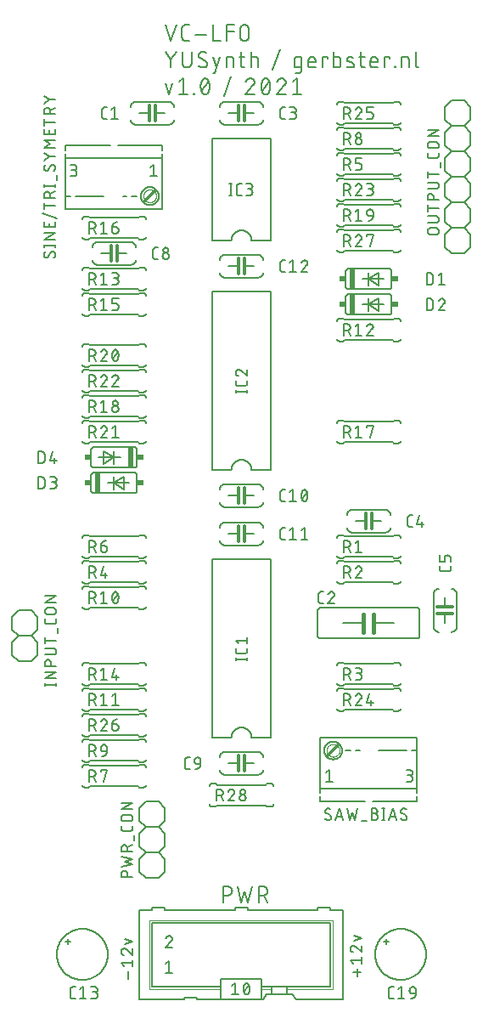
<source format=gto>
G04 EAGLE Gerber RS-274X export*
G75*
%MOMM*%
%FSLAX34Y34*%
%LPD*%
%INSilkscreen Top*%
%IPPOS*%
%AMOC8*
5,1,8,0,0,1.08239X$1,22.5*%
G01*
%ADD10C,0.127000*%
%ADD11C,0.177800*%
%ADD12C,0.152400*%
%ADD13R,0.508000X2.032000*%
%ADD14R,0.635000X0.508000*%
%ADD15C,0.304800*%
%ADD16C,0.050800*%
%ADD17C,0.406400*%


D10*
X128270Y26035D02*
X128270Y33655D01*
X123825Y38862D02*
X121285Y42037D01*
X132715Y42037D01*
X132715Y38862D02*
X132715Y45212D01*
X121285Y53785D02*
X121287Y53889D01*
X121293Y53994D01*
X121302Y54098D01*
X121315Y54201D01*
X121333Y54304D01*
X121353Y54406D01*
X121378Y54508D01*
X121406Y54608D01*
X121438Y54708D01*
X121474Y54806D01*
X121513Y54903D01*
X121555Y54998D01*
X121601Y55092D01*
X121651Y55184D01*
X121703Y55274D01*
X121759Y55362D01*
X121819Y55448D01*
X121881Y55532D01*
X121946Y55613D01*
X122014Y55692D01*
X122086Y55769D01*
X122159Y55842D01*
X122236Y55914D01*
X122315Y55982D01*
X122396Y56047D01*
X122480Y56109D01*
X122566Y56169D01*
X122654Y56225D01*
X122744Y56277D01*
X122836Y56327D01*
X122930Y56373D01*
X123025Y56415D01*
X123122Y56454D01*
X123220Y56490D01*
X123320Y56522D01*
X123420Y56550D01*
X123522Y56575D01*
X123624Y56595D01*
X123727Y56613D01*
X123830Y56626D01*
X123934Y56635D01*
X124039Y56641D01*
X124143Y56643D01*
X121285Y53785D02*
X121287Y53667D01*
X121293Y53548D01*
X121302Y53430D01*
X121315Y53313D01*
X121333Y53196D01*
X121353Y53079D01*
X121378Y52963D01*
X121406Y52848D01*
X121439Y52735D01*
X121474Y52622D01*
X121514Y52510D01*
X121556Y52400D01*
X121603Y52291D01*
X121653Y52183D01*
X121706Y52078D01*
X121763Y51974D01*
X121823Y51872D01*
X121886Y51772D01*
X121953Y51674D01*
X122022Y51578D01*
X122095Y51485D01*
X122171Y51394D01*
X122249Y51305D01*
X122331Y51219D01*
X122415Y51136D01*
X122501Y51055D01*
X122591Y50978D01*
X122682Y50903D01*
X122776Y50831D01*
X122873Y50762D01*
X122971Y50697D01*
X123072Y50634D01*
X123175Y50575D01*
X123279Y50519D01*
X123385Y50467D01*
X123493Y50418D01*
X123602Y50373D01*
X123713Y50331D01*
X123825Y50293D01*
X126365Y55690D02*
X126290Y55766D01*
X126211Y55841D01*
X126130Y55912D01*
X126046Y55981D01*
X125960Y56046D01*
X125872Y56108D01*
X125782Y56168D01*
X125690Y56224D01*
X125595Y56277D01*
X125499Y56326D01*
X125401Y56372D01*
X125302Y56415D01*
X125201Y56454D01*
X125099Y56489D01*
X124996Y56521D01*
X124892Y56549D01*
X124787Y56574D01*
X124680Y56595D01*
X124574Y56612D01*
X124467Y56625D01*
X124359Y56634D01*
X124251Y56640D01*
X124143Y56642D01*
X126365Y55690D02*
X132715Y50292D01*
X132715Y56642D01*
X132715Y63754D02*
X125095Y61214D01*
X125095Y66294D02*
X132715Y63754D01*
X356870Y36576D02*
X356870Y28956D01*
X360680Y32766D02*
X353060Y32766D01*
X352425Y41783D02*
X349885Y44958D01*
X361315Y44958D01*
X361315Y41783D02*
X361315Y48133D01*
X349885Y56706D02*
X349887Y56810D01*
X349893Y56915D01*
X349902Y57019D01*
X349915Y57122D01*
X349933Y57225D01*
X349953Y57327D01*
X349978Y57429D01*
X350006Y57529D01*
X350038Y57629D01*
X350074Y57727D01*
X350113Y57824D01*
X350155Y57919D01*
X350201Y58013D01*
X350251Y58105D01*
X350303Y58195D01*
X350359Y58283D01*
X350419Y58369D01*
X350481Y58453D01*
X350546Y58534D01*
X350614Y58613D01*
X350686Y58690D01*
X350759Y58763D01*
X350836Y58835D01*
X350915Y58903D01*
X350996Y58968D01*
X351080Y59030D01*
X351166Y59090D01*
X351254Y59146D01*
X351344Y59198D01*
X351436Y59248D01*
X351530Y59294D01*
X351625Y59336D01*
X351722Y59375D01*
X351820Y59411D01*
X351920Y59443D01*
X352020Y59471D01*
X352122Y59496D01*
X352224Y59516D01*
X352327Y59534D01*
X352430Y59547D01*
X352534Y59556D01*
X352639Y59562D01*
X352743Y59564D01*
X349885Y56706D02*
X349887Y56588D01*
X349893Y56469D01*
X349902Y56351D01*
X349915Y56234D01*
X349933Y56117D01*
X349953Y56000D01*
X349978Y55884D01*
X350006Y55769D01*
X350039Y55656D01*
X350074Y55543D01*
X350114Y55431D01*
X350156Y55321D01*
X350203Y55212D01*
X350253Y55104D01*
X350306Y54999D01*
X350363Y54895D01*
X350423Y54793D01*
X350486Y54693D01*
X350553Y54595D01*
X350622Y54499D01*
X350695Y54406D01*
X350771Y54315D01*
X350849Y54226D01*
X350931Y54140D01*
X351015Y54057D01*
X351101Y53976D01*
X351191Y53899D01*
X351282Y53824D01*
X351376Y53752D01*
X351473Y53683D01*
X351571Y53618D01*
X351672Y53555D01*
X351775Y53496D01*
X351879Y53440D01*
X351985Y53388D01*
X352093Y53339D01*
X352202Y53294D01*
X352313Y53252D01*
X352425Y53214D01*
X354965Y58611D02*
X354890Y58687D01*
X354811Y58762D01*
X354730Y58833D01*
X354646Y58902D01*
X354560Y58967D01*
X354472Y59029D01*
X354382Y59089D01*
X354290Y59145D01*
X354195Y59198D01*
X354099Y59247D01*
X354001Y59293D01*
X353902Y59336D01*
X353801Y59375D01*
X353699Y59410D01*
X353596Y59442D01*
X353492Y59470D01*
X353387Y59495D01*
X353280Y59516D01*
X353174Y59533D01*
X353067Y59546D01*
X352959Y59555D01*
X352851Y59561D01*
X352743Y59563D01*
X354965Y58611D02*
X361315Y53213D01*
X361315Y59563D01*
X361315Y66675D02*
X353695Y64135D01*
X353695Y69215D02*
X361315Y66675D01*
D11*
X170877Y961009D02*
X165543Y977011D01*
X176211Y977011D02*
X170877Y961009D01*
X185576Y961009D02*
X189132Y961009D01*
X185576Y961009D02*
X185460Y961011D01*
X185343Y961017D01*
X185227Y961026D01*
X185112Y961039D01*
X184997Y961056D01*
X184882Y961077D01*
X184769Y961102D01*
X184656Y961130D01*
X184544Y961162D01*
X184433Y961198D01*
X184323Y961237D01*
X184215Y961280D01*
X184108Y961326D01*
X184003Y961376D01*
X183900Y961429D01*
X183798Y961485D01*
X183698Y961545D01*
X183600Y961608D01*
X183505Y961675D01*
X183411Y961744D01*
X183320Y961816D01*
X183231Y961891D01*
X183145Y961970D01*
X183062Y962051D01*
X182981Y962134D01*
X182902Y962220D01*
X182827Y962309D01*
X182755Y962400D01*
X182686Y962494D01*
X182619Y962589D01*
X182556Y962687D01*
X182496Y962787D01*
X182440Y962889D01*
X182387Y962992D01*
X182337Y963097D01*
X182291Y963204D01*
X182248Y963312D01*
X182209Y963422D01*
X182173Y963533D01*
X182141Y963645D01*
X182113Y963758D01*
X182088Y963871D01*
X182067Y963986D01*
X182050Y964101D01*
X182037Y964216D01*
X182028Y964332D01*
X182022Y964449D01*
X182020Y964565D01*
X182020Y973455D01*
X182022Y973571D01*
X182028Y973688D01*
X182037Y973804D01*
X182050Y973919D01*
X182067Y974034D01*
X182088Y974149D01*
X182113Y974262D01*
X182141Y974375D01*
X182173Y974487D01*
X182209Y974598D01*
X182248Y974708D01*
X182291Y974816D01*
X182337Y974923D01*
X182387Y975028D01*
X182440Y975131D01*
X182496Y975233D01*
X182556Y975333D01*
X182619Y975431D01*
X182686Y975526D01*
X182755Y975620D01*
X182827Y975711D01*
X182902Y975800D01*
X182981Y975886D01*
X183062Y975969D01*
X183145Y976050D01*
X183231Y976129D01*
X183320Y976204D01*
X183411Y976276D01*
X183505Y976345D01*
X183600Y976412D01*
X183698Y976475D01*
X183798Y976535D01*
X183900Y976591D01*
X184003Y976644D01*
X184108Y976694D01*
X184215Y976740D01*
X184323Y976783D01*
X184433Y976822D01*
X184544Y976858D01*
X184656Y976890D01*
X184769Y976918D01*
X184882Y976943D01*
X184997Y976964D01*
X185112Y976981D01*
X185227Y976994D01*
X185343Y977003D01*
X185460Y977009D01*
X185576Y977011D01*
X189132Y977011D01*
X195242Y967232D02*
X205910Y967232D01*
X213358Y961009D02*
X213358Y977011D01*
X213358Y961009D02*
X220470Y961009D01*
X226905Y961009D02*
X226905Y977011D01*
X234017Y977011D01*
X234017Y969899D02*
X226905Y969899D01*
X239899Y972566D02*
X239899Y965454D01*
X239899Y972566D02*
X239901Y972698D01*
X239907Y972829D01*
X239917Y972961D01*
X239930Y973092D01*
X239948Y973222D01*
X239969Y973352D01*
X239994Y973482D01*
X240023Y973610D01*
X240056Y973738D01*
X240093Y973864D01*
X240133Y973990D01*
X240177Y974114D01*
X240225Y974237D01*
X240276Y974358D01*
X240331Y974478D01*
X240389Y974596D01*
X240451Y974712D01*
X240517Y974826D01*
X240585Y974939D01*
X240657Y975049D01*
X240732Y975157D01*
X240811Y975263D01*
X240892Y975367D01*
X240977Y975468D01*
X241064Y975566D01*
X241155Y975662D01*
X241248Y975755D01*
X241344Y975846D01*
X241442Y975933D01*
X241543Y976018D01*
X241647Y976099D01*
X241753Y976178D01*
X241861Y976253D01*
X241971Y976325D01*
X242084Y976393D01*
X242198Y976459D01*
X242314Y976521D01*
X242432Y976579D01*
X242552Y976634D01*
X242673Y976685D01*
X242796Y976733D01*
X242920Y976777D01*
X243046Y976817D01*
X243172Y976854D01*
X243300Y976887D01*
X243428Y976916D01*
X243558Y976941D01*
X243688Y976962D01*
X243818Y976980D01*
X243949Y976993D01*
X244081Y977003D01*
X244212Y977009D01*
X244344Y977011D01*
X244476Y977009D01*
X244607Y977003D01*
X244739Y976993D01*
X244870Y976980D01*
X245000Y976962D01*
X245130Y976941D01*
X245260Y976916D01*
X245388Y976887D01*
X245516Y976854D01*
X245642Y976817D01*
X245768Y976777D01*
X245892Y976733D01*
X246015Y976685D01*
X246136Y976634D01*
X246256Y976579D01*
X246374Y976521D01*
X246490Y976459D01*
X246604Y976393D01*
X246717Y976325D01*
X246827Y976253D01*
X246935Y976178D01*
X247041Y976099D01*
X247145Y976018D01*
X247246Y975933D01*
X247344Y975846D01*
X247440Y975755D01*
X247533Y975662D01*
X247624Y975566D01*
X247711Y975468D01*
X247796Y975367D01*
X247877Y975263D01*
X247956Y975157D01*
X248031Y975049D01*
X248103Y974939D01*
X248171Y974826D01*
X248237Y974712D01*
X248299Y974596D01*
X248357Y974478D01*
X248412Y974358D01*
X248463Y974237D01*
X248511Y974114D01*
X248555Y973990D01*
X248595Y973864D01*
X248632Y973738D01*
X248665Y973610D01*
X248694Y973482D01*
X248719Y973352D01*
X248740Y973222D01*
X248758Y973092D01*
X248771Y972961D01*
X248781Y972829D01*
X248787Y972698D01*
X248789Y972566D01*
X248789Y965454D01*
X248787Y965322D01*
X248781Y965191D01*
X248771Y965059D01*
X248758Y964928D01*
X248740Y964798D01*
X248719Y964668D01*
X248694Y964538D01*
X248665Y964410D01*
X248632Y964282D01*
X248595Y964156D01*
X248555Y964030D01*
X248511Y963906D01*
X248463Y963783D01*
X248412Y963662D01*
X248357Y963542D01*
X248299Y963424D01*
X248237Y963308D01*
X248171Y963194D01*
X248103Y963081D01*
X248031Y962971D01*
X247956Y962863D01*
X247877Y962757D01*
X247796Y962653D01*
X247711Y962552D01*
X247624Y962454D01*
X247533Y962358D01*
X247440Y962265D01*
X247344Y962174D01*
X247246Y962087D01*
X247145Y962002D01*
X247041Y961921D01*
X246935Y961842D01*
X246827Y961767D01*
X246717Y961695D01*
X246604Y961627D01*
X246490Y961561D01*
X246374Y961499D01*
X246256Y961441D01*
X246136Y961386D01*
X246015Y961335D01*
X245892Y961287D01*
X245768Y961243D01*
X245642Y961203D01*
X245516Y961166D01*
X245388Y961133D01*
X245260Y961104D01*
X245130Y961079D01*
X245000Y961058D01*
X244870Y961040D01*
X244739Y961027D01*
X244607Y961017D01*
X244476Y961011D01*
X244344Y961009D01*
X244212Y961011D01*
X244081Y961017D01*
X243949Y961027D01*
X243818Y961040D01*
X243688Y961058D01*
X243558Y961079D01*
X243428Y961104D01*
X243300Y961133D01*
X243172Y961166D01*
X243046Y961203D01*
X242920Y961243D01*
X242796Y961287D01*
X242673Y961335D01*
X242552Y961386D01*
X242432Y961441D01*
X242314Y961499D01*
X242198Y961561D01*
X242084Y961627D01*
X241971Y961695D01*
X241861Y961767D01*
X241753Y961842D01*
X241647Y961921D01*
X241543Y962002D01*
X241442Y962087D01*
X241344Y962174D01*
X241248Y962265D01*
X241155Y962358D01*
X241064Y962454D01*
X240977Y962552D01*
X240892Y962653D01*
X240811Y962757D01*
X240732Y962863D01*
X240657Y962971D01*
X240585Y963081D01*
X240517Y963194D01*
X240451Y963308D01*
X240389Y963424D01*
X240331Y963542D01*
X240276Y963662D01*
X240225Y963783D01*
X240177Y963906D01*
X240133Y964030D01*
X240093Y964156D01*
X240056Y964282D01*
X240023Y964410D01*
X239994Y964538D01*
X239969Y964668D01*
X239948Y964798D01*
X239930Y964928D01*
X239917Y965059D01*
X239907Y965191D01*
X239901Y965322D01*
X239899Y965454D01*
X170877Y942785D02*
X165543Y950341D01*
X170877Y942785D02*
X176211Y950341D01*
X170877Y942785D02*
X170877Y934339D01*
X182584Y938784D02*
X182584Y950341D01*
X182584Y938784D02*
X182586Y938652D01*
X182592Y938521D01*
X182602Y938389D01*
X182615Y938258D01*
X182633Y938128D01*
X182654Y937998D01*
X182679Y937868D01*
X182708Y937740D01*
X182741Y937612D01*
X182778Y937486D01*
X182818Y937360D01*
X182862Y937236D01*
X182910Y937113D01*
X182961Y936992D01*
X183016Y936872D01*
X183074Y936754D01*
X183136Y936638D01*
X183202Y936524D01*
X183270Y936411D01*
X183342Y936301D01*
X183417Y936193D01*
X183496Y936087D01*
X183577Y935983D01*
X183662Y935882D01*
X183749Y935784D01*
X183840Y935688D01*
X183933Y935595D01*
X184029Y935504D01*
X184127Y935417D01*
X184228Y935332D01*
X184332Y935251D01*
X184438Y935172D01*
X184546Y935097D01*
X184656Y935025D01*
X184769Y934957D01*
X184883Y934891D01*
X184999Y934829D01*
X185117Y934771D01*
X185237Y934716D01*
X185358Y934665D01*
X185481Y934617D01*
X185605Y934573D01*
X185731Y934533D01*
X185857Y934496D01*
X185985Y934463D01*
X186113Y934434D01*
X186243Y934409D01*
X186373Y934388D01*
X186503Y934370D01*
X186634Y934357D01*
X186766Y934347D01*
X186897Y934341D01*
X187029Y934339D01*
X187161Y934341D01*
X187292Y934347D01*
X187424Y934357D01*
X187555Y934370D01*
X187685Y934388D01*
X187815Y934409D01*
X187945Y934434D01*
X188073Y934463D01*
X188201Y934496D01*
X188327Y934533D01*
X188453Y934573D01*
X188577Y934617D01*
X188700Y934665D01*
X188821Y934716D01*
X188941Y934771D01*
X189059Y934829D01*
X189175Y934891D01*
X189289Y934957D01*
X189402Y935025D01*
X189512Y935097D01*
X189620Y935172D01*
X189726Y935251D01*
X189830Y935332D01*
X189931Y935417D01*
X190029Y935504D01*
X190125Y935595D01*
X190218Y935688D01*
X190309Y935784D01*
X190396Y935882D01*
X190481Y935983D01*
X190562Y936087D01*
X190641Y936193D01*
X190716Y936301D01*
X190788Y936411D01*
X190856Y936524D01*
X190922Y936638D01*
X190984Y936754D01*
X191042Y936872D01*
X191097Y936992D01*
X191148Y937113D01*
X191196Y937236D01*
X191240Y937360D01*
X191280Y937486D01*
X191317Y937612D01*
X191350Y937740D01*
X191379Y937868D01*
X191404Y937998D01*
X191425Y938128D01*
X191443Y938258D01*
X191456Y938389D01*
X191466Y938521D01*
X191472Y938652D01*
X191474Y938784D01*
X191474Y950341D01*
X207105Y937895D02*
X207103Y937779D01*
X207097Y937662D01*
X207088Y937546D01*
X207075Y937431D01*
X207058Y937316D01*
X207037Y937201D01*
X207012Y937088D01*
X206984Y936975D01*
X206952Y936863D01*
X206916Y936752D01*
X206877Y936642D01*
X206834Y936534D01*
X206788Y936427D01*
X206738Y936322D01*
X206685Y936219D01*
X206629Y936117D01*
X206569Y936017D01*
X206506Y935919D01*
X206439Y935824D01*
X206370Y935730D01*
X206298Y935639D01*
X206223Y935550D01*
X206144Y935464D01*
X206063Y935381D01*
X205980Y935300D01*
X205894Y935221D01*
X205805Y935146D01*
X205714Y935074D01*
X205620Y935005D01*
X205525Y934938D01*
X205427Y934875D01*
X205327Y934815D01*
X205225Y934759D01*
X205122Y934706D01*
X205017Y934656D01*
X204910Y934610D01*
X204802Y934567D01*
X204692Y934528D01*
X204581Y934492D01*
X204469Y934460D01*
X204356Y934432D01*
X204243Y934407D01*
X204128Y934386D01*
X204013Y934369D01*
X203898Y934356D01*
X203782Y934347D01*
X203665Y934341D01*
X203549Y934339D01*
X203369Y934341D01*
X203190Y934348D01*
X203010Y934358D01*
X202831Y934373D01*
X202652Y934393D01*
X202474Y934416D01*
X202297Y934444D01*
X202120Y934476D01*
X201944Y934512D01*
X201769Y934553D01*
X201595Y934598D01*
X201422Y934647D01*
X201250Y934699D01*
X201079Y934757D01*
X200910Y934818D01*
X200743Y934883D01*
X200577Y934952D01*
X200413Y935025D01*
X200250Y935102D01*
X200090Y935183D01*
X199931Y935267D01*
X199775Y935356D01*
X199621Y935448D01*
X199469Y935544D01*
X199319Y935643D01*
X199171Y935746D01*
X199027Y935853D01*
X198884Y935963D01*
X198745Y936076D01*
X198608Y936193D01*
X198474Y936312D01*
X198343Y936435D01*
X198215Y936561D01*
X198660Y946785D02*
X198662Y946901D01*
X198668Y947018D01*
X198677Y947134D01*
X198690Y947249D01*
X198707Y947364D01*
X198728Y947479D01*
X198753Y947592D01*
X198781Y947705D01*
X198813Y947817D01*
X198849Y947928D01*
X198888Y948038D01*
X198931Y948146D01*
X198977Y948253D01*
X199027Y948358D01*
X199080Y948461D01*
X199136Y948563D01*
X199196Y948663D01*
X199259Y948761D01*
X199326Y948856D01*
X199395Y948950D01*
X199467Y949041D01*
X199542Y949130D01*
X199621Y949216D01*
X199702Y949299D01*
X199785Y949380D01*
X199871Y949459D01*
X199960Y949534D01*
X200051Y949606D01*
X200145Y949675D01*
X200240Y949742D01*
X200338Y949805D01*
X200438Y949865D01*
X200540Y949921D01*
X200643Y949974D01*
X200748Y950024D01*
X200855Y950070D01*
X200963Y950113D01*
X201073Y950152D01*
X201184Y950188D01*
X201296Y950220D01*
X201409Y950248D01*
X201522Y950273D01*
X201637Y950294D01*
X201752Y950311D01*
X201867Y950324D01*
X201983Y950333D01*
X202100Y950339D01*
X202216Y950341D01*
X202216Y950342D02*
X202375Y950340D01*
X202534Y950334D01*
X202692Y950325D01*
X202851Y950312D01*
X203009Y950295D01*
X203166Y950274D01*
X203323Y950249D01*
X203480Y950221D01*
X203635Y950189D01*
X203790Y950154D01*
X203944Y950114D01*
X204097Y950071D01*
X204249Y950024D01*
X204400Y949974D01*
X204549Y949920D01*
X204698Y949863D01*
X204844Y949802D01*
X204990Y949738D01*
X205133Y949670D01*
X205275Y949599D01*
X205416Y949524D01*
X205554Y949446D01*
X205691Y949365D01*
X205825Y949281D01*
X205958Y949193D01*
X206089Y949102D01*
X206217Y949008D01*
X200437Y943673D02*
X200337Y943734D01*
X200239Y943799D01*
X200143Y943866D01*
X200050Y943937D01*
X199959Y944010D01*
X199870Y944087D01*
X199784Y944166D01*
X199700Y944248D01*
X199619Y944333D01*
X199541Y944420D01*
X199466Y944510D01*
X199393Y944602D01*
X199324Y944697D01*
X199258Y944793D01*
X199195Y944892D01*
X199135Y944993D01*
X199078Y945096D01*
X199025Y945200D01*
X198976Y945306D01*
X198929Y945414D01*
X198887Y945523D01*
X198847Y945633D01*
X198812Y945745D01*
X198780Y945858D01*
X198752Y945972D01*
X198727Y946086D01*
X198706Y946202D01*
X198689Y946318D01*
X198676Y946434D01*
X198667Y946551D01*
X198661Y946668D01*
X198659Y946785D01*
X205328Y941007D02*
X205428Y940946D01*
X205526Y940881D01*
X205622Y940814D01*
X205715Y940743D01*
X205806Y940670D01*
X205895Y940593D01*
X205981Y940514D01*
X206065Y940432D01*
X206146Y940347D01*
X206224Y940260D01*
X206299Y940170D01*
X206372Y940078D01*
X206441Y939983D01*
X206507Y939887D01*
X206570Y939788D01*
X206630Y939687D01*
X206687Y939584D01*
X206740Y939480D01*
X206789Y939374D01*
X206836Y939266D01*
X206878Y939157D01*
X206918Y939047D01*
X206953Y938935D01*
X206985Y938822D01*
X207013Y938708D01*
X207038Y938594D01*
X207059Y938478D01*
X207076Y938362D01*
X207089Y938246D01*
X207098Y938129D01*
X207104Y938012D01*
X207106Y937895D01*
X205327Y941007D02*
X200438Y943674D01*
X212651Y929005D02*
X214429Y929005D01*
X219763Y945007D01*
X212651Y945007D02*
X216207Y934339D01*
X226198Y934339D02*
X226198Y945007D01*
X230643Y945007D01*
X230745Y945005D01*
X230847Y944999D01*
X230949Y944989D01*
X231050Y944976D01*
X231151Y944958D01*
X231251Y944937D01*
X231350Y944912D01*
X231448Y944883D01*
X231544Y944850D01*
X231640Y944814D01*
X231734Y944774D01*
X231826Y944730D01*
X231917Y944683D01*
X232006Y944632D01*
X232093Y944579D01*
X232177Y944521D01*
X232260Y944461D01*
X232340Y944398D01*
X232417Y944331D01*
X232492Y944262D01*
X232565Y944189D01*
X232634Y944114D01*
X232701Y944037D01*
X232764Y943957D01*
X232824Y943874D01*
X232882Y943790D01*
X232935Y943703D01*
X232986Y943614D01*
X233033Y943523D01*
X233077Y943431D01*
X233117Y943337D01*
X233153Y943241D01*
X233186Y943145D01*
X233215Y943047D01*
X233240Y942948D01*
X233261Y942848D01*
X233279Y942747D01*
X233292Y942646D01*
X233302Y942544D01*
X233308Y942442D01*
X233310Y942340D01*
X233310Y934339D01*
X238943Y945007D02*
X244277Y945007D01*
X240721Y950341D02*
X240721Y937006D01*
X240723Y936904D01*
X240729Y936802D01*
X240739Y936700D01*
X240752Y936599D01*
X240770Y936498D01*
X240791Y936398D01*
X240816Y936299D01*
X240845Y936201D01*
X240878Y936105D01*
X240914Y936009D01*
X240954Y935915D01*
X240998Y935823D01*
X241045Y935732D01*
X241096Y935643D01*
X241149Y935556D01*
X241207Y935472D01*
X241267Y935389D01*
X241330Y935309D01*
X241397Y935232D01*
X241466Y935157D01*
X241539Y935084D01*
X241614Y935015D01*
X241691Y934948D01*
X241771Y934885D01*
X241854Y934825D01*
X241938Y934767D01*
X242025Y934714D01*
X242114Y934663D01*
X242205Y934616D01*
X242297Y934572D01*
X242391Y934532D01*
X242487Y934496D01*
X242583Y934463D01*
X242681Y934434D01*
X242780Y934409D01*
X242880Y934388D01*
X242981Y934370D01*
X243082Y934357D01*
X243184Y934347D01*
X243286Y934341D01*
X243388Y934339D01*
X244277Y934339D01*
X250687Y934339D02*
X250687Y950341D01*
X250687Y945007D02*
X255132Y945007D01*
X255234Y945005D01*
X255336Y944999D01*
X255438Y944989D01*
X255539Y944976D01*
X255640Y944958D01*
X255740Y944937D01*
X255839Y944912D01*
X255937Y944883D01*
X256033Y944850D01*
X256129Y944814D01*
X256223Y944774D01*
X256315Y944730D01*
X256406Y944683D01*
X256495Y944632D01*
X256582Y944579D01*
X256666Y944521D01*
X256749Y944461D01*
X256829Y944398D01*
X256906Y944331D01*
X256981Y944262D01*
X257054Y944189D01*
X257123Y944114D01*
X257190Y944037D01*
X257253Y943957D01*
X257313Y943874D01*
X257371Y943790D01*
X257424Y943703D01*
X257475Y943614D01*
X257522Y943523D01*
X257566Y943431D01*
X257606Y943337D01*
X257642Y943241D01*
X257675Y943145D01*
X257704Y943047D01*
X257729Y942948D01*
X257750Y942848D01*
X257768Y942747D01*
X257781Y942646D01*
X257791Y942544D01*
X257797Y942442D01*
X257799Y942340D01*
X257799Y934339D01*
X272571Y932561D02*
X279683Y952119D01*
X296520Y934339D02*
X300965Y934339D01*
X296520Y934339D02*
X296418Y934341D01*
X296316Y934347D01*
X296214Y934357D01*
X296113Y934370D01*
X296012Y934388D01*
X295912Y934409D01*
X295813Y934434D01*
X295715Y934463D01*
X295619Y934496D01*
X295523Y934532D01*
X295429Y934572D01*
X295337Y934616D01*
X295246Y934663D01*
X295157Y934714D01*
X295070Y934767D01*
X294986Y934825D01*
X294903Y934885D01*
X294823Y934948D01*
X294746Y935015D01*
X294671Y935084D01*
X294598Y935157D01*
X294529Y935232D01*
X294462Y935309D01*
X294399Y935389D01*
X294339Y935472D01*
X294281Y935556D01*
X294228Y935643D01*
X294177Y935732D01*
X294130Y935823D01*
X294086Y935915D01*
X294046Y936009D01*
X294010Y936105D01*
X293977Y936201D01*
X293948Y936299D01*
X293923Y936398D01*
X293902Y936498D01*
X293884Y936599D01*
X293871Y936700D01*
X293861Y936802D01*
X293855Y936904D01*
X293853Y937006D01*
X293853Y942340D01*
X293855Y942442D01*
X293861Y942544D01*
X293871Y942646D01*
X293884Y942747D01*
X293902Y942848D01*
X293923Y942948D01*
X293948Y943047D01*
X293977Y943145D01*
X294010Y943241D01*
X294046Y943337D01*
X294086Y943431D01*
X294130Y943523D01*
X294177Y943614D01*
X294228Y943703D01*
X294281Y943790D01*
X294339Y943874D01*
X294399Y943957D01*
X294462Y944037D01*
X294529Y944114D01*
X294598Y944189D01*
X294671Y944262D01*
X294746Y944331D01*
X294823Y944398D01*
X294903Y944461D01*
X294986Y944521D01*
X295070Y944579D01*
X295157Y944632D01*
X295246Y944683D01*
X295337Y944730D01*
X295429Y944774D01*
X295523Y944814D01*
X295619Y944850D01*
X295715Y944883D01*
X295813Y944912D01*
X295912Y944937D01*
X296012Y944958D01*
X296113Y944976D01*
X296214Y944989D01*
X296316Y944999D01*
X296418Y945005D01*
X296520Y945007D01*
X300965Y945007D01*
X300965Y931672D01*
X300963Y931570D01*
X300957Y931468D01*
X300947Y931366D01*
X300934Y931265D01*
X300916Y931164D01*
X300895Y931064D01*
X300870Y930965D01*
X300841Y930867D01*
X300808Y930771D01*
X300772Y930675D01*
X300732Y930581D01*
X300688Y930489D01*
X300641Y930398D01*
X300590Y930309D01*
X300537Y930222D01*
X300479Y930138D01*
X300419Y930055D01*
X300356Y929975D01*
X300289Y929898D01*
X300220Y929823D01*
X300147Y929750D01*
X300072Y929681D01*
X299995Y929614D01*
X299915Y929551D01*
X299832Y929491D01*
X299748Y929433D01*
X299661Y929380D01*
X299572Y929329D01*
X299481Y929282D01*
X299389Y929238D01*
X299295Y929198D01*
X299199Y929162D01*
X299103Y929129D01*
X299005Y929100D01*
X298906Y929075D01*
X298806Y929054D01*
X298705Y929036D01*
X298604Y929023D01*
X298502Y929013D01*
X298400Y929007D01*
X298298Y929005D01*
X294742Y929005D01*
X310669Y934339D02*
X315114Y934339D01*
X310669Y934339D02*
X310567Y934341D01*
X310465Y934347D01*
X310363Y934357D01*
X310262Y934370D01*
X310161Y934388D01*
X310061Y934409D01*
X309962Y934434D01*
X309864Y934463D01*
X309768Y934496D01*
X309672Y934532D01*
X309578Y934572D01*
X309486Y934616D01*
X309395Y934663D01*
X309306Y934714D01*
X309219Y934767D01*
X309135Y934825D01*
X309052Y934885D01*
X308972Y934948D01*
X308895Y935015D01*
X308820Y935084D01*
X308747Y935157D01*
X308678Y935232D01*
X308611Y935309D01*
X308548Y935389D01*
X308488Y935472D01*
X308430Y935556D01*
X308377Y935643D01*
X308326Y935732D01*
X308279Y935823D01*
X308235Y935915D01*
X308195Y936009D01*
X308159Y936105D01*
X308126Y936201D01*
X308097Y936299D01*
X308072Y936398D01*
X308051Y936498D01*
X308033Y936599D01*
X308020Y936700D01*
X308010Y936802D01*
X308004Y936904D01*
X308002Y937006D01*
X308002Y941451D01*
X308004Y941569D01*
X308010Y941686D01*
X308019Y941803D01*
X308033Y941920D01*
X308050Y942036D01*
X308072Y942152D01*
X308097Y942267D01*
X308126Y942381D01*
X308158Y942494D01*
X308195Y942606D01*
X308235Y942716D01*
X308278Y942825D01*
X308326Y942933D01*
X308376Y943039D01*
X308431Y943143D01*
X308488Y943246D01*
X308549Y943346D01*
X308614Y943445D01*
X308681Y943541D01*
X308752Y943635D01*
X308826Y943727D01*
X308902Y943816D01*
X308982Y943902D01*
X309064Y943986D01*
X309150Y944067D01*
X309237Y944145D01*
X309328Y944221D01*
X309421Y944293D01*
X309516Y944362D01*
X309613Y944428D01*
X309713Y944491D01*
X309814Y944550D01*
X309917Y944606D01*
X310023Y944658D01*
X310130Y944707D01*
X310238Y944753D01*
X310348Y944795D01*
X310459Y944833D01*
X310572Y944867D01*
X310685Y944898D01*
X310800Y944925D01*
X310915Y944948D01*
X311031Y944968D01*
X311147Y944983D01*
X311264Y944995D01*
X311382Y945003D01*
X311499Y945007D01*
X311617Y945007D01*
X311734Y945003D01*
X311852Y944995D01*
X311969Y944983D01*
X312085Y944968D01*
X312201Y944948D01*
X312316Y944925D01*
X312431Y944898D01*
X312544Y944867D01*
X312657Y944833D01*
X312768Y944795D01*
X312878Y944753D01*
X312986Y944707D01*
X313093Y944658D01*
X313199Y944606D01*
X313302Y944550D01*
X313403Y944491D01*
X313503Y944428D01*
X313600Y944362D01*
X313695Y944293D01*
X313788Y944221D01*
X313879Y944145D01*
X313966Y944067D01*
X314052Y943986D01*
X314134Y943902D01*
X314214Y943816D01*
X314290Y943727D01*
X314364Y943635D01*
X314435Y943541D01*
X314502Y943445D01*
X314567Y943346D01*
X314628Y943246D01*
X314685Y943143D01*
X314740Y943039D01*
X314790Y942933D01*
X314838Y942825D01*
X314881Y942716D01*
X314921Y942606D01*
X314958Y942494D01*
X314990Y942381D01*
X315019Y942267D01*
X315044Y942152D01*
X315066Y942036D01*
X315083Y941920D01*
X315097Y941803D01*
X315106Y941686D01*
X315112Y941569D01*
X315114Y941451D01*
X315114Y939673D01*
X308002Y939673D01*
X322163Y934339D02*
X322163Y945007D01*
X327497Y945007D01*
X327497Y943229D01*
X333092Y950341D02*
X333092Y934339D01*
X337537Y934339D01*
X337639Y934341D01*
X337741Y934347D01*
X337843Y934357D01*
X337944Y934370D01*
X338045Y934388D01*
X338145Y934409D01*
X338244Y934434D01*
X338342Y934463D01*
X338438Y934496D01*
X338534Y934532D01*
X338628Y934572D01*
X338720Y934616D01*
X338811Y934663D01*
X338900Y934714D01*
X338987Y934767D01*
X339071Y934825D01*
X339154Y934885D01*
X339234Y934948D01*
X339311Y935015D01*
X339386Y935084D01*
X339459Y935157D01*
X339528Y935232D01*
X339595Y935309D01*
X339658Y935389D01*
X339718Y935472D01*
X339776Y935556D01*
X339829Y935643D01*
X339880Y935732D01*
X339927Y935823D01*
X339971Y935915D01*
X340011Y936009D01*
X340047Y936105D01*
X340080Y936201D01*
X340109Y936299D01*
X340134Y936398D01*
X340155Y936498D01*
X340173Y936599D01*
X340186Y936700D01*
X340196Y936802D01*
X340202Y936904D01*
X340204Y937006D01*
X340204Y942340D01*
X340202Y942442D01*
X340196Y942544D01*
X340186Y942646D01*
X340173Y942747D01*
X340155Y942848D01*
X340134Y942948D01*
X340109Y943047D01*
X340080Y943145D01*
X340047Y943241D01*
X340011Y943337D01*
X339971Y943431D01*
X339927Y943523D01*
X339880Y943614D01*
X339829Y943703D01*
X339776Y943790D01*
X339718Y943874D01*
X339658Y943957D01*
X339595Y944037D01*
X339528Y944114D01*
X339459Y944189D01*
X339386Y944262D01*
X339311Y944331D01*
X339234Y944398D01*
X339154Y944461D01*
X339071Y944521D01*
X338987Y944579D01*
X338900Y944632D01*
X338811Y944683D01*
X338720Y944730D01*
X338628Y944774D01*
X338534Y944814D01*
X338438Y944850D01*
X338342Y944883D01*
X338244Y944912D01*
X338145Y944937D01*
X338045Y944958D01*
X337944Y944976D01*
X337843Y944989D01*
X337741Y944999D01*
X337639Y945005D01*
X337537Y945007D01*
X333092Y945007D01*
X347892Y940562D02*
X352337Y938784D01*
X347892Y940562D02*
X347804Y940599D01*
X347718Y940640D01*
X347633Y940684D01*
X347551Y940732D01*
X347470Y940784D01*
X347392Y940838D01*
X347316Y940896D01*
X347242Y940957D01*
X347171Y941021D01*
X347103Y941087D01*
X347038Y941157D01*
X346975Y941229D01*
X346916Y941304D01*
X346859Y941381D01*
X346806Y941460D01*
X346756Y941542D01*
X346710Y941625D01*
X346667Y941710D01*
X346628Y941798D01*
X346592Y941886D01*
X346560Y941976D01*
X346532Y942067D01*
X346508Y942160D01*
X346487Y942253D01*
X346471Y942347D01*
X346458Y942441D01*
X346449Y942537D01*
X346444Y942632D01*
X346443Y942727D01*
X346446Y942823D01*
X346453Y942918D01*
X346464Y943013D01*
X346479Y943107D01*
X346498Y943201D01*
X346520Y943294D01*
X346547Y943385D01*
X346577Y943476D01*
X346611Y943565D01*
X346648Y943653D01*
X346689Y943739D01*
X346734Y943823D01*
X346782Y943906D01*
X346834Y943986D01*
X346889Y944064D01*
X346947Y944140D01*
X347008Y944214D01*
X347072Y944284D01*
X347139Y944352D01*
X347209Y944418D01*
X347281Y944480D01*
X347356Y944539D01*
X347433Y944595D01*
X347513Y944648D01*
X347594Y944697D01*
X347678Y944744D01*
X347763Y944786D01*
X347851Y944825D01*
X347939Y944860D01*
X348029Y944892D01*
X348121Y944920D01*
X348213Y944944D01*
X348306Y944964D01*
X348400Y944981D01*
X348495Y944993D01*
X348590Y945002D01*
X348685Y945006D01*
X348781Y945007D01*
X349024Y945001D01*
X349266Y944988D01*
X349508Y944970D01*
X349750Y944946D01*
X349991Y944917D01*
X350231Y944881D01*
X350470Y944840D01*
X350708Y944793D01*
X350945Y944741D01*
X351181Y944682D01*
X351415Y944618D01*
X351648Y944549D01*
X351879Y944473D01*
X352108Y944393D01*
X352334Y944307D01*
X352559Y944215D01*
X352782Y944118D01*
X352337Y938784D02*
X352425Y938747D01*
X352511Y938706D01*
X352596Y938662D01*
X352678Y938614D01*
X352759Y938562D01*
X352837Y938508D01*
X352913Y938450D01*
X352987Y938389D01*
X353058Y938325D01*
X353126Y938259D01*
X353191Y938189D01*
X353254Y938117D01*
X353313Y938042D01*
X353370Y937965D01*
X353423Y937886D01*
X353473Y937804D01*
X353519Y937721D01*
X353562Y937636D01*
X353601Y937548D01*
X353637Y937460D01*
X353669Y937370D01*
X353697Y937279D01*
X353721Y937186D01*
X353742Y937093D01*
X353758Y936999D01*
X353771Y936905D01*
X353780Y936809D01*
X353785Y936714D01*
X353786Y936619D01*
X353783Y936523D01*
X353776Y936428D01*
X353765Y936333D01*
X353750Y936239D01*
X353731Y936145D01*
X353709Y936052D01*
X353682Y935961D01*
X353652Y935870D01*
X353618Y935781D01*
X353581Y935693D01*
X353540Y935607D01*
X353495Y935523D01*
X353447Y935440D01*
X353395Y935360D01*
X353340Y935282D01*
X353282Y935206D01*
X353221Y935132D01*
X353157Y935062D01*
X353090Y934994D01*
X353020Y934928D01*
X352948Y934866D01*
X352873Y934807D01*
X352796Y934751D01*
X352716Y934698D01*
X352635Y934649D01*
X352551Y934602D01*
X352466Y934560D01*
X352378Y934521D01*
X352290Y934486D01*
X352200Y934454D01*
X352108Y934426D01*
X352016Y934402D01*
X351923Y934382D01*
X351829Y934365D01*
X351734Y934353D01*
X351639Y934344D01*
X351544Y934340D01*
X351448Y934339D01*
X351449Y934340D02*
X351092Y934349D01*
X350736Y934367D01*
X350380Y934393D01*
X350025Y934427D01*
X349671Y934470D01*
X349319Y934522D01*
X348967Y934581D01*
X348617Y934649D01*
X348269Y934725D01*
X347922Y934810D01*
X347578Y934902D01*
X347236Y935003D01*
X346896Y935112D01*
X346559Y935229D01*
X358783Y945007D02*
X364117Y945007D01*
X360561Y950341D02*
X360561Y937006D01*
X360563Y936904D01*
X360569Y936802D01*
X360579Y936700D01*
X360592Y936599D01*
X360610Y936498D01*
X360631Y936398D01*
X360656Y936299D01*
X360685Y936201D01*
X360718Y936105D01*
X360754Y936009D01*
X360794Y935915D01*
X360838Y935823D01*
X360885Y935732D01*
X360936Y935643D01*
X360989Y935556D01*
X361047Y935472D01*
X361107Y935389D01*
X361170Y935309D01*
X361237Y935232D01*
X361306Y935157D01*
X361379Y935084D01*
X361454Y935015D01*
X361531Y934948D01*
X361611Y934885D01*
X361694Y934825D01*
X361778Y934767D01*
X361865Y934714D01*
X361954Y934663D01*
X362045Y934616D01*
X362137Y934572D01*
X362231Y934532D01*
X362327Y934496D01*
X362423Y934463D01*
X362521Y934434D01*
X362620Y934409D01*
X362720Y934388D01*
X362821Y934370D01*
X362922Y934357D01*
X363024Y934347D01*
X363126Y934341D01*
X363228Y934339D01*
X364117Y934339D01*
X372672Y934339D02*
X377117Y934339D01*
X372672Y934339D02*
X372570Y934341D01*
X372468Y934347D01*
X372366Y934357D01*
X372265Y934370D01*
X372164Y934388D01*
X372064Y934409D01*
X371965Y934434D01*
X371867Y934463D01*
X371771Y934496D01*
X371675Y934532D01*
X371581Y934572D01*
X371489Y934616D01*
X371398Y934663D01*
X371309Y934714D01*
X371222Y934767D01*
X371138Y934825D01*
X371055Y934885D01*
X370975Y934948D01*
X370898Y935015D01*
X370823Y935084D01*
X370750Y935157D01*
X370681Y935232D01*
X370614Y935309D01*
X370551Y935389D01*
X370491Y935472D01*
X370433Y935556D01*
X370380Y935643D01*
X370329Y935732D01*
X370282Y935823D01*
X370238Y935915D01*
X370198Y936009D01*
X370162Y936105D01*
X370129Y936201D01*
X370100Y936299D01*
X370075Y936398D01*
X370054Y936498D01*
X370036Y936599D01*
X370023Y936700D01*
X370013Y936802D01*
X370007Y936904D01*
X370005Y937006D01*
X370005Y941451D01*
X370007Y941569D01*
X370013Y941686D01*
X370022Y941803D01*
X370036Y941920D01*
X370053Y942036D01*
X370075Y942152D01*
X370100Y942267D01*
X370129Y942381D01*
X370161Y942494D01*
X370198Y942606D01*
X370238Y942716D01*
X370281Y942825D01*
X370329Y942933D01*
X370379Y943039D01*
X370434Y943143D01*
X370491Y943246D01*
X370552Y943346D01*
X370617Y943445D01*
X370684Y943541D01*
X370755Y943635D01*
X370829Y943727D01*
X370905Y943816D01*
X370985Y943902D01*
X371067Y943986D01*
X371153Y944067D01*
X371240Y944145D01*
X371331Y944221D01*
X371424Y944293D01*
X371519Y944362D01*
X371616Y944428D01*
X371716Y944491D01*
X371817Y944550D01*
X371920Y944606D01*
X372026Y944658D01*
X372133Y944707D01*
X372241Y944753D01*
X372351Y944795D01*
X372462Y944833D01*
X372575Y944867D01*
X372688Y944898D01*
X372803Y944925D01*
X372918Y944948D01*
X373034Y944968D01*
X373150Y944983D01*
X373267Y944995D01*
X373385Y945003D01*
X373502Y945007D01*
X373620Y945007D01*
X373737Y945003D01*
X373855Y944995D01*
X373972Y944983D01*
X374088Y944968D01*
X374204Y944948D01*
X374319Y944925D01*
X374434Y944898D01*
X374547Y944867D01*
X374660Y944833D01*
X374771Y944795D01*
X374881Y944753D01*
X374989Y944707D01*
X375096Y944658D01*
X375202Y944606D01*
X375305Y944550D01*
X375406Y944491D01*
X375506Y944428D01*
X375603Y944362D01*
X375698Y944293D01*
X375791Y944221D01*
X375882Y944145D01*
X375969Y944067D01*
X376055Y943986D01*
X376137Y943902D01*
X376217Y943816D01*
X376293Y943727D01*
X376367Y943635D01*
X376438Y943541D01*
X376505Y943445D01*
X376570Y943346D01*
X376631Y943246D01*
X376688Y943143D01*
X376743Y943039D01*
X376793Y942933D01*
X376841Y942825D01*
X376884Y942716D01*
X376924Y942606D01*
X376961Y942494D01*
X376993Y942381D01*
X377022Y942267D01*
X377047Y942152D01*
X377069Y942036D01*
X377086Y941920D01*
X377100Y941803D01*
X377109Y941686D01*
X377115Y941569D01*
X377117Y941451D01*
X377117Y939673D01*
X370005Y939673D01*
X384167Y934339D02*
X384167Y945007D01*
X389501Y945007D01*
X389501Y943229D01*
X393959Y935228D02*
X393959Y934339D01*
X393959Y935228D02*
X394848Y935228D01*
X394848Y934339D01*
X393959Y934339D01*
X401268Y934339D02*
X401268Y945007D01*
X405713Y945007D01*
X405815Y945005D01*
X405917Y944999D01*
X406019Y944989D01*
X406120Y944976D01*
X406221Y944958D01*
X406321Y944937D01*
X406420Y944912D01*
X406518Y944883D01*
X406614Y944850D01*
X406710Y944814D01*
X406804Y944774D01*
X406896Y944730D01*
X406987Y944683D01*
X407076Y944632D01*
X407163Y944579D01*
X407247Y944521D01*
X407330Y944461D01*
X407410Y944398D01*
X407487Y944331D01*
X407562Y944262D01*
X407635Y944189D01*
X407704Y944114D01*
X407771Y944037D01*
X407834Y943957D01*
X407894Y943874D01*
X407952Y943790D01*
X408005Y943703D01*
X408056Y943614D01*
X408103Y943523D01*
X408147Y943431D01*
X408187Y943337D01*
X408223Y943241D01*
X408256Y943145D01*
X408285Y943047D01*
X408310Y942948D01*
X408331Y942848D01*
X408349Y942747D01*
X408362Y942646D01*
X408372Y942544D01*
X408378Y942442D01*
X408380Y942340D01*
X408380Y934339D01*
X415544Y937006D02*
X415544Y950341D01*
X415544Y937006D02*
X415546Y936904D01*
X415552Y936802D01*
X415562Y936700D01*
X415575Y936599D01*
X415593Y936498D01*
X415614Y936398D01*
X415639Y936299D01*
X415668Y936201D01*
X415701Y936105D01*
X415737Y936009D01*
X415777Y935915D01*
X415821Y935823D01*
X415868Y935732D01*
X415919Y935643D01*
X415972Y935556D01*
X416030Y935472D01*
X416090Y935389D01*
X416153Y935309D01*
X416220Y935232D01*
X416289Y935157D01*
X416362Y935084D01*
X416437Y935015D01*
X416514Y934948D01*
X416594Y934885D01*
X416677Y934825D01*
X416761Y934767D01*
X416848Y934714D01*
X416937Y934663D01*
X417028Y934616D01*
X417120Y934572D01*
X417214Y934532D01*
X417310Y934496D01*
X417406Y934463D01*
X417504Y934434D01*
X417603Y934409D01*
X417703Y934388D01*
X417804Y934370D01*
X417905Y934357D01*
X418007Y934347D01*
X418109Y934341D01*
X418211Y934339D01*
X169099Y907669D02*
X165543Y918337D01*
X172655Y918337D02*
X169099Y907669D01*
X178722Y920115D02*
X183167Y923671D01*
X183167Y907669D01*
X178722Y907669D02*
X187612Y907669D01*
X193664Y907669D02*
X193664Y908558D01*
X194553Y908558D01*
X194553Y907669D01*
X193664Y907669D01*
X200605Y915670D02*
X200609Y915985D01*
X200620Y916299D01*
X200639Y916614D01*
X200665Y916927D01*
X200699Y917240D01*
X200740Y917552D01*
X200789Y917863D01*
X200845Y918173D01*
X200908Y918482D01*
X200979Y918788D01*
X201057Y919093D01*
X201142Y919396D01*
X201235Y919697D01*
X201335Y919996D01*
X201442Y920292D01*
X201555Y920586D01*
X201676Y920876D01*
X201804Y921164D01*
X201939Y921449D01*
X201940Y921449D02*
X201978Y921555D01*
X202021Y921660D01*
X202066Y921764D01*
X202116Y921866D01*
X202169Y921966D01*
X202225Y922065D01*
X202285Y922161D01*
X202348Y922255D01*
X202414Y922347D01*
X202483Y922437D01*
X202555Y922524D01*
X202631Y922609D01*
X202709Y922691D01*
X202790Y922770D01*
X202873Y922847D01*
X202960Y922920D01*
X203048Y922991D01*
X203139Y923058D01*
X203233Y923123D01*
X203328Y923184D01*
X203426Y923241D01*
X203525Y923296D01*
X203626Y923346D01*
X203729Y923394D01*
X203834Y923438D01*
X203940Y923478D01*
X204047Y923514D01*
X204156Y923547D01*
X204265Y923576D01*
X204376Y923601D01*
X204487Y923622D01*
X204599Y923640D01*
X204712Y923653D01*
X204825Y923663D01*
X204938Y923669D01*
X205051Y923671D01*
X205164Y923669D01*
X205277Y923663D01*
X205390Y923653D01*
X205503Y923640D01*
X205615Y923622D01*
X205726Y923601D01*
X205837Y923576D01*
X205946Y923547D01*
X206055Y923514D01*
X206162Y923478D01*
X206268Y923438D01*
X206373Y923394D01*
X206476Y923346D01*
X206577Y923296D01*
X206676Y923241D01*
X206774Y923184D01*
X206869Y923123D01*
X206963Y923058D01*
X207054Y922991D01*
X207142Y922920D01*
X207229Y922847D01*
X207312Y922770D01*
X207393Y922691D01*
X207471Y922609D01*
X207547Y922524D01*
X207619Y922437D01*
X207688Y922347D01*
X207754Y922255D01*
X207817Y922161D01*
X207877Y922065D01*
X207933Y921966D01*
X207986Y921866D01*
X208036Y921764D01*
X208081Y921660D01*
X208124Y921555D01*
X208162Y921449D01*
X208297Y921164D01*
X208425Y920876D01*
X208546Y920586D01*
X208659Y920292D01*
X208766Y919996D01*
X208866Y919697D01*
X208959Y919396D01*
X209044Y919093D01*
X209122Y918788D01*
X209193Y918482D01*
X209256Y918173D01*
X209312Y917863D01*
X209361Y917552D01*
X209402Y917240D01*
X209436Y916927D01*
X209462Y916614D01*
X209481Y916299D01*
X209492Y915985D01*
X209496Y915670D01*
X200605Y915670D02*
X200609Y915355D01*
X200620Y915041D01*
X200639Y914726D01*
X200665Y914413D01*
X200699Y914100D01*
X200740Y913788D01*
X200789Y913477D01*
X200845Y913167D01*
X200908Y912858D01*
X200979Y912552D01*
X201057Y912247D01*
X201142Y911944D01*
X201235Y911643D01*
X201335Y911344D01*
X201442Y911048D01*
X201555Y910754D01*
X201676Y910464D01*
X201804Y910176D01*
X201939Y909891D01*
X201940Y909891D02*
X201978Y909785D01*
X202021Y909680D01*
X202066Y909576D01*
X202116Y909474D01*
X202169Y909374D01*
X202225Y909275D01*
X202285Y909179D01*
X202348Y909085D01*
X202414Y908993D01*
X202483Y908903D01*
X202555Y908816D01*
X202631Y908731D01*
X202709Y908649D01*
X202790Y908570D01*
X202873Y908493D01*
X202960Y908420D01*
X203048Y908349D01*
X203139Y908282D01*
X203233Y908217D01*
X203328Y908156D01*
X203426Y908099D01*
X203525Y908044D01*
X203626Y907994D01*
X203729Y907946D01*
X203834Y907902D01*
X203940Y907862D01*
X204047Y907826D01*
X204156Y907793D01*
X204265Y907764D01*
X204376Y907739D01*
X204487Y907718D01*
X204599Y907700D01*
X204712Y907687D01*
X204825Y907677D01*
X204938Y907671D01*
X205051Y907669D01*
X208162Y909891D02*
X208297Y910176D01*
X208425Y910464D01*
X208546Y910754D01*
X208659Y911048D01*
X208766Y911344D01*
X208866Y911643D01*
X208959Y911944D01*
X209044Y912247D01*
X209122Y912552D01*
X209193Y912858D01*
X209256Y913167D01*
X209312Y913477D01*
X209361Y913788D01*
X209402Y914100D01*
X209436Y914413D01*
X209462Y914726D01*
X209481Y915041D01*
X209492Y915355D01*
X209496Y915670D01*
X208162Y909891D02*
X208124Y909785D01*
X208081Y909680D01*
X208036Y909576D01*
X207986Y909474D01*
X207933Y909374D01*
X207877Y909275D01*
X207817Y909179D01*
X207754Y909085D01*
X207688Y908993D01*
X207619Y908903D01*
X207547Y908816D01*
X207471Y908731D01*
X207393Y908649D01*
X207312Y908570D01*
X207229Y908493D01*
X207142Y908420D01*
X207054Y908349D01*
X206963Y908282D01*
X206869Y908217D01*
X206774Y908156D01*
X206676Y908099D01*
X206577Y908044D01*
X206476Y907994D01*
X206373Y907946D01*
X206268Y907902D01*
X206162Y907862D01*
X206055Y907826D01*
X205946Y907793D01*
X205837Y907764D01*
X205726Y907739D01*
X205615Y907718D01*
X205503Y907700D01*
X205390Y907687D01*
X205277Y907677D01*
X205164Y907671D01*
X205051Y907669D01*
X201495Y911225D02*
X208607Y920115D01*
X223899Y905891D02*
X231011Y925449D01*
X250305Y923672D02*
X250431Y923670D01*
X250556Y923664D01*
X250682Y923654D01*
X250806Y923640D01*
X250931Y923623D01*
X251055Y923601D01*
X251178Y923576D01*
X251300Y923546D01*
X251421Y923513D01*
X251541Y923476D01*
X251660Y923435D01*
X251778Y923391D01*
X251894Y923343D01*
X252009Y923291D01*
X252121Y923236D01*
X252232Y923177D01*
X252342Y923115D01*
X252449Y923049D01*
X252554Y922980D01*
X252657Y922908D01*
X252757Y922832D01*
X252855Y922754D01*
X252951Y922672D01*
X253044Y922588D01*
X253134Y922500D01*
X253222Y922410D01*
X253306Y922317D01*
X253388Y922221D01*
X253466Y922123D01*
X253542Y922023D01*
X253614Y921920D01*
X253683Y921815D01*
X253749Y921708D01*
X253811Y921598D01*
X253870Y921487D01*
X253925Y921375D01*
X253977Y921260D01*
X254025Y921144D01*
X254069Y921026D01*
X254110Y920907D01*
X254147Y920787D01*
X254180Y920666D01*
X254210Y920544D01*
X254235Y920421D01*
X254257Y920297D01*
X254274Y920172D01*
X254288Y920048D01*
X254298Y919922D01*
X254304Y919797D01*
X254306Y919671D01*
X250305Y923671D02*
X250164Y923669D01*
X250024Y923663D01*
X249884Y923654D01*
X249744Y923640D01*
X249605Y923623D01*
X249466Y923602D01*
X249327Y923577D01*
X249190Y923549D01*
X249053Y923516D01*
X248917Y923480D01*
X248782Y923440D01*
X248649Y923397D01*
X248516Y923350D01*
X248385Y923299D01*
X248256Y923245D01*
X248128Y923187D01*
X248001Y923126D01*
X247876Y923061D01*
X247754Y922993D01*
X247633Y922922D01*
X247513Y922847D01*
X247397Y922769D01*
X247282Y922688D01*
X247169Y922604D01*
X247059Y922516D01*
X246951Y922426D01*
X246846Y922333D01*
X246744Y922237D01*
X246644Y922138D01*
X246546Y922037D01*
X246452Y921933D01*
X246360Y921826D01*
X246272Y921717D01*
X246186Y921606D01*
X246104Y921492D01*
X246024Y921376D01*
X245948Y921258D01*
X245875Y921138D01*
X245806Y921016D01*
X245739Y920892D01*
X245676Y920766D01*
X245617Y920639D01*
X245561Y920510D01*
X245509Y920380D01*
X245460Y920248D01*
X245415Y920115D01*
X252971Y916559D02*
X253063Y916650D01*
X253153Y916743D01*
X253239Y916838D01*
X253323Y916936D01*
X253403Y917037D01*
X253481Y917140D01*
X253555Y917245D01*
X253626Y917353D01*
X253694Y917462D01*
X253758Y917574D01*
X253820Y917687D01*
X253877Y917802D01*
X253932Y917919D01*
X253983Y918038D01*
X254030Y918158D01*
X254073Y918279D01*
X254113Y918401D01*
X254149Y918525D01*
X254182Y918650D01*
X254211Y918775D01*
X254236Y918902D01*
X254257Y919029D01*
X254274Y919157D01*
X254288Y919285D01*
X254297Y919413D01*
X254303Y919542D01*
X254305Y919671D01*
X252972Y916559D02*
X245415Y907669D01*
X254305Y907669D01*
X261046Y915670D02*
X261050Y915985D01*
X261061Y916299D01*
X261080Y916614D01*
X261106Y916927D01*
X261140Y917240D01*
X261181Y917552D01*
X261230Y917863D01*
X261286Y918173D01*
X261349Y918482D01*
X261420Y918788D01*
X261498Y919093D01*
X261583Y919396D01*
X261676Y919697D01*
X261776Y919996D01*
X261883Y920292D01*
X261996Y920586D01*
X262117Y920876D01*
X262245Y921164D01*
X262380Y921449D01*
X262418Y921555D01*
X262461Y921660D01*
X262506Y921764D01*
X262556Y921866D01*
X262609Y921966D01*
X262665Y922065D01*
X262725Y922161D01*
X262788Y922255D01*
X262854Y922347D01*
X262923Y922437D01*
X262995Y922524D01*
X263071Y922609D01*
X263149Y922691D01*
X263230Y922770D01*
X263313Y922847D01*
X263400Y922920D01*
X263488Y922991D01*
X263579Y923058D01*
X263673Y923123D01*
X263768Y923184D01*
X263866Y923241D01*
X263965Y923296D01*
X264066Y923346D01*
X264169Y923394D01*
X264274Y923438D01*
X264380Y923478D01*
X264487Y923514D01*
X264596Y923547D01*
X264705Y923576D01*
X264816Y923601D01*
X264927Y923622D01*
X265039Y923640D01*
X265152Y923653D01*
X265265Y923663D01*
X265378Y923669D01*
X265491Y923671D01*
X265604Y923669D01*
X265717Y923663D01*
X265830Y923653D01*
X265943Y923640D01*
X266055Y923622D01*
X266166Y923601D01*
X266277Y923576D01*
X266386Y923547D01*
X266495Y923514D01*
X266602Y923478D01*
X266708Y923438D01*
X266813Y923394D01*
X266916Y923346D01*
X267017Y923296D01*
X267116Y923241D01*
X267214Y923184D01*
X267309Y923123D01*
X267403Y923058D01*
X267494Y922991D01*
X267582Y922920D01*
X267669Y922847D01*
X267752Y922770D01*
X267833Y922691D01*
X267911Y922609D01*
X267987Y922524D01*
X268059Y922437D01*
X268128Y922347D01*
X268194Y922255D01*
X268257Y922161D01*
X268317Y922065D01*
X268373Y921966D01*
X268426Y921866D01*
X268476Y921764D01*
X268521Y921660D01*
X268564Y921555D01*
X268602Y921449D01*
X268737Y921164D01*
X268865Y920876D01*
X268986Y920586D01*
X269099Y920292D01*
X269206Y919996D01*
X269306Y919697D01*
X269399Y919396D01*
X269484Y919093D01*
X269562Y918788D01*
X269633Y918482D01*
X269696Y918173D01*
X269752Y917863D01*
X269801Y917552D01*
X269842Y917240D01*
X269876Y916927D01*
X269902Y916614D01*
X269921Y916299D01*
X269932Y915985D01*
X269936Y915670D01*
X261046Y915670D02*
X261050Y915355D01*
X261061Y915041D01*
X261080Y914726D01*
X261106Y914413D01*
X261140Y914100D01*
X261181Y913788D01*
X261230Y913477D01*
X261286Y913167D01*
X261349Y912858D01*
X261420Y912552D01*
X261498Y912247D01*
X261583Y911944D01*
X261676Y911643D01*
X261776Y911344D01*
X261883Y911048D01*
X261996Y910754D01*
X262117Y910464D01*
X262245Y910176D01*
X262380Y909891D01*
X262418Y909785D01*
X262461Y909680D01*
X262506Y909576D01*
X262556Y909474D01*
X262609Y909374D01*
X262665Y909275D01*
X262725Y909179D01*
X262788Y909085D01*
X262854Y908993D01*
X262923Y908903D01*
X262995Y908816D01*
X263071Y908731D01*
X263149Y908649D01*
X263230Y908570D01*
X263313Y908493D01*
X263400Y908420D01*
X263488Y908349D01*
X263579Y908282D01*
X263673Y908217D01*
X263768Y908156D01*
X263866Y908099D01*
X263965Y908044D01*
X264066Y907994D01*
X264169Y907946D01*
X264274Y907902D01*
X264380Y907862D01*
X264487Y907826D01*
X264596Y907793D01*
X264705Y907764D01*
X264816Y907739D01*
X264927Y907718D01*
X265039Y907700D01*
X265152Y907687D01*
X265265Y907677D01*
X265378Y907671D01*
X265491Y907669D01*
X268602Y909891D02*
X268737Y910176D01*
X268865Y910464D01*
X268986Y910754D01*
X269099Y911048D01*
X269206Y911344D01*
X269306Y911643D01*
X269399Y911944D01*
X269484Y912247D01*
X269562Y912552D01*
X269633Y912858D01*
X269696Y913167D01*
X269752Y913477D01*
X269801Y913788D01*
X269842Y914100D01*
X269876Y914413D01*
X269902Y914726D01*
X269921Y915041D01*
X269932Y915355D01*
X269936Y915670D01*
X268602Y909891D02*
X268564Y909785D01*
X268521Y909680D01*
X268476Y909576D01*
X268426Y909474D01*
X268373Y909374D01*
X268317Y909275D01*
X268257Y909179D01*
X268194Y909085D01*
X268128Y908993D01*
X268059Y908903D01*
X267987Y908816D01*
X267911Y908731D01*
X267833Y908649D01*
X267752Y908570D01*
X267669Y908493D01*
X267582Y908420D01*
X267494Y908349D01*
X267403Y908282D01*
X267309Y908217D01*
X267214Y908156D01*
X267116Y908099D01*
X267017Y908044D01*
X266916Y907994D01*
X266813Y907946D01*
X266708Y907902D01*
X266602Y907862D01*
X266495Y907826D01*
X266386Y907793D01*
X266277Y907764D01*
X266166Y907739D01*
X266055Y907718D01*
X265943Y907700D01*
X265830Y907687D01*
X265717Y907677D01*
X265604Y907671D01*
X265491Y907669D01*
X261935Y911225D02*
X269047Y920115D01*
X281567Y923672D02*
X281693Y923670D01*
X281818Y923664D01*
X281944Y923654D01*
X282068Y923640D01*
X282193Y923623D01*
X282317Y923601D01*
X282440Y923576D01*
X282562Y923546D01*
X282683Y923513D01*
X282803Y923476D01*
X282922Y923435D01*
X283040Y923391D01*
X283156Y923343D01*
X283271Y923291D01*
X283383Y923236D01*
X283494Y923177D01*
X283604Y923115D01*
X283711Y923049D01*
X283816Y922980D01*
X283919Y922908D01*
X284019Y922832D01*
X284117Y922754D01*
X284213Y922672D01*
X284306Y922588D01*
X284396Y922500D01*
X284484Y922410D01*
X284568Y922317D01*
X284650Y922221D01*
X284728Y922123D01*
X284804Y922023D01*
X284876Y921920D01*
X284945Y921815D01*
X285011Y921708D01*
X285073Y921598D01*
X285132Y921487D01*
X285187Y921375D01*
X285239Y921260D01*
X285287Y921144D01*
X285331Y921026D01*
X285372Y920907D01*
X285409Y920787D01*
X285442Y920666D01*
X285472Y920544D01*
X285497Y920421D01*
X285519Y920297D01*
X285536Y920172D01*
X285550Y920048D01*
X285560Y919922D01*
X285566Y919797D01*
X285568Y919671D01*
X281567Y923671D02*
X281426Y923669D01*
X281286Y923663D01*
X281146Y923654D01*
X281006Y923640D01*
X280867Y923623D01*
X280728Y923602D01*
X280589Y923577D01*
X280452Y923549D01*
X280315Y923516D01*
X280179Y923480D01*
X280044Y923440D01*
X279911Y923397D01*
X279778Y923350D01*
X279647Y923299D01*
X279518Y923245D01*
X279390Y923187D01*
X279263Y923126D01*
X279138Y923061D01*
X279016Y922993D01*
X278895Y922922D01*
X278775Y922847D01*
X278659Y922769D01*
X278544Y922688D01*
X278431Y922604D01*
X278321Y922516D01*
X278213Y922426D01*
X278108Y922333D01*
X278006Y922237D01*
X277906Y922138D01*
X277808Y922037D01*
X277714Y921933D01*
X277622Y921826D01*
X277534Y921717D01*
X277448Y921606D01*
X277366Y921492D01*
X277286Y921376D01*
X277210Y921258D01*
X277137Y921138D01*
X277068Y921016D01*
X277001Y920892D01*
X276938Y920766D01*
X276879Y920639D01*
X276823Y920510D01*
X276771Y920380D01*
X276722Y920248D01*
X276677Y920115D01*
X284234Y916559D02*
X284326Y916650D01*
X284416Y916743D01*
X284502Y916838D01*
X284586Y916936D01*
X284666Y917037D01*
X284744Y917140D01*
X284818Y917245D01*
X284889Y917353D01*
X284957Y917462D01*
X285021Y917574D01*
X285083Y917687D01*
X285140Y917802D01*
X285195Y917919D01*
X285246Y918038D01*
X285293Y918158D01*
X285336Y918279D01*
X285376Y918401D01*
X285412Y918525D01*
X285445Y918650D01*
X285474Y918775D01*
X285499Y918902D01*
X285520Y919029D01*
X285537Y919157D01*
X285551Y919285D01*
X285560Y919413D01*
X285566Y919542D01*
X285568Y919671D01*
X284234Y916559D02*
X276678Y907669D01*
X285568Y907669D01*
X292309Y920115D02*
X296754Y923671D01*
X296754Y907669D01*
X292309Y907669D02*
X301199Y907669D01*
D12*
X212090Y444500D02*
X212090Y266700D01*
X270510Y266700D02*
X270510Y444500D01*
X212090Y444500D01*
X212090Y266700D02*
X231140Y266700D01*
X251460Y266700D02*
X270510Y266700D01*
X251460Y266700D02*
X251457Y266947D01*
X251448Y267195D01*
X251433Y267442D01*
X251412Y267688D01*
X251385Y267934D01*
X251352Y268179D01*
X251313Y268424D01*
X251268Y268667D01*
X251217Y268909D01*
X251160Y269150D01*
X251098Y269389D01*
X251029Y269627D01*
X250955Y269863D01*
X250875Y270097D01*
X250790Y270329D01*
X250698Y270559D01*
X250602Y270787D01*
X250499Y271012D01*
X250392Y271235D01*
X250278Y271455D01*
X250160Y271672D01*
X250036Y271887D01*
X249907Y272098D01*
X249773Y272306D01*
X249634Y272511D01*
X249490Y272712D01*
X249342Y272910D01*
X249188Y273104D01*
X249030Y273294D01*
X248867Y273480D01*
X248700Y273662D01*
X248528Y273840D01*
X248352Y274014D01*
X248172Y274184D01*
X247987Y274349D01*
X247799Y274509D01*
X247607Y274665D01*
X247411Y274817D01*
X247212Y274963D01*
X247009Y275105D01*
X246802Y275241D01*
X246593Y275373D01*
X246380Y275499D01*
X246164Y275620D01*
X245946Y275736D01*
X245724Y275846D01*
X245500Y275951D01*
X245274Y276051D01*
X245045Y276145D01*
X244814Y276233D01*
X244580Y276316D01*
X244345Y276393D01*
X244108Y276464D01*
X243870Y276530D01*
X243630Y276589D01*
X243388Y276643D01*
X243145Y276691D01*
X242902Y276733D01*
X242657Y276769D01*
X242411Y276799D01*
X242165Y276823D01*
X241918Y276841D01*
X241671Y276853D01*
X241424Y276859D01*
X241176Y276859D01*
X240929Y276853D01*
X240682Y276841D01*
X240435Y276823D01*
X240189Y276799D01*
X239943Y276769D01*
X239698Y276733D01*
X239455Y276691D01*
X239212Y276643D01*
X238970Y276589D01*
X238730Y276530D01*
X238492Y276464D01*
X238255Y276393D01*
X238020Y276316D01*
X237786Y276233D01*
X237555Y276145D01*
X237326Y276051D01*
X237100Y275951D01*
X236876Y275846D01*
X236654Y275736D01*
X236436Y275620D01*
X236220Y275499D01*
X236007Y275373D01*
X235798Y275241D01*
X235591Y275105D01*
X235388Y274963D01*
X235189Y274817D01*
X234993Y274665D01*
X234801Y274509D01*
X234613Y274349D01*
X234428Y274184D01*
X234248Y274014D01*
X234072Y273840D01*
X233900Y273662D01*
X233733Y273480D01*
X233570Y273294D01*
X233412Y273104D01*
X233258Y272910D01*
X233110Y272712D01*
X232966Y272511D01*
X232827Y272306D01*
X232693Y272098D01*
X232564Y271887D01*
X232440Y271672D01*
X232322Y271455D01*
X232208Y271235D01*
X232101Y271012D01*
X231998Y270787D01*
X231902Y270559D01*
X231810Y270329D01*
X231725Y270097D01*
X231645Y269863D01*
X231571Y269627D01*
X231502Y269389D01*
X231440Y269150D01*
X231383Y268909D01*
X231332Y268667D01*
X231287Y268424D01*
X231248Y268179D01*
X231215Y267934D01*
X231188Y267688D01*
X231167Y267442D01*
X231152Y267195D01*
X231143Y266947D01*
X231140Y266700D01*
D10*
X235585Y344805D02*
X247015Y344805D01*
X247015Y343535D02*
X247015Y346075D01*
X235585Y346075D02*
X235585Y343535D01*
X247015Y353277D02*
X247015Y355817D01*
X247015Y353277D02*
X247013Y353177D01*
X247007Y353078D01*
X246997Y352978D01*
X246984Y352880D01*
X246966Y352781D01*
X246945Y352684D01*
X246920Y352588D01*
X246891Y352492D01*
X246858Y352398D01*
X246822Y352305D01*
X246782Y352214D01*
X246738Y352124D01*
X246691Y352036D01*
X246641Y351950D01*
X246587Y351866D01*
X246530Y351784D01*
X246470Y351705D01*
X246406Y351627D01*
X246340Y351553D01*
X246271Y351481D01*
X246199Y351412D01*
X246125Y351346D01*
X246047Y351282D01*
X245968Y351222D01*
X245886Y351165D01*
X245802Y351111D01*
X245716Y351061D01*
X245628Y351014D01*
X245538Y350970D01*
X245447Y350930D01*
X245354Y350894D01*
X245260Y350861D01*
X245164Y350832D01*
X245068Y350807D01*
X244971Y350786D01*
X244872Y350768D01*
X244774Y350755D01*
X244674Y350745D01*
X244575Y350739D01*
X244475Y350737D01*
X238125Y350737D01*
X238025Y350739D01*
X237926Y350745D01*
X237826Y350755D01*
X237728Y350768D01*
X237629Y350786D01*
X237532Y350807D01*
X237436Y350832D01*
X237340Y350861D01*
X237246Y350894D01*
X237153Y350930D01*
X237062Y350970D01*
X236972Y351014D01*
X236884Y351061D01*
X236798Y351111D01*
X236714Y351165D01*
X236632Y351222D01*
X236553Y351282D01*
X236475Y351346D01*
X236401Y351412D01*
X236329Y351481D01*
X236260Y351553D01*
X236194Y351627D01*
X236130Y351705D01*
X236070Y351784D01*
X236013Y351866D01*
X235959Y351950D01*
X235909Y352036D01*
X235862Y352124D01*
X235818Y352214D01*
X235778Y352305D01*
X235742Y352398D01*
X235709Y352492D01*
X235680Y352588D01*
X235655Y352684D01*
X235634Y352781D01*
X235616Y352880D01*
X235603Y352978D01*
X235593Y353078D01*
X235587Y353177D01*
X235585Y353277D01*
X235585Y355817D01*
X238125Y360299D02*
X235585Y363474D01*
X247015Y363474D01*
X247015Y360299D02*
X247015Y366649D01*
D12*
X212090Y533400D02*
X212090Y711200D01*
X270510Y711200D02*
X270510Y533400D01*
X270510Y711200D02*
X212090Y711200D01*
X212090Y533400D02*
X231140Y533400D01*
X251460Y533400D02*
X270510Y533400D01*
X251460Y533400D02*
X251457Y533647D01*
X251448Y533895D01*
X251433Y534142D01*
X251412Y534388D01*
X251385Y534634D01*
X251352Y534879D01*
X251313Y535124D01*
X251268Y535367D01*
X251217Y535609D01*
X251160Y535850D01*
X251098Y536089D01*
X251029Y536327D01*
X250955Y536563D01*
X250875Y536797D01*
X250790Y537029D01*
X250698Y537259D01*
X250602Y537487D01*
X250499Y537712D01*
X250392Y537935D01*
X250278Y538155D01*
X250160Y538372D01*
X250036Y538587D01*
X249907Y538798D01*
X249773Y539006D01*
X249634Y539211D01*
X249490Y539412D01*
X249342Y539610D01*
X249188Y539804D01*
X249030Y539994D01*
X248867Y540180D01*
X248700Y540362D01*
X248528Y540540D01*
X248352Y540714D01*
X248172Y540884D01*
X247987Y541049D01*
X247799Y541209D01*
X247607Y541365D01*
X247411Y541517D01*
X247212Y541663D01*
X247009Y541805D01*
X246802Y541941D01*
X246593Y542073D01*
X246380Y542199D01*
X246164Y542320D01*
X245946Y542436D01*
X245724Y542546D01*
X245500Y542651D01*
X245274Y542751D01*
X245045Y542845D01*
X244814Y542933D01*
X244580Y543016D01*
X244345Y543093D01*
X244108Y543164D01*
X243870Y543230D01*
X243630Y543289D01*
X243388Y543343D01*
X243145Y543391D01*
X242902Y543433D01*
X242657Y543469D01*
X242411Y543499D01*
X242165Y543523D01*
X241918Y543541D01*
X241671Y543553D01*
X241424Y543559D01*
X241176Y543559D01*
X240929Y543553D01*
X240682Y543541D01*
X240435Y543523D01*
X240189Y543499D01*
X239943Y543469D01*
X239698Y543433D01*
X239455Y543391D01*
X239212Y543343D01*
X238970Y543289D01*
X238730Y543230D01*
X238492Y543164D01*
X238255Y543093D01*
X238020Y543016D01*
X237786Y542933D01*
X237555Y542845D01*
X237326Y542751D01*
X237100Y542651D01*
X236876Y542546D01*
X236654Y542436D01*
X236436Y542320D01*
X236220Y542199D01*
X236007Y542073D01*
X235798Y541941D01*
X235591Y541805D01*
X235388Y541663D01*
X235189Y541517D01*
X234993Y541365D01*
X234801Y541209D01*
X234613Y541049D01*
X234428Y540884D01*
X234248Y540714D01*
X234072Y540540D01*
X233900Y540362D01*
X233733Y540180D01*
X233570Y539994D01*
X233412Y539804D01*
X233258Y539610D01*
X233110Y539412D01*
X232966Y539211D01*
X232827Y539006D01*
X232693Y538798D01*
X232564Y538587D01*
X232440Y538372D01*
X232322Y538155D01*
X232208Y537935D01*
X232101Y537712D01*
X231998Y537487D01*
X231902Y537259D01*
X231810Y537029D01*
X231725Y536797D01*
X231645Y536563D01*
X231571Y536327D01*
X231502Y536089D01*
X231440Y535850D01*
X231383Y535609D01*
X231332Y535367D01*
X231287Y535124D01*
X231248Y534879D01*
X231215Y534634D01*
X231188Y534388D01*
X231167Y534142D01*
X231152Y533895D01*
X231143Y533647D01*
X231140Y533400D01*
D10*
X235585Y611505D02*
X247015Y611505D01*
X247015Y610235D02*
X247015Y612775D01*
X235585Y612775D02*
X235585Y610235D01*
X247015Y619977D02*
X247015Y622517D01*
X247015Y619977D02*
X247013Y619877D01*
X247007Y619778D01*
X246997Y619678D01*
X246984Y619580D01*
X246966Y619481D01*
X246945Y619384D01*
X246920Y619288D01*
X246891Y619192D01*
X246858Y619098D01*
X246822Y619005D01*
X246782Y618914D01*
X246738Y618824D01*
X246691Y618736D01*
X246641Y618650D01*
X246587Y618566D01*
X246530Y618484D01*
X246470Y618405D01*
X246406Y618327D01*
X246340Y618253D01*
X246271Y618181D01*
X246199Y618112D01*
X246125Y618046D01*
X246047Y617982D01*
X245968Y617922D01*
X245886Y617865D01*
X245802Y617811D01*
X245716Y617761D01*
X245628Y617714D01*
X245538Y617670D01*
X245447Y617630D01*
X245354Y617594D01*
X245260Y617561D01*
X245164Y617532D01*
X245068Y617507D01*
X244971Y617486D01*
X244872Y617468D01*
X244774Y617455D01*
X244674Y617445D01*
X244575Y617439D01*
X244475Y617437D01*
X238125Y617437D01*
X238025Y617439D01*
X237926Y617445D01*
X237826Y617455D01*
X237728Y617468D01*
X237629Y617486D01*
X237532Y617507D01*
X237436Y617532D01*
X237340Y617561D01*
X237246Y617594D01*
X237153Y617630D01*
X237062Y617670D01*
X236972Y617714D01*
X236884Y617761D01*
X236798Y617811D01*
X236714Y617865D01*
X236632Y617922D01*
X236553Y617982D01*
X236475Y618046D01*
X236401Y618112D01*
X236329Y618181D01*
X236260Y618253D01*
X236194Y618327D01*
X236130Y618405D01*
X236070Y618484D01*
X236013Y618566D01*
X235959Y618650D01*
X235909Y618736D01*
X235862Y618824D01*
X235818Y618914D01*
X235778Y619005D01*
X235742Y619098D01*
X235709Y619192D01*
X235680Y619288D01*
X235655Y619384D01*
X235634Y619481D01*
X235616Y619580D01*
X235603Y619678D01*
X235593Y619778D01*
X235587Y619877D01*
X235585Y619977D01*
X235585Y622517D01*
X235585Y630491D02*
X235587Y630595D01*
X235593Y630700D01*
X235602Y630804D01*
X235615Y630907D01*
X235633Y631010D01*
X235653Y631112D01*
X235678Y631214D01*
X235706Y631314D01*
X235738Y631414D01*
X235774Y631512D01*
X235813Y631609D01*
X235855Y631704D01*
X235901Y631798D01*
X235951Y631890D01*
X236003Y631980D01*
X236059Y632068D01*
X236119Y632154D01*
X236181Y632238D01*
X236246Y632319D01*
X236314Y632398D01*
X236386Y632475D01*
X236459Y632548D01*
X236536Y632620D01*
X236615Y632688D01*
X236696Y632753D01*
X236780Y632815D01*
X236866Y632875D01*
X236954Y632931D01*
X237044Y632983D01*
X237136Y633033D01*
X237230Y633079D01*
X237325Y633121D01*
X237422Y633160D01*
X237520Y633196D01*
X237620Y633228D01*
X237720Y633256D01*
X237822Y633281D01*
X237924Y633301D01*
X238027Y633319D01*
X238130Y633332D01*
X238234Y633341D01*
X238339Y633347D01*
X238443Y633349D01*
X235585Y630491D02*
X235587Y630373D01*
X235593Y630254D01*
X235602Y630136D01*
X235615Y630019D01*
X235633Y629902D01*
X235653Y629785D01*
X235678Y629669D01*
X235706Y629554D01*
X235739Y629441D01*
X235774Y629328D01*
X235814Y629216D01*
X235856Y629106D01*
X235903Y628997D01*
X235953Y628889D01*
X236006Y628784D01*
X236063Y628680D01*
X236123Y628578D01*
X236186Y628478D01*
X236253Y628380D01*
X236322Y628284D01*
X236395Y628191D01*
X236471Y628100D01*
X236549Y628011D01*
X236631Y627925D01*
X236715Y627842D01*
X236801Y627761D01*
X236891Y627684D01*
X236982Y627609D01*
X237076Y627537D01*
X237173Y627468D01*
X237271Y627403D01*
X237372Y627340D01*
X237475Y627281D01*
X237579Y627225D01*
X237685Y627173D01*
X237793Y627124D01*
X237902Y627079D01*
X238013Y627037D01*
X238125Y626999D01*
X240665Y632397D02*
X240590Y632473D01*
X240511Y632548D01*
X240430Y632619D01*
X240346Y632688D01*
X240260Y632753D01*
X240172Y632815D01*
X240082Y632875D01*
X239990Y632931D01*
X239895Y632984D01*
X239799Y633033D01*
X239701Y633079D01*
X239602Y633122D01*
X239501Y633161D01*
X239399Y633196D01*
X239296Y633228D01*
X239192Y633256D01*
X239087Y633281D01*
X238980Y633302D01*
X238874Y633319D01*
X238767Y633332D01*
X238659Y633341D01*
X238551Y633347D01*
X238443Y633349D01*
X240665Y632396D02*
X247015Y626999D01*
X247015Y633349D01*
D12*
X212090Y762000D02*
X212090Y863600D01*
X270510Y863600D02*
X270510Y762000D01*
X270510Y863600D02*
X212090Y863600D01*
X212090Y762000D02*
X231140Y762000D01*
X251460Y762000D02*
X270510Y762000D01*
X251460Y762000D02*
X251457Y762247D01*
X251448Y762495D01*
X251433Y762742D01*
X251412Y762988D01*
X251385Y763234D01*
X251352Y763479D01*
X251313Y763724D01*
X251268Y763967D01*
X251217Y764209D01*
X251160Y764450D01*
X251098Y764689D01*
X251029Y764927D01*
X250955Y765163D01*
X250875Y765397D01*
X250790Y765629D01*
X250698Y765859D01*
X250602Y766087D01*
X250499Y766312D01*
X250392Y766535D01*
X250278Y766755D01*
X250160Y766972D01*
X250036Y767187D01*
X249907Y767398D01*
X249773Y767606D01*
X249634Y767811D01*
X249490Y768012D01*
X249342Y768210D01*
X249188Y768404D01*
X249030Y768594D01*
X248867Y768780D01*
X248700Y768962D01*
X248528Y769140D01*
X248352Y769314D01*
X248172Y769484D01*
X247987Y769649D01*
X247799Y769809D01*
X247607Y769965D01*
X247411Y770117D01*
X247212Y770263D01*
X247009Y770405D01*
X246802Y770541D01*
X246593Y770673D01*
X246380Y770799D01*
X246164Y770920D01*
X245946Y771036D01*
X245724Y771146D01*
X245500Y771251D01*
X245274Y771351D01*
X245045Y771445D01*
X244814Y771533D01*
X244580Y771616D01*
X244345Y771693D01*
X244108Y771764D01*
X243870Y771830D01*
X243630Y771889D01*
X243388Y771943D01*
X243145Y771991D01*
X242902Y772033D01*
X242657Y772069D01*
X242411Y772099D01*
X242165Y772123D01*
X241918Y772141D01*
X241671Y772153D01*
X241424Y772159D01*
X241176Y772159D01*
X240929Y772153D01*
X240682Y772141D01*
X240435Y772123D01*
X240189Y772099D01*
X239943Y772069D01*
X239698Y772033D01*
X239455Y771991D01*
X239212Y771943D01*
X238970Y771889D01*
X238730Y771830D01*
X238492Y771764D01*
X238255Y771693D01*
X238020Y771616D01*
X237786Y771533D01*
X237555Y771445D01*
X237326Y771351D01*
X237100Y771251D01*
X236876Y771146D01*
X236654Y771036D01*
X236436Y770920D01*
X236220Y770799D01*
X236007Y770673D01*
X235798Y770541D01*
X235591Y770405D01*
X235388Y770263D01*
X235189Y770117D01*
X234993Y769965D01*
X234801Y769809D01*
X234613Y769649D01*
X234428Y769484D01*
X234248Y769314D01*
X234072Y769140D01*
X233900Y768962D01*
X233733Y768780D01*
X233570Y768594D01*
X233412Y768404D01*
X233258Y768210D01*
X233110Y768012D01*
X232966Y767811D01*
X232827Y767606D01*
X232693Y767398D01*
X232564Y767187D01*
X232440Y766972D01*
X232322Y766755D01*
X232208Y766535D01*
X232101Y766312D01*
X231998Y766087D01*
X231902Y765859D01*
X231810Y765629D01*
X231725Y765397D01*
X231645Y765163D01*
X231571Y764927D01*
X231502Y764689D01*
X231440Y764450D01*
X231383Y764209D01*
X231332Y763967D01*
X231287Y763724D01*
X231248Y763479D01*
X231215Y763234D01*
X231188Y762988D01*
X231167Y762742D01*
X231152Y762495D01*
X231143Y762247D01*
X231140Y762000D01*
D10*
X230505Y807085D02*
X230505Y818515D01*
X229235Y807085D02*
X231775Y807085D01*
X231775Y818515D02*
X229235Y818515D01*
X238977Y807085D02*
X241517Y807085D01*
X238977Y807085D02*
X238877Y807087D01*
X238778Y807093D01*
X238678Y807103D01*
X238580Y807116D01*
X238481Y807134D01*
X238384Y807155D01*
X238288Y807180D01*
X238192Y807209D01*
X238098Y807242D01*
X238005Y807278D01*
X237914Y807318D01*
X237824Y807362D01*
X237736Y807409D01*
X237650Y807459D01*
X237566Y807513D01*
X237484Y807570D01*
X237405Y807630D01*
X237327Y807694D01*
X237253Y807760D01*
X237181Y807829D01*
X237112Y807901D01*
X237046Y807975D01*
X236982Y808053D01*
X236922Y808132D01*
X236865Y808214D01*
X236811Y808298D01*
X236761Y808384D01*
X236714Y808472D01*
X236670Y808562D01*
X236630Y808653D01*
X236594Y808746D01*
X236561Y808840D01*
X236532Y808936D01*
X236507Y809032D01*
X236486Y809129D01*
X236468Y809228D01*
X236455Y809326D01*
X236445Y809426D01*
X236439Y809525D01*
X236437Y809625D01*
X236437Y815975D01*
X236439Y816075D01*
X236445Y816174D01*
X236455Y816274D01*
X236468Y816372D01*
X236486Y816471D01*
X236507Y816568D01*
X236532Y816664D01*
X236561Y816760D01*
X236594Y816854D01*
X236630Y816947D01*
X236670Y817038D01*
X236714Y817128D01*
X236761Y817216D01*
X236811Y817302D01*
X236865Y817386D01*
X236922Y817468D01*
X236982Y817547D01*
X237046Y817625D01*
X237112Y817699D01*
X237181Y817771D01*
X237253Y817840D01*
X237327Y817906D01*
X237405Y817970D01*
X237484Y818030D01*
X237566Y818087D01*
X237650Y818141D01*
X237736Y818191D01*
X237824Y818238D01*
X237914Y818282D01*
X238005Y818322D01*
X238098Y818358D01*
X238192Y818391D01*
X238288Y818420D01*
X238384Y818445D01*
X238481Y818466D01*
X238580Y818484D01*
X238678Y818497D01*
X238778Y818507D01*
X238877Y818513D01*
X238977Y818515D01*
X241517Y818515D01*
X245999Y807085D02*
X249174Y807085D01*
X249285Y807087D01*
X249395Y807093D01*
X249506Y807102D01*
X249616Y807116D01*
X249725Y807133D01*
X249834Y807154D01*
X249942Y807179D01*
X250049Y807208D01*
X250155Y807240D01*
X250260Y807276D01*
X250363Y807316D01*
X250465Y807359D01*
X250566Y807406D01*
X250665Y807457D01*
X250761Y807510D01*
X250856Y807567D01*
X250949Y807628D01*
X251040Y807691D01*
X251129Y807758D01*
X251215Y807828D01*
X251298Y807901D01*
X251380Y807976D01*
X251458Y808054D01*
X251533Y808136D01*
X251606Y808219D01*
X251676Y808305D01*
X251743Y808394D01*
X251806Y808485D01*
X251867Y808578D01*
X251924Y808673D01*
X251977Y808769D01*
X252028Y808868D01*
X252075Y808969D01*
X252118Y809071D01*
X252158Y809174D01*
X252194Y809279D01*
X252226Y809385D01*
X252255Y809492D01*
X252280Y809600D01*
X252301Y809709D01*
X252318Y809818D01*
X252332Y809928D01*
X252341Y810039D01*
X252347Y810149D01*
X252349Y810260D01*
X252347Y810371D01*
X252341Y810481D01*
X252332Y810592D01*
X252318Y810702D01*
X252301Y810811D01*
X252280Y810920D01*
X252255Y811028D01*
X252226Y811135D01*
X252194Y811241D01*
X252158Y811346D01*
X252118Y811449D01*
X252075Y811551D01*
X252028Y811652D01*
X251977Y811751D01*
X251924Y811847D01*
X251867Y811942D01*
X251806Y812035D01*
X251743Y812126D01*
X251676Y812215D01*
X251606Y812301D01*
X251533Y812384D01*
X251458Y812466D01*
X251380Y812544D01*
X251298Y812619D01*
X251215Y812692D01*
X251129Y812762D01*
X251040Y812829D01*
X250949Y812892D01*
X250856Y812953D01*
X250762Y813010D01*
X250665Y813063D01*
X250566Y813114D01*
X250465Y813161D01*
X250363Y813204D01*
X250260Y813244D01*
X250155Y813280D01*
X250049Y813312D01*
X249942Y813341D01*
X249834Y813366D01*
X249725Y813387D01*
X249616Y813404D01*
X249506Y813418D01*
X249395Y813427D01*
X249285Y813433D01*
X249174Y813435D01*
X249809Y818515D02*
X245999Y818515D01*
X249809Y818515D02*
X249909Y818513D01*
X250008Y818507D01*
X250108Y818497D01*
X250206Y818484D01*
X250305Y818466D01*
X250402Y818445D01*
X250498Y818420D01*
X250594Y818391D01*
X250688Y818358D01*
X250781Y818322D01*
X250872Y818282D01*
X250962Y818238D01*
X251050Y818191D01*
X251136Y818141D01*
X251220Y818087D01*
X251302Y818030D01*
X251381Y817970D01*
X251459Y817906D01*
X251533Y817840D01*
X251605Y817771D01*
X251674Y817699D01*
X251740Y817625D01*
X251804Y817547D01*
X251864Y817468D01*
X251921Y817386D01*
X251975Y817302D01*
X252025Y817216D01*
X252072Y817128D01*
X252116Y817038D01*
X252156Y816947D01*
X252192Y816854D01*
X252225Y816760D01*
X252254Y816664D01*
X252279Y816568D01*
X252300Y816471D01*
X252318Y816372D01*
X252331Y816274D01*
X252341Y816174D01*
X252347Y816075D01*
X252349Y815975D01*
X252347Y815875D01*
X252341Y815776D01*
X252331Y815676D01*
X252318Y815578D01*
X252300Y815479D01*
X252279Y815382D01*
X252254Y815286D01*
X252225Y815190D01*
X252192Y815096D01*
X252156Y815003D01*
X252116Y814912D01*
X252072Y814822D01*
X252025Y814734D01*
X251975Y814648D01*
X251921Y814564D01*
X251864Y814482D01*
X251804Y814403D01*
X251740Y814325D01*
X251674Y814251D01*
X251605Y814179D01*
X251533Y814110D01*
X251459Y814044D01*
X251381Y813980D01*
X251302Y813920D01*
X251220Y813863D01*
X251136Y813809D01*
X251050Y813759D01*
X250962Y813712D01*
X250872Y813668D01*
X250781Y813628D01*
X250688Y813592D01*
X250594Y813559D01*
X250498Y813530D01*
X250402Y813505D01*
X250305Y813484D01*
X250206Y813466D01*
X250108Y813453D01*
X250008Y813443D01*
X249909Y813437D01*
X249809Y813435D01*
X247269Y813435D01*
D12*
X361950Y723900D02*
X368300Y723900D01*
X378460Y730250D02*
X378460Y717550D01*
X368300Y723900D01*
X383540Y723900D01*
X378460Y730250D02*
X368300Y723900D01*
X368300Y730250D01*
X368300Y723900D02*
X368300Y717550D01*
X388620Y734060D02*
X388720Y734058D01*
X388819Y734052D01*
X388919Y734042D01*
X389017Y734029D01*
X389116Y734011D01*
X389213Y733990D01*
X389309Y733965D01*
X389405Y733936D01*
X389499Y733903D01*
X389592Y733867D01*
X389683Y733827D01*
X389773Y733783D01*
X389861Y733736D01*
X389947Y733686D01*
X390031Y733632D01*
X390113Y733575D01*
X390192Y733515D01*
X390270Y733451D01*
X390344Y733385D01*
X390416Y733316D01*
X390485Y733244D01*
X390551Y733170D01*
X390615Y733092D01*
X390675Y733013D01*
X390732Y732931D01*
X390786Y732847D01*
X390836Y732761D01*
X390883Y732673D01*
X390927Y732583D01*
X390967Y732492D01*
X391003Y732399D01*
X391036Y732305D01*
X391065Y732209D01*
X391090Y732113D01*
X391111Y732016D01*
X391129Y731917D01*
X391142Y731819D01*
X391152Y731719D01*
X391158Y731620D01*
X391160Y731520D01*
X391160Y716280D01*
X391158Y716180D01*
X391152Y716081D01*
X391142Y715981D01*
X391129Y715883D01*
X391111Y715784D01*
X391090Y715687D01*
X391065Y715591D01*
X391036Y715495D01*
X391003Y715401D01*
X390967Y715308D01*
X390927Y715217D01*
X390883Y715127D01*
X390836Y715039D01*
X390786Y714953D01*
X390732Y714869D01*
X390675Y714787D01*
X390615Y714708D01*
X390551Y714630D01*
X390485Y714556D01*
X390416Y714484D01*
X390344Y714415D01*
X390270Y714349D01*
X390192Y714285D01*
X390113Y714225D01*
X390031Y714168D01*
X389947Y714114D01*
X389861Y714064D01*
X389773Y714017D01*
X389683Y713973D01*
X389592Y713933D01*
X389499Y713897D01*
X389405Y713864D01*
X389309Y713835D01*
X389213Y713810D01*
X389116Y713789D01*
X389017Y713771D01*
X388919Y713758D01*
X388819Y713748D01*
X388720Y713742D01*
X388620Y713740D01*
X347980Y734060D02*
X347880Y734058D01*
X347781Y734052D01*
X347681Y734042D01*
X347583Y734029D01*
X347484Y734011D01*
X347387Y733990D01*
X347291Y733965D01*
X347195Y733936D01*
X347101Y733903D01*
X347008Y733867D01*
X346917Y733827D01*
X346827Y733783D01*
X346739Y733736D01*
X346653Y733686D01*
X346569Y733632D01*
X346487Y733575D01*
X346408Y733515D01*
X346330Y733451D01*
X346256Y733385D01*
X346184Y733316D01*
X346115Y733244D01*
X346049Y733170D01*
X345985Y733092D01*
X345925Y733013D01*
X345868Y732931D01*
X345814Y732847D01*
X345764Y732761D01*
X345717Y732673D01*
X345673Y732583D01*
X345633Y732492D01*
X345597Y732399D01*
X345564Y732305D01*
X345535Y732209D01*
X345510Y732113D01*
X345489Y732016D01*
X345471Y731917D01*
X345458Y731819D01*
X345448Y731719D01*
X345442Y731620D01*
X345440Y731520D01*
X345440Y716280D02*
X345442Y716180D01*
X345448Y716081D01*
X345458Y715981D01*
X345471Y715883D01*
X345489Y715784D01*
X345510Y715687D01*
X345535Y715591D01*
X345564Y715495D01*
X345597Y715401D01*
X345633Y715308D01*
X345673Y715217D01*
X345717Y715127D01*
X345764Y715039D01*
X345814Y714953D01*
X345868Y714869D01*
X345925Y714787D01*
X345985Y714708D01*
X346049Y714630D01*
X346115Y714556D01*
X346184Y714484D01*
X346256Y714415D01*
X346330Y714349D01*
X346408Y714285D01*
X346487Y714225D01*
X346569Y714168D01*
X346653Y714114D01*
X346739Y714064D01*
X346827Y714017D01*
X346917Y713973D01*
X347008Y713933D01*
X347101Y713897D01*
X347195Y713864D01*
X347291Y713835D01*
X347387Y713810D01*
X347484Y713789D01*
X347583Y713771D01*
X347681Y713758D01*
X347781Y713748D01*
X347880Y713742D01*
X347980Y713740D01*
X388620Y713740D01*
X345440Y716280D02*
X345440Y731520D01*
X347980Y734060D02*
X388620Y734060D01*
D13*
X351790Y723900D03*
D14*
X394335Y723900D03*
X342265Y723900D03*
D10*
X426085Y718185D02*
X426085Y729615D01*
X429260Y729615D01*
X429371Y729613D01*
X429481Y729607D01*
X429592Y729598D01*
X429702Y729584D01*
X429811Y729567D01*
X429920Y729546D01*
X430028Y729521D01*
X430135Y729492D01*
X430241Y729460D01*
X430346Y729424D01*
X430449Y729384D01*
X430551Y729341D01*
X430652Y729294D01*
X430751Y729243D01*
X430848Y729190D01*
X430942Y729133D01*
X431035Y729072D01*
X431126Y729009D01*
X431215Y728942D01*
X431301Y728872D01*
X431384Y728799D01*
X431466Y728724D01*
X431544Y728646D01*
X431619Y728564D01*
X431692Y728481D01*
X431762Y728395D01*
X431829Y728306D01*
X431892Y728215D01*
X431953Y728122D01*
X432010Y728028D01*
X432063Y727931D01*
X432114Y727832D01*
X432161Y727731D01*
X432204Y727629D01*
X432244Y727526D01*
X432280Y727421D01*
X432312Y727315D01*
X432341Y727208D01*
X432366Y727100D01*
X432387Y726991D01*
X432404Y726882D01*
X432418Y726772D01*
X432427Y726661D01*
X432433Y726551D01*
X432435Y726440D01*
X432435Y721360D01*
X432433Y721249D01*
X432427Y721139D01*
X432418Y721028D01*
X432404Y720918D01*
X432387Y720809D01*
X432366Y720700D01*
X432341Y720592D01*
X432312Y720485D01*
X432280Y720379D01*
X432244Y720274D01*
X432204Y720171D01*
X432161Y720069D01*
X432114Y719968D01*
X432063Y719869D01*
X432010Y719773D01*
X431953Y719678D01*
X431892Y719585D01*
X431829Y719494D01*
X431762Y719405D01*
X431692Y719319D01*
X431619Y719236D01*
X431544Y719154D01*
X431466Y719076D01*
X431384Y719001D01*
X431301Y718928D01*
X431215Y718858D01*
X431126Y718791D01*
X431035Y718728D01*
X430942Y718667D01*
X430848Y718610D01*
X430751Y718557D01*
X430652Y718506D01*
X430551Y718459D01*
X430449Y718416D01*
X430346Y718376D01*
X430241Y718340D01*
X430135Y718308D01*
X430028Y718279D01*
X429920Y718254D01*
X429811Y718233D01*
X429702Y718216D01*
X429592Y718202D01*
X429481Y718193D01*
X429371Y718187D01*
X429260Y718185D01*
X426085Y718185D01*
X437896Y727075D02*
X441071Y729615D01*
X441071Y718185D01*
X437896Y718185D02*
X444246Y718185D01*
D12*
X173990Y882650D02*
X173988Y882510D01*
X173982Y882370D01*
X173973Y882230D01*
X173959Y882091D01*
X173942Y881952D01*
X173921Y881814D01*
X173896Y881676D01*
X173867Y881539D01*
X173835Y881403D01*
X173798Y881268D01*
X173758Y881134D01*
X173715Y881001D01*
X173667Y880869D01*
X173617Y880738D01*
X173562Y880609D01*
X173504Y880482D01*
X173443Y880356D01*
X173378Y880232D01*
X173309Y880110D01*
X173238Y879990D01*
X173163Y879872D01*
X173085Y879755D01*
X173003Y879641D01*
X172919Y879530D01*
X172831Y879421D01*
X172741Y879314D01*
X172647Y879209D01*
X172551Y879108D01*
X172452Y879009D01*
X172351Y878913D01*
X172246Y878819D01*
X172139Y878729D01*
X172030Y878641D01*
X171919Y878557D01*
X171805Y878475D01*
X171688Y878397D01*
X171570Y878322D01*
X171450Y878251D01*
X171328Y878182D01*
X171204Y878117D01*
X171078Y878056D01*
X170951Y877998D01*
X170822Y877943D01*
X170691Y877893D01*
X170559Y877845D01*
X170426Y877802D01*
X170292Y877762D01*
X170157Y877725D01*
X170021Y877693D01*
X169884Y877664D01*
X169746Y877639D01*
X169608Y877618D01*
X169469Y877601D01*
X169330Y877587D01*
X169190Y877578D01*
X169050Y877572D01*
X168910Y877570D01*
X173990Y895350D02*
X173988Y895490D01*
X173982Y895630D01*
X173973Y895770D01*
X173959Y895909D01*
X173942Y896048D01*
X173921Y896186D01*
X173896Y896324D01*
X173867Y896461D01*
X173835Y896597D01*
X173798Y896732D01*
X173758Y896866D01*
X173715Y896999D01*
X173667Y897131D01*
X173617Y897262D01*
X173562Y897391D01*
X173504Y897518D01*
X173443Y897644D01*
X173378Y897768D01*
X173309Y897890D01*
X173238Y898010D01*
X173163Y898128D01*
X173085Y898245D01*
X173003Y898359D01*
X172919Y898470D01*
X172831Y898579D01*
X172741Y898686D01*
X172647Y898791D01*
X172551Y898892D01*
X172452Y898991D01*
X172351Y899087D01*
X172246Y899181D01*
X172139Y899271D01*
X172030Y899359D01*
X171919Y899443D01*
X171805Y899525D01*
X171688Y899603D01*
X171570Y899678D01*
X171450Y899749D01*
X171328Y899818D01*
X171204Y899883D01*
X171078Y899944D01*
X170951Y900002D01*
X170822Y900057D01*
X170691Y900107D01*
X170559Y900155D01*
X170426Y900198D01*
X170292Y900238D01*
X170157Y900275D01*
X170021Y900307D01*
X169884Y900336D01*
X169746Y900361D01*
X169608Y900382D01*
X169469Y900399D01*
X169330Y900413D01*
X169190Y900422D01*
X169050Y900428D01*
X168910Y900430D01*
X168910Y877570D02*
X135890Y877570D01*
X135890Y900430D02*
X168910Y900430D01*
X135890Y877570D02*
X135750Y877572D01*
X135610Y877578D01*
X135470Y877587D01*
X135331Y877601D01*
X135192Y877618D01*
X135054Y877639D01*
X134916Y877664D01*
X134779Y877693D01*
X134643Y877725D01*
X134508Y877762D01*
X134374Y877802D01*
X134241Y877845D01*
X134109Y877893D01*
X133978Y877943D01*
X133849Y877998D01*
X133722Y878056D01*
X133596Y878117D01*
X133472Y878182D01*
X133350Y878251D01*
X133230Y878322D01*
X133112Y878397D01*
X132995Y878475D01*
X132881Y878557D01*
X132770Y878641D01*
X132661Y878729D01*
X132554Y878819D01*
X132449Y878913D01*
X132348Y879009D01*
X132249Y879108D01*
X132153Y879209D01*
X132059Y879314D01*
X131969Y879421D01*
X131881Y879530D01*
X131797Y879641D01*
X131715Y879755D01*
X131637Y879872D01*
X131562Y879990D01*
X131491Y880110D01*
X131422Y880232D01*
X131357Y880356D01*
X131296Y880482D01*
X131238Y880609D01*
X131183Y880738D01*
X131133Y880869D01*
X131085Y881001D01*
X131042Y881134D01*
X131002Y881268D01*
X130965Y881403D01*
X130933Y881539D01*
X130904Y881676D01*
X130879Y881814D01*
X130858Y881952D01*
X130841Y882091D01*
X130827Y882230D01*
X130818Y882370D01*
X130812Y882510D01*
X130810Y882650D01*
X130810Y895350D02*
X130812Y895490D01*
X130818Y895630D01*
X130827Y895770D01*
X130841Y895909D01*
X130858Y896048D01*
X130879Y896186D01*
X130904Y896324D01*
X130933Y896461D01*
X130965Y896597D01*
X131002Y896732D01*
X131042Y896866D01*
X131085Y896999D01*
X131133Y897131D01*
X131183Y897262D01*
X131238Y897391D01*
X131296Y897518D01*
X131357Y897644D01*
X131422Y897768D01*
X131491Y897890D01*
X131562Y898010D01*
X131637Y898128D01*
X131715Y898245D01*
X131797Y898359D01*
X131881Y898470D01*
X131969Y898579D01*
X132059Y898686D01*
X132153Y898791D01*
X132249Y898892D01*
X132348Y898991D01*
X132449Y899087D01*
X132554Y899181D01*
X132661Y899271D01*
X132770Y899359D01*
X132881Y899443D01*
X132995Y899525D01*
X133112Y899603D01*
X133230Y899678D01*
X133350Y899749D01*
X133472Y899818D01*
X133596Y899883D01*
X133722Y899944D01*
X133849Y900002D01*
X133978Y900057D01*
X134109Y900107D01*
X134241Y900155D01*
X134374Y900198D01*
X134508Y900238D01*
X134643Y900275D01*
X134779Y900307D01*
X134916Y900336D01*
X135054Y900361D01*
X135192Y900382D01*
X135331Y900399D01*
X135470Y900413D01*
X135610Y900422D01*
X135750Y900428D01*
X135890Y900430D01*
D15*
X155448Y889000D02*
X155448Y881380D01*
X155448Y889000D02*
X155448Y896620D01*
X149098Y889000D02*
X149098Y881380D01*
X149098Y889000D02*
X149098Y896620D01*
D12*
X149098Y889000D02*
X139700Y889000D01*
X155448Y889000D02*
X165100Y889000D01*
D10*
X107315Y883285D02*
X104775Y883285D01*
X104675Y883287D01*
X104576Y883293D01*
X104476Y883303D01*
X104378Y883316D01*
X104279Y883334D01*
X104182Y883355D01*
X104086Y883380D01*
X103990Y883409D01*
X103896Y883442D01*
X103803Y883478D01*
X103712Y883518D01*
X103622Y883562D01*
X103534Y883609D01*
X103448Y883659D01*
X103364Y883713D01*
X103282Y883770D01*
X103203Y883830D01*
X103125Y883894D01*
X103051Y883960D01*
X102979Y884029D01*
X102910Y884101D01*
X102844Y884175D01*
X102780Y884253D01*
X102720Y884332D01*
X102663Y884414D01*
X102609Y884498D01*
X102559Y884584D01*
X102512Y884672D01*
X102468Y884762D01*
X102428Y884853D01*
X102392Y884946D01*
X102359Y885040D01*
X102330Y885136D01*
X102305Y885232D01*
X102284Y885329D01*
X102266Y885428D01*
X102253Y885526D01*
X102243Y885626D01*
X102237Y885725D01*
X102235Y885825D01*
X102235Y892175D01*
X102237Y892275D01*
X102243Y892374D01*
X102253Y892474D01*
X102266Y892572D01*
X102284Y892671D01*
X102305Y892768D01*
X102330Y892864D01*
X102359Y892960D01*
X102392Y893054D01*
X102428Y893147D01*
X102468Y893238D01*
X102512Y893328D01*
X102559Y893416D01*
X102609Y893502D01*
X102663Y893586D01*
X102720Y893668D01*
X102780Y893747D01*
X102844Y893825D01*
X102910Y893899D01*
X102979Y893971D01*
X103051Y894040D01*
X103125Y894106D01*
X103203Y894170D01*
X103282Y894230D01*
X103364Y894287D01*
X103448Y894341D01*
X103534Y894391D01*
X103622Y894438D01*
X103712Y894482D01*
X103803Y894522D01*
X103896Y894558D01*
X103990Y894591D01*
X104086Y894620D01*
X104182Y894645D01*
X104279Y894666D01*
X104378Y894684D01*
X104476Y894697D01*
X104576Y894707D01*
X104675Y894713D01*
X104775Y894715D01*
X107315Y894715D01*
X111797Y892175D02*
X114972Y894715D01*
X114972Y883285D01*
X111797Y883285D02*
X118147Y883285D01*
D12*
X339090Y468630D02*
X338990Y468628D01*
X338891Y468622D01*
X338791Y468612D01*
X338693Y468599D01*
X338594Y468581D01*
X338497Y468560D01*
X338401Y468535D01*
X338305Y468506D01*
X338211Y468473D01*
X338118Y468437D01*
X338027Y468397D01*
X337937Y468353D01*
X337849Y468306D01*
X337763Y468256D01*
X337679Y468202D01*
X337597Y468145D01*
X337518Y468085D01*
X337440Y468021D01*
X337366Y467955D01*
X337294Y467886D01*
X337225Y467814D01*
X337159Y467740D01*
X337095Y467662D01*
X337035Y467583D01*
X336978Y467501D01*
X336924Y467417D01*
X336874Y467331D01*
X336827Y467243D01*
X336783Y467153D01*
X336743Y467062D01*
X336707Y466969D01*
X336674Y466875D01*
X336645Y466779D01*
X336620Y466683D01*
X336599Y466586D01*
X336581Y466487D01*
X336568Y466389D01*
X336558Y466289D01*
X336552Y466190D01*
X336550Y466090D01*
X336550Y448310D02*
X336552Y448210D01*
X336558Y448111D01*
X336568Y448011D01*
X336581Y447913D01*
X336599Y447814D01*
X336620Y447717D01*
X336645Y447621D01*
X336674Y447525D01*
X336707Y447431D01*
X336743Y447338D01*
X336783Y447247D01*
X336827Y447157D01*
X336874Y447069D01*
X336924Y446983D01*
X336978Y446899D01*
X337035Y446817D01*
X337095Y446738D01*
X337159Y446660D01*
X337225Y446586D01*
X337294Y446514D01*
X337366Y446445D01*
X337440Y446379D01*
X337518Y446315D01*
X337597Y446255D01*
X337679Y446198D01*
X337763Y446144D01*
X337849Y446094D01*
X337937Y446047D01*
X338027Y446003D01*
X338118Y445963D01*
X338211Y445927D01*
X338305Y445894D01*
X338401Y445865D01*
X338497Y445840D01*
X338594Y445819D01*
X338693Y445801D01*
X338791Y445788D01*
X338891Y445778D01*
X338990Y445772D01*
X339090Y445770D01*
X397510Y445770D02*
X397610Y445772D01*
X397709Y445778D01*
X397809Y445788D01*
X397907Y445801D01*
X398006Y445819D01*
X398103Y445840D01*
X398199Y445865D01*
X398295Y445894D01*
X398389Y445927D01*
X398482Y445963D01*
X398573Y446003D01*
X398663Y446047D01*
X398751Y446094D01*
X398837Y446144D01*
X398921Y446198D01*
X399003Y446255D01*
X399082Y446315D01*
X399160Y446379D01*
X399234Y446445D01*
X399306Y446514D01*
X399375Y446586D01*
X399441Y446660D01*
X399505Y446738D01*
X399565Y446817D01*
X399622Y446899D01*
X399676Y446983D01*
X399726Y447069D01*
X399773Y447157D01*
X399817Y447247D01*
X399857Y447338D01*
X399893Y447431D01*
X399926Y447525D01*
X399955Y447621D01*
X399980Y447717D01*
X400001Y447814D01*
X400019Y447913D01*
X400032Y448011D01*
X400042Y448111D01*
X400048Y448210D01*
X400050Y448310D01*
X400050Y466090D02*
X400048Y466190D01*
X400042Y466289D01*
X400032Y466389D01*
X400019Y466487D01*
X400001Y466586D01*
X399980Y466683D01*
X399955Y466779D01*
X399926Y466875D01*
X399893Y466969D01*
X399857Y467062D01*
X399817Y467153D01*
X399773Y467243D01*
X399726Y467331D01*
X399676Y467417D01*
X399622Y467501D01*
X399565Y467583D01*
X399505Y467662D01*
X399441Y467740D01*
X399375Y467814D01*
X399306Y467886D01*
X399234Y467955D01*
X399160Y468021D01*
X399082Y468085D01*
X399003Y468145D01*
X398921Y468202D01*
X398837Y468256D01*
X398751Y468306D01*
X398663Y468353D01*
X398573Y468397D01*
X398482Y468437D01*
X398389Y468473D01*
X398295Y468506D01*
X398199Y468535D01*
X398103Y468560D01*
X398006Y468581D01*
X397907Y468599D01*
X397809Y468612D01*
X397709Y468622D01*
X397610Y468628D01*
X397510Y468630D01*
X342900Y468630D02*
X339090Y468630D01*
X342900Y468630D02*
X344170Y467360D01*
X342900Y445770D02*
X339090Y445770D01*
X342900Y445770D02*
X344170Y447040D01*
X392430Y467360D02*
X393700Y468630D01*
X392430Y467360D02*
X344170Y467360D01*
X392430Y447040D02*
X393700Y445770D01*
X392430Y447040D02*
X344170Y447040D01*
X393700Y468630D02*
X397510Y468630D01*
X397510Y445770D02*
X393700Y445770D01*
D10*
X343535Y451485D02*
X343535Y462915D01*
X346710Y462915D01*
X346821Y462913D01*
X346931Y462907D01*
X347042Y462898D01*
X347152Y462884D01*
X347261Y462867D01*
X347370Y462846D01*
X347478Y462821D01*
X347585Y462792D01*
X347691Y462760D01*
X347796Y462724D01*
X347899Y462684D01*
X348001Y462641D01*
X348102Y462594D01*
X348201Y462543D01*
X348298Y462490D01*
X348392Y462433D01*
X348485Y462372D01*
X348576Y462309D01*
X348665Y462242D01*
X348751Y462172D01*
X348834Y462099D01*
X348916Y462024D01*
X348994Y461946D01*
X349069Y461864D01*
X349142Y461781D01*
X349212Y461695D01*
X349279Y461606D01*
X349342Y461515D01*
X349403Y461422D01*
X349460Y461327D01*
X349513Y461231D01*
X349564Y461132D01*
X349611Y461031D01*
X349654Y460929D01*
X349694Y460826D01*
X349730Y460721D01*
X349762Y460615D01*
X349791Y460508D01*
X349816Y460400D01*
X349837Y460291D01*
X349854Y460182D01*
X349868Y460072D01*
X349877Y459961D01*
X349883Y459851D01*
X349885Y459740D01*
X349883Y459629D01*
X349877Y459519D01*
X349868Y459408D01*
X349854Y459298D01*
X349837Y459189D01*
X349816Y459080D01*
X349791Y458972D01*
X349762Y458865D01*
X349730Y458759D01*
X349694Y458654D01*
X349654Y458551D01*
X349611Y458449D01*
X349564Y458348D01*
X349513Y458249D01*
X349460Y458152D01*
X349403Y458058D01*
X349342Y457965D01*
X349279Y457874D01*
X349212Y457785D01*
X349142Y457699D01*
X349069Y457616D01*
X348994Y457534D01*
X348916Y457456D01*
X348834Y457381D01*
X348751Y457308D01*
X348665Y457238D01*
X348576Y457171D01*
X348485Y457108D01*
X348392Y457047D01*
X348298Y456990D01*
X348201Y456937D01*
X348102Y456886D01*
X348001Y456839D01*
X347899Y456796D01*
X347796Y456756D01*
X347691Y456720D01*
X347585Y456688D01*
X347478Y456659D01*
X347370Y456634D01*
X347261Y456613D01*
X347152Y456596D01*
X347042Y456582D01*
X346931Y456573D01*
X346821Y456567D01*
X346710Y456565D01*
X343535Y456565D01*
X347345Y456565D02*
X349885Y451485D01*
X354882Y460375D02*
X358057Y462915D01*
X358057Y451485D01*
X354882Y451485D02*
X361232Y451485D01*
D12*
X257810Y877570D02*
X257950Y877572D01*
X258090Y877578D01*
X258230Y877587D01*
X258369Y877601D01*
X258508Y877618D01*
X258646Y877639D01*
X258784Y877664D01*
X258921Y877693D01*
X259057Y877725D01*
X259192Y877762D01*
X259326Y877802D01*
X259459Y877845D01*
X259591Y877893D01*
X259722Y877943D01*
X259851Y877998D01*
X259978Y878056D01*
X260104Y878117D01*
X260228Y878182D01*
X260350Y878251D01*
X260470Y878322D01*
X260588Y878397D01*
X260705Y878475D01*
X260819Y878557D01*
X260930Y878641D01*
X261039Y878729D01*
X261146Y878819D01*
X261251Y878913D01*
X261352Y879009D01*
X261451Y879108D01*
X261547Y879209D01*
X261641Y879314D01*
X261731Y879421D01*
X261819Y879530D01*
X261903Y879641D01*
X261985Y879755D01*
X262063Y879872D01*
X262138Y879990D01*
X262209Y880110D01*
X262278Y880232D01*
X262343Y880356D01*
X262404Y880482D01*
X262462Y880609D01*
X262517Y880738D01*
X262567Y880869D01*
X262615Y881001D01*
X262658Y881134D01*
X262698Y881268D01*
X262735Y881403D01*
X262767Y881539D01*
X262796Y881676D01*
X262821Y881814D01*
X262842Y881952D01*
X262859Y882091D01*
X262873Y882230D01*
X262882Y882370D01*
X262888Y882510D01*
X262890Y882650D01*
X262890Y895350D02*
X262888Y895490D01*
X262882Y895630D01*
X262873Y895770D01*
X262859Y895909D01*
X262842Y896048D01*
X262821Y896186D01*
X262796Y896324D01*
X262767Y896461D01*
X262735Y896597D01*
X262698Y896732D01*
X262658Y896866D01*
X262615Y896999D01*
X262567Y897131D01*
X262517Y897262D01*
X262462Y897391D01*
X262404Y897518D01*
X262343Y897644D01*
X262278Y897768D01*
X262209Y897890D01*
X262138Y898010D01*
X262063Y898128D01*
X261985Y898245D01*
X261903Y898359D01*
X261819Y898470D01*
X261731Y898579D01*
X261641Y898686D01*
X261547Y898791D01*
X261451Y898892D01*
X261352Y898991D01*
X261251Y899087D01*
X261146Y899181D01*
X261039Y899271D01*
X260930Y899359D01*
X260819Y899443D01*
X260705Y899525D01*
X260588Y899603D01*
X260470Y899678D01*
X260350Y899749D01*
X260228Y899818D01*
X260104Y899883D01*
X259978Y899944D01*
X259851Y900002D01*
X259722Y900057D01*
X259591Y900107D01*
X259459Y900155D01*
X259326Y900198D01*
X259192Y900238D01*
X259057Y900275D01*
X258921Y900307D01*
X258784Y900336D01*
X258646Y900361D01*
X258508Y900382D01*
X258369Y900399D01*
X258230Y900413D01*
X258090Y900422D01*
X257950Y900428D01*
X257810Y900430D01*
X257810Y877570D02*
X224790Y877570D01*
X224790Y900430D02*
X257810Y900430D01*
X224790Y877570D02*
X224650Y877572D01*
X224510Y877578D01*
X224370Y877587D01*
X224231Y877601D01*
X224092Y877618D01*
X223954Y877639D01*
X223816Y877664D01*
X223679Y877693D01*
X223543Y877725D01*
X223408Y877762D01*
X223274Y877802D01*
X223141Y877845D01*
X223009Y877893D01*
X222878Y877943D01*
X222749Y877998D01*
X222622Y878056D01*
X222496Y878117D01*
X222372Y878182D01*
X222250Y878251D01*
X222130Y878322D01*
X222012Y878397D01*
X221895Y878475D01*
X221781Y878557D01*
X221670Y878641D01*
X221561Y878729D01*
X221454Y878819D01*
X221349Y878913D01*
X221248Y879009D01*
X221149Y879108D01*
X221053Y879209D01*
X220959Y879314D01*
X220869Y879421D01*
X220781Y879530D01*
X220697Y879641D01*
X220615Y879755D01*
X220537Y879872D01*
X220462Y879990D01*
X220391Y880110D01*
X220322Y880232D01*
X220257Y880356D01*
X220196Y880482D01*
X220138Y880609D01*
X220083Y880738D01*
X220033Y880869D01*
X219985Y881001D01*
X219942Y881134D01*
X219902Y881268D01*
X219865Y881403D01*
X219833Y881539D01*
X219804Y881676D01*
X219779Y881814D01*
X219758Y881952D01*
X219741Y882091D01*
X219727Y882230D01*
X219718Y882370D01*
X219712Y882510D01*
X219710Y882650D01*
X219710Y895350D02*
X219712Y895490D01*
X219718Y895630D01*
X219727Y895770D01*
X219741Y895909D01*
X219758Y896048D01*
X219779Y896186D01*
X219804Y896324D01*
X219833Y896461D01*
X219865Y896597D01*
X219902Y896732D01*
X219942Y896866D01*
X219985Y896999D01*
X220033Y897131D01*
X220083Y897262D01*
X220138Y897391D01*
X220196Y897518D01*
X220257Y897644D01*
X220322Y897768D01*
X220391Y897890D01*
X220462Y898010D01*
X220537Y898128D01*
X220615Y898245D01*
X220697Y898359D01*
X220781Y898470D01*
X220869Y898579D01*
X220959Y898686D01*
X221053Y898791D01*
X221149Y898892D01*
X221248Y898991D01*
X221349Y899087D01*
X221454Y899181D01*
X221561Y899271D01*
X221670Y899359D01*
X221781Y899443D01*
X221895Y899525D01*
X222012Y899603D01*
X222130Y899678D01*
X222250Y899749D01*
X222372Y899818D01*
X222496Y899883D01*
X222622Y899944D01*
X222749Y900002D01*
X222878Y900057D01*
X223009Y900107D01*
X223141Y900155D01*
X223274Y900198D01*
X223408Y900238D01*
X223543Y900275D01*
X223679Y900307D01*
X223816Y900336D01*
X223954Y900361D01*
X224092Y900382D01*
X224231Y900399D01*
X224370Y900413D01*
X224510Y900422D01*
X224650Y900428D01*
X224790Y900430D01*
D15*
X244348Y889000D02*
X244348Y881380D01*
X244348Y889000D02*
X244348Y896620D01*
X237998Y889000D02*
X237998Y881380D01*
X237998Y889000D02*
X237998Y896620D01*
D12*
X237998Y889000D02*
X228600Y889000D01*
X244348Y889000D02*
X254000Y889000D01*
D10*
X282575Y883285D02*
X285115Y883285D01*
X282575Y883285D02*
X282475Y883287D01*
X282376Y883293D01*
X282276Y883303D01*
X282178Y883316D01*
X282079Y883334D01*
X281982Y883355D01*
X281886Y883380D01*
X281790Y883409D01*
X281696Y883442D01*
X281603Y883478D01*
X281512Y883518D01*
X281422Y883562D01*
X281334Y883609D01*
X281248Y883659D01*
X281164Y883713D01*
X281082Y883770D01*
X281003Y883830D01*
X280925Y883894D01*
X280851Y883960D01*
X280779Y884029D01*
X280710Y884101D01*
X280644Y884175D01*
X280580Y884253D01*
X280520Y884332D01*
X280463Y884414D01*
X280409Y884498D01*
X280359Y884584D01*
X280312Y884672D01*
X280268Y884762D01*
X280228Y884853D01*
X280192Y884946D01*
X280159Y885040D01*
X280130Y885136D01*
X280105Y885232D01*
X280084Y885329D01*
X280066Y885428D01*
X280053Y885526D01*
X280043Y885626D01*
X280037Y885725D01*
X280035Y885825D01*
X280035Y892175D01*
X280037Y892275D01*
X280043Y892374D01*
X280053Y892474D01*
X280066Y892572D01*
X280084Y892671D01*
X280105Y892768D01*
X280130Y892864D01*
X280159Y892960D01*
X280192Y893054D01*
X280228Y893147D01*
X280268Y893238D01*
X280312Y893328D01*
X280359Y893416D01*
X280409Y893502D01*
X280463Y893586D01*
X280520Y893668D01*
X280580Y893747D01*
X280644Y893825D01*
X280710Y893899D01*
X280779Y893971D01*
X280851Y894040D01*
X280925Y894106D01*
X281003Y894170D01*
X281082Y894230D01*
X281164Y894287D01*
X281248Y894341D01*
X281334Y894391D01*
X281422Y894438D01*
X281512Y894482D01*
X281603Y894522D01*
X281696Y894558D01*
X281790Y894591D01*
X281886Y894620D01*
X281982Y894645D01*
X282079Y894666D01*
X282178Y894684D01*
X282276Y894697D01*
X282376Y894707D01*
X282475Y894713D01*
X282575Y894715D01*
X285115Y894715D01*
X289597Y883285D02*
X292772Y883285D01*
X292883Y883287D01*
X292993Y883293D01*
X293104Y883302D01*
X293214Y883316D01*
X293323Y883333D01*
X293432Y883354D01*
X293540Y883379D01*
X293647Y883408D01*
X293753Y883440D01*
X293858Y883476D01*
X293961Y883516D01*
X294063Y883559D01*
X294164Y883606D01*
X294263Y883657D01*
X294360Y883710D01*
X294454Y883767D01*
X294547Y883828D01*
X294638Y883891D01*
X294727Y883958D01*
X294813Y884028D01*
X294896Y884101D01*
X294978Y884176D01*
X295056Y884254D01*
X295131Y884336D01*
X295204Y884419D01*
X295274Y884505D01*
X295341Y884594D01*
X295404Y884685D01*
X295465Y884778D01*
X295522Y884873D01*
X295575Y884969D01*
X295626Y885068D01*
X295673Y885169D01*
X295716Y885271D01*
X295756Y885374D01*
X295792Y885479D01*
X295824Y885585D01*
X295853Y885692D01*
X295878Y885800D01*
X295899Y885909D01*
X295916Y886018D01*
X295930Y886128D01*
X295939Y886239D01*
X295945Y886349D01*
X295947Y886460D01*
X295945Y886571D01*
X295939Y886681D01*
X295930Y886792D01*
X295916Y886902D01*
X295899Y887011D01*
X295878Y887120D01*
X295853Y887228D01*
X295824Y887335D01*
X295792Y887441D01*
X295756Y887546D01*
X295716Y887649D01*
X295673Y887751D01*
X295626Y887852D01*
X295575Y887951D01*
X295522Y888047D01*
X295465Y888142D01*
X295404Y888235D01*
X295341Y888326D01*
X295274Y888415D01*
X295204Y888501D01*
X295131Y888584D01*
X295056Y888666D01*
X294978Y888744D01*
X294896Y888819D01*
X294813Y888892D01*
X294727Y888962D01*
X294638Y889029D01*
X294547Y889092D01*
X294454Y889153D01*
X294360Y889210D01*
X294263Y889263D01*
X294164Y889314D01*
X294063Y889361D01*
X293961Y889404D01*
X293858Y889444D01*
X293753Y889480D01*
X293647Y889512D01*
X293540Y889541D01*
X293432Y889566D01*
X293323Y889587D01*
X293214Y889604D01*
X293104Y889618D01*
X292993Y889627D01*
X292883Y889633D01*
X292772Y889635D01*
X293407Y894715D02*
X289597Y894715D01*
X293407Y894715D02*
X293507Y894713D01*
X293606Y894707D01*
X293706Y894697D01*
X293804Y894684D01*
X293903Y894666D01*
X294000Y894645D01*
X294096Y894620D01*
X294192Y894591D01*
X294286Y894558D01*
X294379Y894522D01*
X294470Y894482D01*
X294560Y894438D01*
X294648Y894391D01*
X294734Y894341D01*
X294818Y894287D01*
X294900Y894230D01*
X294979Y894170D01*
X295057Y894106D01*
X295131Y894040D01*
X295203Y893971D01*
X295272Y893899D01*
X295338Y893825D01*
X295402Y893747D01*
X295462Y893668D01*
X295519Y893586D01*
X295573Y893502D01*
X295623Y893416D01*
X295670Y893328D01*
X295714Y893238D01*
X295754Y893147D01*
X295790Y893054D01*
X295823Y892960D01*
X295852Y892864D01*
X295877Y892768D01*
X295898Y892671D01*
X295916Y892572D01*
X295929Y892474D01*
X295939Y892374D01*
X295945Y892275D01*
X295947Y892175D01*
X295945Y892075D01*
X295939Y891976D01*
X295929Y891876D01*
X295916Y891778D01*
X295898Y891679D01*
X295877Y891582D01*
X295852Y891486D01*
X295823Y891390D01*
X295790Y891296D01*
X295754Y891203D01*
X295714Y891112D01*
X295670Y891022D01*
X295623Y890934D01*
X295573Y890848D01*
X295519Y890764D01*
X295462Y890682D01*
X295402Y890603D01*
X295338Y890525D01*
X295272Y890451D01*
X295203Y890379D01*
X295131Y890310D01*
X295057Y890244D01*
X294979Y890180D01*
X294900Y890120D01*
X294818Y890063D01*
X294734Y890009D01*
X294648Y889959D01*
X294560Y889912D01*
X294470Y889868D01*
X294379Y889828D01*
X294286Y889792D01*
X294192Y889759D01*
X294096Y889730D01*
X294000Y889705D01*
X293903Y889684D01*
X293804Y889666D01*
X293706Y889653D01*
X293606Y889643D01*
X293507Y889637D01*
X293407Y889635D01*
X290867Y889635D01*
D12*
X389890Y476250D02*
X389888Y476110D01*
X389882Y475970D01*
X389873Y475830D01*
X389859Y475691D01*
X389842Y475552D01*
X389821Y475414D01*
X389796Y475276D01*
X389767Y475139D01*
X389735Y475003D01*
X389698Y474868D01*
X389658Y474734D01*
X389615Y474601D01*
X389567Y474469D01*
X389517Y474338D01*
X389462Y474209D01*
X389404Y474082D01*
X389343Y473956D01*
X389278Y473832D01*
X389209Y473710D01*
X389138Y473590D01*
X389063Y473472D01*
X388985Y473355D01*
X388903Y473241D01*
X388819Y473130D01*
X388731Y473021D01*
X388641Y472914D01*
X388547Y472809D01*
X388451Y472708D01*
X388352Y472609D01*
X388251Y472513D01*
X388146Y472419D01*
X388039Y472329D01*
X387930Y472241D01*
X387819Y472157D01*
X387705Y472075D01*
X387588Y471997D01*
X387470Y471922D01*
X387350Y471851D01*
X387228Y471782D01*
X387104Y471717D01*
X386978Y471656D01*
X386851Y471598D01*
X386722Y471543D01*
X386591Y471493D01*
X386459Y471445D01*
X386326Y471402D01*
X386192Y471362D01*
X386057Y471325D01*
X385921Y471293D01*
X385784Y471264D01*
X385646Y471239D01*
X385508Y471218D01*
X385369Y471201D01*
X385230Y471187D01*
X385090Y471178D01*
X384950Y471172D01*
X384810Y471170D01*
X389890Y488950D02*
X389888Y489090D01*
X389882Y489230D01*
X389873Y489370D01*
X389859Y489509D01*
X389842Y489648D01*
X389821Y489786D01*
X389796Y489924D01*
X389767Y490061D01*
X389735Y490197D01*
X389698Y490332D01*
X389658Y490466D01*
X389615Y490599D01*
X389567Y490731D01*
X389517Y490862D01*
X389462Y490991D01*
X389404Y491118D01*
X389343Y491244D01*
X389278Y491368D01*
X389209Y491490D01*
X389138Y491610D01*
X389063Y491728D01*
X388985Y491845D01*
X388903Y491959D01*
X388819Y492070D01*
X388731Y492179D01*
X388641Y492286D01*
X388547Y492391D01*
X388451Y492492D01*
X388352Y492591D01*
X388251Y492687D01*
X388146Y492781D01*
X388039Y492871D01*
X387930Y492959D01*
X387819Y493043D01*
X387705Y493125D01*
X387588Y493203D01*
X387470Y493278D01*
X387350Y493349D01*
X387228Y493418D01*
X387104Y493483D01*
X386978Y493544D01*
X386851Y493602D01*
X386722Y493657D01*
X386591Y493707D01*
X386459Y493755D01*
X386326Y493798D01*
X386192Y493838D01*
X386057Y493875D01*
X385921Y493907D01*
X385784Y493936D01*
X385646Y493961D01*
X385508Y493982D01*
X385369Y493999D01*
X385230Y494013D01*
X385090Y494022D01*
X384950Y494028D01*
X384810Y494030D01*
X384810Y471170D02*
X351790Y471170D01*
X351790Y494030D02*
X384810Y494030D01*
X351790Y471170D02*
X351650Y471172D01*
X351510Y471178D01*
X351370Y471187D01*
X351231Y471201D01*
X351092Y471218D01*
X350954Y471239D01*
X350816Y471264D01*
X350679Y471293D01*
X350543Y471325D01*
X350408Y471362D01*
X350274Y471402D01*
X350141Y471445D01*
X350009Y471493D01*
X349878Y471543D01*
X349749Y471598D01*
X349622Y471656D01*
X349496Y471717D01*
X349372Y471782D01*
X349250Y471851D01*
X349130Y471922D01*
X349012Y471997D01*
X348895Y472075D01*
X348781Y472157D01*
X348670Y472241D01*
X348561Y472329D01*
X348454Y472419D01*
X348349Y472513D01*
X348248Y472609D01*
X348149Y472708D01*
X348053Y472809D01*
X347959Y472914D01*
X347869Y473021D01*
X347781Y473130D01*
X347697Y473241D01*
X347615Y473355D01*
X347537Y473472D01*
X347462Y473590D01*
X347391Y473710D01*
X347322Y473832D01*
X347257Y473956D01*
X347196Y474082D01*
X347138Y474209D01*
X347083Y474338D01*
X347033Y474469D01*
X346985Y474601D01*
X346942Y474734D01*
X346902Y474868D01*
X346865Y475003D01*
X346833Y475139D01*
X346804Y475276D01*
X346779Y475414D01*
X346758Y475552D01*
X346741Y475691D01*
X346727Y475830D01*
X346718Y475970D01*
X346712Y476110D01*
X346710Y476250D01*
X346710Y488950D02*
X346712Y489090D01*
X346718Y489230D01*
X346727Y489370D01*
X346741Y489509D01*
X346758Y489648D01*
X346779Y489786D01*
X346804Y489924D01*
X346833Y490061D01*
X346865Y490197D01*
X346902Y490332D01*
X346942Y490466D01*
X346985Y490599D01*
X347033Y490731D01*
X347083Y490862D01*
X347138Y490991D01*
X347196Y491118D01*
X347257Y491244D01*
X347322Y491368D01*
X347391Y491490D01*
X347462Y491610D01*
X347537Y491728D01*
X347615Y491845D01*
X347697Y491959D01*
X347781Y492070D01*
X347869Y492179D01*
X347959Y492286D01*
X348053Y492391D01*
X348149Y492492D01*
X348248Y492591D01*
X348349Y492687D01*
X348454Y492781D01*
X348561Y492871D01*
X348670Y492959D01*
X348781Y493043D01*
X348895Y493125D01*
X349012Y493203D01*
X349130Y493278D01*
X349250Y493349D01*
X349372Y493418D01*
X349496Y493483D01*
X349622Y493544D01*
X349749Y493602D01*
X349878Y493657D01*
X350009Y493707D01*
X350141Y493755D01*
X350274Y493798D01*
X350408Y493838D01*
X350543Y493875D01*
X350679Y493907D01*
X350816Y493936D01*
X350954Y493961D01*
X351092Y493982D01*
X351231Y493999D01*
X351370Y494013D01*
X351510Y494022D01*
X351650Y494028D01*
X351790Y494030D01*
D15*
X371348Y482600D02*
X371348Y474980D01*
X371348Y482600D02*
X371348Y490220D01*
X364998Y482600D02*
X364998Y474980D01*
X364998Y482600D02*
X364998Y490220D01*
D12*
X364998Y482600D02*
X355600Y482600D01*
X371348Y482600D02*
X381000Y482600D01*
D10*
X409575Y476885D02*
X412115Y476885D01*
X409575Y476885D02*
X409475Y476887D01*
X409376Y476893D01*
X409276Y476903D01*
X409178Y476916D01*
X409079Y476934D01*
X408982Y476955D01*
X408886Y476980D01*
X408790Y477009D01*
X408696Y477042D01*
X408603Y477078D01*
X408512Y477118D01*
X408422Y477162D01*
X408334Y477209D01*
X408248Y477259D01*
X408164Y477313D01*
X408082Y477370D01*
X408003Y477430D01*
X407925Y477494D01*
X407851Y477560D01*
X407779Y477629D01*
X407710Y477701D01*
X407644Y477775D01*
X407580Y477853D01*
X407520Y477932D01*
X407463Y478014D01*
X407409Y478098D01*
X407359Y478184D01*
X407312Y478272D01*
X407268Y478362D01*
X407228Y478453D01*
X407192Y478546D01*
X407159Y478640D01*
X407130Y478736D01*
X407105Y478832D01*
X407084Y478929D01*
X407066Y479028D01*
X407053Y479126D01*
X407043Y479226D01*
X407037Y479325D01*
X407035Y479425D01*
X407035Y485775D01*
X407037Y485875D01*
X407043Y485974D01*
X407053Y486074D01*
X407066Y486172D01*
X407084Y486271D01*
X407105Y486368D01*
X407130Y486464D01*
X407159Y486560D01*
X407192Y486654D01*
X407228Y486747D01*
X407268Y486838D01*
X407312Y486928D01*
X407359Y487016D01*
X407409Y487102D01*
X407463Y487186D01*
X407520Y487268D01*
X407580Y487347D01*
X407644Y487425D01*
X407710Y487499D01*
X407779Y487571D01*
X407851Y487640D01*
X407925Y487706D01*
X408003Y487770D01*
X408082Y487830D01*
X408164Y487887D01*
X408248Y487941D01*
X408334Y487991D01*
X408422Y488038D01*
X408512Y488082D01*
X408603Y488122D01*
X408696Y488158D01*
X408790Y488191D01*
X408886Y488220D01*
X408982Y488245D01*
X409079Y488266D01*
X409178Y488284D01*
X409276Y488297D01*
X409376Y488307D01*
X409475Y488313D01*
X409575Y488315D01*
X412115Y488315D01*
X419137Y488315D02*
X416597Y479425D01*
X422947Y479425D01*
X421042Y481965D02*
X421042Y476885D01*
D12*
X339090Y443230D02*
X338990Y443228D01*
X338891Y443222D01*
X338791Y443212D01*
X338693Y443199D01*
X338594Y443181D01*
X338497Y443160D01*
X338401Y443135D01*
X338305Y443106D01*
X338211Y443073D01*
X338118Y443037D01*
X338027Y442997D01*
X337937Y442953D01*
X337849Y442906D01*
X337763Y442856D01*
X337679Y442802D01*
X337597Y442745D01*
X337518Y442685D01*
X337440Y442621D01*
X337366Y442555D01*
X337294Y442486D01*
X337225Y442414D01*
X337159Y442340D01*
X337095Y442262D01*
X337035Y442183D01*
X336978Y442101D01*
X336924Y442017D01*
X336874Y441931D01*
X336827Y441843D01*
X336783Y441753D01*
X336743Y441662D01*
X336707Y441569D01*
X336674Y441475D01*
X336645Y441379D01*
X336620Y441283D01*
X336599Y441186D01*
X336581Y441087D01*
X336568Y440989D01*
X336558Y440889D01*
X336552Y440790D01*
X336550Y440690D01*
X336550Y422910D02*
X336552Y422810D01*
X336558Y422711D01*
X336568Y422611D01*
X336581Y422513D01*
X336599Y422414D01*
X336620Y422317D01*
X336645Y422221D01*
X336674Y422125D01*
X336707Y422031D01*
X336743Y421938D01*
X336783Y421847D01*
X336827Y421757D01*
X336874Y421669D01*
X336924Y421583D01*
X336978Y421499D01*
X337035Y421417D01*
X337095Y421338D01*
X337159Y421260D01*
X337225Y421186D01*
X337294Y421114D01*
X337366Y421045D01*
X337440Y420979D01*
X337518Y420915D01*
X337597Y420855D01*
X337679Y420798D01*
X337763Y420744D01*
X337849Y420694D01*
X337937Y420647D01*
X338027Y420603D01*
X338118Y420563D01*
X338211Y420527D01*
X338305Y420494D01*
X338401Y420465D01*
X338497Y420440D01*
X338594Y420419D01*
X338693Y420401D01*
X338791Y420388D01*
X338891Y420378D01*
X338990Y420372D01*
X339090Y420370D01*
X397510Y420370D02*
X397610Y420372D01*
X397709Y420378D01*
X397809Y420388D01*
X397907Y420401D01*
X398006Y420419D01*
X398103Y420440D01*
X398199Y420465D01*
X398295Y420494D01*
X398389Y420527D01*
X398482Y420563D01*
X398573Y420603D01*
X398663Y420647D01*
X398751Y420694D01*
X398837Y420744D01*
X398921Y420798D01*
X399003Y420855D01*
X399082Y420915D01*
X399160Y420979D01*
X399234Y421045D01*
X399306Y421114D01*
X399375Y421186D01*
X399441Y421260D01*
X399505Y421338D01*
X399565Y421417D01*
X399622Y421499D01*
X399676Y421583D01*
X399726Y421669D01*
X399773Y421757D01*
X399817Y421847D01*
X399857Y421938D01*
X399893Y422031D01*
X399926Y422125D01*
X399955Y422221D01*
X399980Y422317D01*
X400001Y422414D01*
X400019Y422513D01*
X400032Y422611D01*
X400042Y422711D01*
X400048Y422810D01*
X400050Y422910D01*
X400050Y440690D02*
X400048Y440790D01*
X400042Y440889D01*
X400032Y440989D01*
X400019Y441087D01*
X400001Y441186D01*
X399980Y441283D01*
X399955Y441379D01*
X399926Y441475D01*
X399893Y441569D01*
X399857Y441662D01*
X399817Y441753D01*
X399773Y441843D01*
X399726Y441931D01*
X399676Y442017D01*
X399622Y442101D01*
X399565Y442183D01*
X399505Y442262D01*
X399441Y442340D01*
X399375Y442414D01*
X399306Y442486D01*
X399234Y442555D01*
X399160Y442621D01*
X399082Y442685D01*
X399003Y442745D01*
X398921Y442802D01*
X398837Y442856D01*
X398751Y442906D01*
X398663Y442953D01*
X398573Y442997D01*
X398482Y443037D01*
X398389Y443073D01*
X398295Y443106D01*
X398199Y443135D01*
X398103Y443160D01*
X398006Y443181D01*
X397907Y443199D01*
X397809Y443212D01*
X397709Y443222D01*
X397610Y443228D01*
X397510Y443230D01*
X342900Y443230D02*
X339090Y443230D01*
X342900Y443230D02*
X344170Y441960D01*
X342900Y420370D02*
X339090Y420370D01*
X342900Y420370D02*
X344170Y421640D01*
X392430Y441960D02*
X393700Y443230D01*
X392430Y441960D02*
X344170Y441960D01*
X392430Y421640D02*
X393700Y420370D01*
X392430Y421640D02*
X344170Y421640D01*
X393700Y443230D02*
X397510Y443230D01*
X397510Y420370D02*
X393700Y420370D01*
D10*
X343535Y426085D02*
X343535Y437515D01*
X346710Y437515D01*
X346821Y437513D01*
X346931Y437507D01*
X347042Y437498D01*
X347152Y437484D01*
X347261Y437467D01*
X347370Y437446D01*
X347478Y437421D01*
X347585Y437392D01*
X347691Y437360D01*
X347796Y437324D01*
X347899Y437284D01*
X348001Y437241D01*
X348102Y437194D01*
X348201Y437143D01*
X348298Y437090D01*
X348392Y437033D01*
X348485Y436972D01*
X348576Y436909D01*
X348665Y436842D01*
X348751Y436772D01*
X348834Y436699D01*
X348916Y436624D01*
X348994Y436546D01*
X349069Y436464D01*
X349142Y436381D01*
X349212Y436295D01*
X349279Y436206D01*
X349342Y436115D01*
X349403Y436022D01*
X349460Y435927D01*
X349513Y435831D01*
X349564Y435732D01*
X349611Y435631D01*
X349654Y435529D01*
X349694Y435426D01*
X349730Y435321D01*
X349762Y435215D01*
X349791Y435108D01*
X349816Y435000D01*
X349837Y434891D01*
X349854Y434782D01*
X349868Y434672D01*
X349877Y434561D01*
X349883Y434451D01*
X349885Y434340D01*
X349883Y434229D01*
X349877Y434119D01*
X349868Y434008D01*
X349854Y433898D01*
X349837Y433789D01*
X349816Y433680D01*
X349791Y433572D01*
X349762Y433465D01*
X349730Y433359D01*
X349694Y433254D01*
X349654Y433151D01*
X349611Y433049D01*
X349564Y432948D01*
X349513Y432849D01*
X349460Y432752D01*
X349403Y432658D01*
X349342Y432565D01*
X349279Y432474D01*
X349212Y432385D01*
X349142Y432299D01*
X349069Y432216D01*
X348994Y432134D01*
X348916Y432056D01*
X348834Y431981D01*
X348751Y431908D01*
X348665Y431838D01*
X348576Y431771D01*
X348485Y431708D01*
X348392Y431647D01*
X348298Y431590D01*
X348201Y431537D01*
X348102Y431486D01*
X348001Y431439D01*
X347899Y431396D01*
X347796Y431356D01*
X347691Y431320D01*
X347585Y431288D01*
X347478Y431259D01*
X347370Y431234D01*
X347261Y431213D01*
X347152Y431196D01*
X347042Y431182D01*
X346931Y431173D01*
X346821Y431167D01*
X346710Y431165D01*
X343535Y431165D01*
X347345Y431165D02*
X349885Y426085D01*
X361233Y434658D02*
X361231Y434762D01*
X361225Y434867D01*
X361216Y434971D01*
X361203Y435074D01*
X361185Y435177D01*
X361165Y435279D01*
X361140Y435381D01*
X361112Y435481D01*
X361080Y435581D01*
X361044Y435679D01*
X361005Y435776D01*
X360963Y435871D01*
X360917Y435965D01*
X360867Y436057D01*
X360815Y436147D01*
X360759Y436235D01*
X360699Y436321D01*
X360637Y436405D01*
X360572Y436486D01*
X360504Y436565D01*
X360432Y436642D01*
X360359Y436715D01*
X360282Y436787D01*
X360203Y436855D01*
X360122Y436920D01*
X360038Y436982D01*
X359952Y437042D01*
X359864Y437098D01*
X359774Y437150D01*
X359682Y437200D01*
X359588Y437246D01*
X359493Y437288D01*
X359396Y437327D01*
X359298Y437363D01*
X359198Y437395D01*
X359098Y437423D01*
X358996Y437448D01*
X358894Y437468D01*
X358791Y437486D01*
X358688Y437499D01*
X358584Y437508D01*
X358479Y437514D01*
X358375Y437516D01*
X358375Y437515D02*
X358257Y437513D01*
X358138Y437507D01*
X358020Y437498D01*
X357903Y437485D01*
X357786Y437467D01*
X357669Y437447D01*
X357553Y437422D01*
X357438Y437394D01*
X357325Y437361D01*
X357212Y437326D01*
X357100Y437286D01*
X356990Y437244D01*
X356881Y437197D01*
X356773Y437147D01*
X356668Y437094D01*
X356564Y437037D01*
X356462Y436977D01*
X356362Y436914D01*
X356264Y436847D01*
X356168Y436778D01*
X356075Y436705D01*
X355984Y436629D01*
X355895Y436551D01*
X355809Y436469D01*
X355726Y436385D01*
X355645Y436299D01*
X355568Y436209D01*
X355493Y436118D01*
X355421Y436024D01*
X355352Y435927D01*
X355287Y435829D01*
X355224Y435728D01*
X355165Y435625D01*
X355109Y435521D01*
X355057Y435415D01*
X355008Y435307D01*
X354963Y435198D01*
X354921Y435087D01*
X354883Y434975D01*
X360280Y432436D02*
X360356Y432511D01*
X360431Y432590D01*
X360502Y432671D01*
X360571Y432755D01*
X360636Y432841D01*
X360698Y432929D01*
X360758Y433019D01*
X360814Y433111D01*
X360867Y433206D01*
X360916Y433302D01*
X360962Y433400D01*
X361005Y433499D01*
X361044Y433600D01*
X361079Y433702D01*
X361111Y433805D01*
X361139Y433909D01*
X361164Y434014D01*
X361185Y434121D01*
X361202Y434227D01*
X361215Y434334D01*
X361224Y434442D01*
X361230Y434550D01*
X361232Y434658D01*
X360280Y432435D02*
X354882Y426085D01*
X361232Y426085D01*
D12*
X339090Y341630D02*
X338990Y341628D01*
X338891Y341622D01*
X338791Y341612D01*
X338693Y341599D01*
X338594Y341581D01*
X338497Y341560D01*
X338401Y341535D01*
X338305Y341506D01*
X338211Y341473D01*
X338118Y341437D01*
X338027Y341397D01*
X337937Y341353D01*
X337849Y341306D01*
X337763Y341256D01*
X337679Y341202D01*
X337597Y341145D01*
X337518Y341085D01*
X337440Y341021D01*
X337366Y340955D01*
X337294Y340886D01*
X337225Y340814D01*
X337159Y340740D01*
X337095Y340662D01*
X337035Y340583D01*
X336978Y340501D01*
X336924Y340417D01*
X336874Y340331D01*
X336827Y340243D01*
X336783Y340153D01*
X336743Y340062D01*
X336707Y339969D01*
X336674Y339875D01*
X336645Y339779D01*
X336620Y339683D01*
X336599Y339586D01*
X336581Y339487D01*
X336568Y339389D01*
X336558Y339289D01*
X336552Y339190D01*
X336550Y339090D01*
X336550Y321310D02*
X336552Y321210D01*
X336558Y321111D01*
X336568Y321011D01*
X336581Y320913D01*
X336599Y320814D01*
X336620Y320717D01*
X336645Y320621D01*
X336674Y320525D01*
X336707Y320431D01*
X336743Y320338D01*
X336783Y320247D01*
X336827Y320157D01*
X336874Y320069D01*
X336924Y319983D01*
X336978Y319899D01*
X337035Y319817D01*
X337095Y319738D01*
X337159Y319660D01*
X337225Y319586D01*
X337294Y319514D01*
X337366Y319445D01*
X337440Y319379D01*
X337518Y319315D01*
X337597Y319255D01*
X337679Y319198D01*
X337763Y319144D01*
X337849Y319094D01*
X337937Y319047D01*
X338027Y319003D01*
X338118Y318963D01*
X338211Y318927D01*
X338305Y318894D01*
X338401Y318865D01*
X338497Y318840D01*
X338594Y318819D01*
X338693Y318801D01*
X338791Y318788D01*
X338891Y318778D01*
X338990Y318772D01*
X339090Y318770D01*
X397510Y318770D02*
X397610Y318772D01*
X397709Y318778D01*
X397809Y318788D01*
X397907Y318801D01*
X398006Y318819D01*
X398103Y318840D01*
X398199Y318865D01*
X398295Y318894D01*
X398389Y318927D01*
X398482Y318963D01*
X398573Y319003D01*
X398663Y319047D01*
X398751Y319094D01*
X398837Y319144D01*
X398921Y319198D01*
X399003Y319255D01*
X399082Y319315D01*
X399160Y319379D01*
X399234Y319445D01*
X399306Y319514D01*
X399375Y319586D01*
X399441Y319660D01*
X399505Y319738D01*
X399565Y319817D01*
X399622Y319899D01*
X399676Y319983D01*
X399726Y320069D01*
X399773Y320157D01*
X399817Y320247D01*
X399857Y320338D01*
X399893Y320431D01*
X399926Y320525D01*
X399955Y320621D01*
X399980Y320717D01*
X400001Y320814D01*
X400019Y320913D01*
X400032Y321011D01*
X400042Y321111D01*
X400048Y321210D01*
X400050Y321310D01*
X400050Y339090D02*
X400048Y339190D01*
X400042Y339289D01*
X400032Y339389D01*
X400019Y339487D01*
X400001Y339586D01*
X399980Y339683D01*
X399955Y339779D01*
X399926Y339875D01*
X399893Y339969D01*
X399857Y340062D01*
X399817Y340153D01*
X399773Y340243D01*
X399726Y340331D01*
X399676Y340417D01*
X399622Y340501D01*
X399565Y340583D01*
X399505Y340662D01*
X399441Y340740D01*
X399375Y340814D01*
X399306Y340886D01*
X399234Y340955D01*
X399160Y341021D01*
X399082Y341085D01*
X399003Y341145D01*
X398921Y341202D01*
X398837Y341256D01*
X398751Y341306D01*
X398663Y341353D01*
X398573Y341397D01*
X398482Y341437D01*
X398389Y341473D01*
X398295Y341506D01*
X398199Y341535D01*
X398103Y341560D01*
X398006Y341581D01*
X397907Y341599D01*
X397809Y341612D01*
X397709Y341622D01*
X397610Y341628D01*
X397510Y341630D01*
X342900Y341630D02*
X339090Y341630D01*
X342900Y341630D02*
X344170Y340360D01*
X342900Y318770D02*
X339090Y318770D01*
X342900Y318770D02*
X344170Y320040D01*
X392430Y340360D02*
X393700Y341630D01*
X392430Y340360D02*
X344170Y340360D01*
X392430Y320040D02*
X393700Y318770D01*
X392430Y320040D02*
X344170Y320040D01*
X393700Y341630D02*
X397510Y341630D01*
X397510Y318770D02*
X393700Y318770D01*
D10*
X343535Y324485D02*
X343535Y335915D01*
X346710Y335915D01*
X346821Y335913D01*
X346931Y335907D01*
X347042Y335898D01*
X347152Y335884D01*
X347261Y335867D01*
X347370Y335846D01*
X347478Y335821D01*
X347585Y335792D01*
X347691Y335760D01*
X347796Y335724D01*
X347899Y335684D01*
X348001Y335641D01*
X348102Y335594D01*
X348201Y335543D01*
X348298Y335490D01*
X348392Y335433D01*
X348485Y335372D01*
X348576Y335309D01*
X348665Y335242D01*
X348751Y335172D01*
X348834Y335099D01*
X348916Y335024D01*
X348994Y334946D01*
X349069Y334864D01*
X349142Y334781D01*
X349212Y334695D01*
X349279Y334606D01*
X349342Y334515D01*
X349403Y334422D01*
X349460Y334327D01*
X349513Y334231D01*
X349564Y334132D01*
X349611Y334031D01*
X349654Y333929D01*
X349694Y333826D01*
X349730Y333721D01*
X349762Y333615D01*
X349791Y333508D01*
X349816Y333400D01*
X349837Y333291D01*
X349854Y333182D01*
X349868Y333072D01*
X349877Y332961D01*
X349883Y332851D01*
X349885Y332740D01*
X349883Y332629D01*
X349877Y332519D01*
X349868Y332408D01*
X349854Y332298D01*
X349837Y332189D01*
X349816Y332080D01*
X349791Y331972D01*
X349762Y331865D01*
X349730Y331759D01*
X349694Y331654D01*
X349654Y331551D01*
X349611Y331449D01*
X349564Y331348D01*
X349513Y331249D01*
X349460Y331152D01*
X349403Y331058D01*
X349342Y330965D01*
X349279Y330874D01*
X349212Y330785D01*
X349142Y330699D01*
X349069Y330616D01*
X348994Y330534D01*
X348916Y330456D01*
X348834Y330381D01*
X348751Y330308D01*
X348665Y330238D01*
X348576Y330171D01*
X348485Y330108D01*
X348392Y330047D01*
X348298Y329990D01*
X348201Y329937D01*
X348102Y329886D01*
X348001Y329839D01*
X347899Y329796D01*
X347796Y329756D01*
X347691Y329720D01*
X347585Y329688D01*
X347478Y329659D01*
X347370Y329634D01*
X347261Y329613D01*
X347152Y329596D01*
X347042Y329582D01*
X346931Y329573D01*
X346821Y329567D01*
X346710Y329565D01*
X343535Y329565D01*
X347345Y329565D02*
X349885Y324485D01*
X354882Y324485D02*
X358057Y324485D01*
X358168Y324487D01*
X358278Y324493D01*
X358389Y324502D01*
X358499Y324516D01*
X358608Y324533D01*
X358717Y324554D01*
X358825Y324579D01*
X358932Y324608D01*
X359038Y324640D01*
X359143Y324676D01*
X359246Y324716D01*
X359348Y324759D01*
X359449Y324806D01*
X359548Y324857D01*
X359645Y324910D01*
X359739Y324967D01*
X359832Y325028D01*
X359923Y325091D01*
X360012Y325158D01*
X360098Y325228D01*
X360181Y325301D01*
X360263Y325376D01*
X360341Y325454D01*
X360416Y325536D01*
X360489Y325619D01*
X360559Y325705D01*
X360626Y325794D01*
X360689Y325885D01*
X360750Y325978D01*
X360807Y326072D01*
X360860Y326169D01*
X360911Y326268D01*
X360958Y326369D01*
X361001Y326471D01*
X361041Y326574D01*
X361077Y326679D01*
X361109Y326785D01*
X361138Y326892D01*
X361163Y327000D01*
X361184Y327109D01*
X361201Y327218D01*
X361215Y327328D01*
X361224Y327439D01*
X361230Y327549D01*
X361232Y327660D01*
X361230Y327771D01*
X361224Y327881D01*
X361215Y327992D01*
X361201Y328102D01*
X361184Y328211D01*
X361163Y328320D01*
X361138Y328428D01*
X361109Y328535D01*
X361077Y328641D01*
X361041Y328746D01*
X361001Y328849D01*
X360958Y328951D01*
X360911Y329052D01*
X360860Y329151D01*
X360807Y329247D01*
X360750Y329342D01*
X360689Y329435D01*
X360626Y329526D01*
X360559Y329615D01*
X360489Y329701D01*
X360416Y329784D01*
X360341Y329866D01*
X360263Y329944D01*
X360181Y330019D01*
X360098Y330092D01*
X360012Y330162D01*
X359923Y330229D01*
X359832Y330292D01*
X359739Y330353D01*
X359645Y330410D01*
X359548Y330463D01*
X359449Y330514D01*
X359348Y330561D01*
X359246Y330604D01*
X359143Y330644D01*
X359038Y330680D01*
X358932Y330712D01*
X358825Y330741D01*
X358717Y330766D01*
X358608Y330787D01*
X358499Y330804D01*
X358389Y330818D01*
X358278Y330827D01*
X358168Y330833D01*
X358057Y330835D01*
X358692Y335915D02*
X354882Y335915D01*
X358692Y335915D02*
X358792Y335913D01*
X358891Y335907D01*
X358991Y335897D01*
X359089Y335884D01*
X359188Y335866D01*
X359285Y335845D01*
X359381Y335820D01*
X359477Y335791D01*
X359571Y335758D01*
X359664Y335722D01*
X359755Y335682D01*
X359845Y335638D01*
X359933Y335591D01*
X360019Y335541D01*
X360103Y335487D01*
X360185Y335430D01*
X360264Y335370D01*
X360342Y335306D01*
X360416Y335240D01*
X360488Y335171D01*
X360557Y335099D01*
X360623Y335025D01*
X360687Y334947D01*
X360747Y334868D01*
X360804Y334786D01*
X360858Y334702D01*
X360908Y334616D01*
X360955Y334528D01*
X360999Y334438D01*
X361039Y334347D01*
X361075Y334254D01*
X361108Y334160D01*
X361137Y334064D01*
X361162Y333968D01*
X361183Y333871D01*
X361201Y333772D01*
X361214Y333674D01*
X361224Y333574D01*
X361230Y333475D01*
X361232Y333375D01*
X361230Y333275D01*
X361224Y333176D01*
X361214Y333076D01*
X361201Y332978D01*
X361183Y332879D01*
X361162Y332782D01*
X361137Y332686D01*
X361108Y332590D01*
X361075Y332496D01*
X361039Y332403D01*
X360999Y332312D01*
X360955Y332222D01*
X360908Y332134D01*
X360858Y332048D01*
X360804Y331964D01*
X360747Y331882D01*
X360687Y331803D01*
X360623Y331725D01*
X360557Y331651D01*
X360488Y331579D01*
X360416Y331510D01*
X360342Y331444D01*
X360264Y331380D01*
X360185Y331320D01*
X360103Y331263D01*
X360019Y331209D01*
X359933Y331159D01*
X359845Y331112D01*
X359755Y331068D01*
X359664Y331028D01*
X359571Y330992D01*
X359477Y330959D01*
X359381Y330930D01*
X359285Y330905D01*
X359188Y330884D01*
X359089Y330866D01*
X358991Y330853D01*
X358891Y330843D01*
X358792Y330837D01*
X358692Y330835D01*
X356152Y330835D01*
D12*
X450850Y415290D02*
X450990Y415288D01*
X451130Y415282D01*
X451270Y415273D01*
X451409Y415259D01*
X451548Y415242D01*
X451686Y415221D01*
X451824Y415196D01*
X451961Y415167D01*
X452097Y415135D01*
X452232Y415098D01*
X452366Y415058D01*
X452499Y415015D01*
X452631Y414967D01*
X452762Y414917D01*
X452891Y414862D01*
X453018Y414804D01*
X453144Y414743D01*
X453268Y414678D01*
X453390Y414609D01*
X453510Y414538D01*
X453628Y414463D01*
X453745Y414385D01*
X453859Y414303D01*
X453970Y414219D01*
X454079Y414131D01*
X454186Y414041D01*
X454291Y413947D01*
X454392Y413851D01*
X454491Y413752D01*
X454587Y413651D01*
X454681Y413546D01*
X454771Y413439D01*
X454859Y413330D01*
X454943Y413219D01*
X455025Y413105D01*
X455103Y412988D01*
X455178Y412870D01*
X455249Y412750D01*
X455318Y412628D01*
X455383Y412504D01*
X455444Y412378D01*
X455502Y412251D01*
X455557Y412122D01*
X455607Y411991D01*
X455655Y411859D01*
X455698Y411726D01*
X455738Y411592D01*
X455775Y411457D01*
X455807Y411321D01*
X455836Y411184D01*
X455861Y411046D01*
X455882Y410908D01*
X455899Y410769D01*
X455913Y410630D01*
X455922Y410490D01*
X455928Y410350D01*
X455930Y410210D01*
X438150Y415290D02*
X438010Y415288D01*
X437870Y415282D01*
X437730Y415273D01*
X437591Y415259D01*
X437452Y415242D01*
X437314Y415221D01*
X437176Y415196D01*
X437039Y415167D01*
X436903Y415135D01*
X436768Y415098D01*
X436634Y415058D01*
X436501Y415015D01*
X436369Y414967D01*
X436238Y414917D01*
X436109Y414862D01*
X435982Y414804D01*
X435856Y414743D01*
X435732Y414678D01*
X435610Y414609D01*
X435490Y414538D01*
X435372Y414463D01*
X435255Y414385D01*
X435141Y414303D01*
X435030Y414219D01*
X434921Y414131D01*
X434814Y414041D01*
X434709Y413947D01*
X434608Y413851D01*
X434509Y413752D01*
X434413Y413651D01*
X434319Y413546D01*
X434229Y413439D01*
X434141Y413330D01*
X434057Y413219D01*
X433975Y413105D01*
X433897Y412988D01*
X433822Y412870D01*
X433751Y412750D01*
X433682Y412628D01*
X433617Y412504D01*
X433556Y412378D01*
X433498Y412251D01*
X433443Y412122D01*
X433393Y411991D01*
X433345Y411859D01*
X433302Y411726D01*
X433262Y411592D01*
X433225Y411457D01*
X433193Y411321D01*
X433164Y411184D01*
X433139Y411046D01*
X433118Y410908D01*
X433101Y410769D01*
X433087Y410630D01*
X433078Y410490D01*
X433072Y410350D01*
X433070Y410210D01*
X455930Y410210D02*
X455930Y377190D01*
X433070Y377190D02*
X433070Y410210D01*
X455930Y377190D02*
X455928Y377050D01*
X455922Y376910D01*
X455913Y376770D01*
X455899Y376631D01*
X455882Y376492D01*
X455861Y376354D01*
X455836Y376216D01*
X455807Y376079D01*
X455775Y375943D01*
X455738Y375808D01*
X455698Y375674D01*
X455655Y375541D01*
X455607Y375409D01*
X455557Y375278D01*
X455502Y375149D01*
X455444Y375022D01*
X455383Y374896D01*
X455318Y374772D01*
X455249Y374650D01*
X455178Y374530D01*
X455103Y374412D01*
X455025Y374295D01*
X454943Y374181D01*
X454859Y374070D01*
X454771Y373961D01*
X454681Y373854D01*
X454587Y373749D01*
X454491Y373648D01*
X454392Y373549D01*
X454291Y373453D01*
X454186Y373359D01*
X454079Y373269D01*
X453970Y373181D01*
X453859Y373097D01*
X453745Y373015D01*
X453628Y372937D01*
X453510Y372862D01*
X453390Y372791D01*
X453268Y372722D01*
X453144Y372657D01*
X453018Y372596D01*
X452891Y372538D01*
X452762Y372483D01*
X452631Y372433D01*
X452499Y372385D01*
X452366Y372342D01*
X452232Y372302D01*
X452097Y372265D01*
X451961Y372233D01*
X451824Y372204D01*
X451686Y372179D01*
X451548Y372158D01*
X451409Y372141D01*
X451270Y372127D01*
X451130Y372118D01*
X450990Y372112D01*
X450850Y372110D01*
X438150Y372110D02*
X438010Y372112D01*
X437870Y372118D01*
X437730Y372127D01*
X437591Y372141D01*
X437452Y372158D01*
X437314Y372179D01*
X437176Y372204D01*
X437039Y372233D01*
X436903Y372265D01*
X436768Y372302D01*
X436634Y372342D01*
X436501Y372385D01*
X436369Y372433D01*
X436238Y372483D01*
X436109Y372538D01*
X435982Y372596D01*
X435856Y372657D01*
X435732Y372722D01*
X435610Y372791D01*
X435490Y372862D01*
X435372Y372937D01*
X435255Y373015D01*
X435141Y373097D01*
X435030Y373181D01*
X434921Y373269D01*
X434814Y373359D01*
X434709Y373453D01*
X434608Y373549D01*
X434509Y373648D01*
X434413Y373749D01*
X434319Y373854D01*
X434229Y373961D01*
X434141Y374070D01*
X434057Y374181D01*
X433975Y374295D01*
X433897Y374412D01*
X433822Y374530D01*
X433751Y374650D01*
X433682Y374772D01*
X433617Y374896D01*
X433556Y375022D01*
X433498Y375149D01*
X433443Y375278D01*
X433393Y375409D01*
X433345Y375541D01*
X433302Y375674D01*
X433262Y375808D01*
X433225Y375943D01*
X433193Y376079D01*
X433164Y376216D01*
X433139Y376354D01*
X433118Y376492D01*
X433101Y376631D01*
X433087Y376770D01*
X433078Y376910D01*
X433072Y377050D01*
X433070Y377190D01*
D15*
X444500Y396748D02*
X452120Y396748D01*
X444500Y396748D02*
X436880Y396748D01*
X444500Y390398D02*
X452120Y390398D01*
X444500Y390398D02*
X436880Y390398D01*
D12*
X444500Y390398D02*
X444500Y381000D01*
X444500Y396748D02*
X444500Y406400D01*
D10*
X450215Y434975D02*
X450215Y437515D01*
X450215Y434975D02*
X450213Y434875D01*
X450207Y434776D01*
X450197Y434676D01*
X450184Y434578D01*
X450166Y434479D01*
X450145Y434382D01*
X450120Y434286D01*
X450091Y434190D01*
X450058Y434096D01*
X450022Y434003D01*
X449982Y433912D01*
X449938Y433822D01*
X449891Y433734D01*
X449841Y433648D01*
X449787Y433564D01*
X449730Y433482D01*
X449670Y433403D01*
X449606Y433325D01*
X449540Y433251D01*
X449471Y433179D01*
X449399Y433110D01*
X449325Y433044D01*
X449247Y432980D01*
X449168Y432920D01*
X449086Y432863D01*
X449002Y432809D01*
X448916Y432759D01*
X448828Y432712D01*
X448738Y432668D01*
X448647Y432628D01*
X448554Y432592D01*
X448460Y432559D01*
X448364Y432530D01*
X448268Y432505D01*
X448171Y432484D01*
X448072Y432466D01*
X447974Y432453D01*
X447874Y432443D01*
X447775Y432437D01*
X447675Y432435D01*
X441325Y432435D01*
X441225Y432437D01*
X441126Y432443D01*
X441026Y432453D01*
X440928Y432466D01*
X440829Y432484D01*
X440732Y432505D01*
X440636Y432530D01*
X440540Y432559D01*
X440446Y432592D01*
X440353Y432628D01*
X440262Y432668D01*
X440172Y432712D01*
X440084Y432759D01*
X439998Y432809D01*
X439914Y432863D01*
X439832Y432920D01*
X439753Y432980D01*
X439675Y433044D01*
X439601Y433110D01*
X439529Y433179D01*
X439460Y433251D01*
X439394Y433325D01*
X439330Y433403D01*
X439270Y433482D01*
X439213Y433564D01*
X439159Y433648D01*
X439109Y433734D01*
X439062Y433822D01*
X439018Y433912D01*
X438978Y434003D01*
X438942Y434096D01*
X438909Y434190D01*
X438880Y434286D01*
X438855Y434382D01*
X438834Y434479D01*
X438816Y434578D01*
X438803Y434676D01*
X438793Y434776D01*
X438787Y434875D01*
X438785Y434975D01*
X438785Y437515D01*
X450215Y441997D02*
X450215Y445807D01*
X450213Y445907D01*
X450207Y446006D01*
X450197Y446106D01*
X450184Y446204D01*
X450166Y446303D01*
X450145Y446400D01*
X450120Y446496D01*
X450091Y446592D01*
X450058Y446686D01*
X450022Y446779D01*
X449982Y446870D01*
X449938Y446960D01*
X449891Y447048D01*
X449841Y447134D01*
X449787Y447218D01*
X449730Y447300D01*
X449670Y447379D01*
X449606Y447457D01*
X449540Y447531D01*
X449471Y447603D01*
X449399Y447672D01*
X449325Y447738D01*
X449247Y447802D01*
X449168Y447862D01*
X449086Y447919D01*
X449002Y447973D01*
X448916Y448023D01*
X448828Y448070D01*
X448738Y448114D01*
X448647Y448154D01*
X448554Y448190D01*
X448460Y448223D01*
X448364Y448252D01*
X448268Y448277D01*
X448171Y448298D01*
X448072Y448316D01*
X447974Y448329D01*
X447874Y448339D01*
X447775Y448345D01*
X447675Y448347D01*
X446405Y448347D01*
X446305Y448345D01*
X446206Y448339D01*
X446106Y448329D01*
X446008Y448316D01*
X445909Y448298D01*
X445812Y448277D01*
X445716Y448252D01*
X445620Y448223D01*
X445526Y448190D01*
X445433Y448154D01*
X445342Y448114D01*
X445252Y448070D01*
X445164Y448023D01*
X445078Y447973D01*
X444994Y447919D01*
X444912Y447862D01*
X444833Y447802D01*
X444755Y447738D01*
X444681Y447672D01*
X444609Y447603D01*
X444540Y447531D01*
X444474Y447457D01*
X444410Y447379D01*
X444350Y447300D01*
X444293Y447218D01*
X444239Y447134D01*
X444189Y447048D01*
X444142Y446960D01*
X444098Y446870D01*
X444058Y446779D01*
X444022Y446686D01*
X443989Y446592D01*
X443960Y446496D01*
X443935Y446400D01*
X443914Y446303D01*
X443896Y446204D01*
X443883Y446106D01*
X443873Y446006D01*
X443867Y445907D01*
X443865Y445807D01*
X443865Y441997D01*
X438785Y441997D01*
X438785Y448347D01*
D12*
X146050Y422910D02*
X146048Y422810D01*
X146042Y422711D01*
X146032Y422611D01*
X146019Y422513D01*
X146001Y422414D01*
X145980Y422317D01*
X145955Y422221D01*
X145926Y422125D01*
X145893Y422031D01*
X145857Y421938D01*
X145817Y421847D01*
X145773Y421757D01*
X145726Y421669D01*
X145676Y421583D01*
X145622Y421499D01*
X145565Y421417D01*
X145505Y421338D01*
X145441Y421260D01*
X145375Y421186D01*
X145306Y421114D01*
X145234Y421045D01*
X145160Y420979D01*
X145082Y420915D01*
X145003Y420855D01*
X144921Y420798D01*
X144837Y420744D01*
X144751Y420694D01*
X144663Y420647D01*
X144573Y420603D01*
X144482Y420563D01*
X144389Y420527D01*
X144295Y420494D01*
X144199Y420465D01*
X144103Y420440D01*
X144006Y420419D01*
X143907Y420401D01*
X143809Y420388D01*
X143709Y420378D01*
X143610Y420372D01*
X143510Y420370D01*
X146050Y440690D02*
X146048Y440790D01*
X146042Y440889D01*
X146032Y440989D01*
X146019Y441087D01*
X146001Y441186D01*
X145980Y441283D01*
X145955Y441379D01*
X145926Y441475D01*
X145893Y441569D01*
X145857Y441662D01*
X145817Y441753D01*
X145773Y441843D01*
X145726Y441931D01*
X145676Y442017D01*
X145622Y442101D01*
X145565Y442183D01*
X145505Y442262D01*
X145441Y442340D01*
X145375Y442414D01*
X145306Y442486D01*
X145234Y442555D01*
X145160Y442621D01*
X145082Y442685D01*
X145003Y442745D01*
X144921Y442802D01*
X144837Y442856D01*
X144751Y442906D01*
X144663Y442953D01*
X144573Y442997D01*
X144482Y443037D01*
X144389Y443073D01*
X144295Y443106D01*
X144199Y443135D01*
X144103Y443160D01*
X144006Y443181D01*
X143907Y443199D01*
X143809Y443212D01*
X143709Y443222D01*
X143610Y443228D01*
X143510Y443230D01*
X85090Y443230D02*
X84990Y443228D01*
X84891Y443222D01*
X84791Y443212D01*
X84693Y443199D01*
X84594Y443181D01*
X84497Y443160D01*
X84401Y443135D01*
X84305Y443106D01*
X84211Y443073D01*
X84118Y443037D01*
X84027Y442997D01*
X83937Y442953D01*
X83849Y442906D01*
X83763Y442856D01*
X83679Y442802D01*
X83597Y442745D01*
X83518Y442685D01*
X83440Y442621D01*
X83366Y442555D01*
X83294Y442486D01*
X83225Y442414D01*
X83159Y442340D01*
X83095Y442262D01*
X83035Y442183D01*
X82978Y442101D01*
X82924Y442017D01*
X82874Y441931D01*
X82827Y441843D01*
X82783Y441753D01*
X82743Y441662D01*
X82707Y441569D01*
X82674Y441475D01*
X82645Y441379D01*
X82620Y441283D01*
X82599Y441186D01*
X82581Y441087D01*
X82568Y440989D01*
X82558Y440889D01*
X82552Y440790D01*
X82550Y440690D01*
X82550Y422910D02*
X82552Y422810D01*
X82558Y422711D01*
X82568Y422611D01*
X82581Y422513D01*
X82599Y422414D01*
X82620Y422317D01*
X82645Y422221D01*
X82674Y422125D01*
X82707Y422031D01*
X82743Y421938D01*
X82783Y421847D01*
X82827Y421757D01*
X82874Y421669D01*
X82924Y421583D01*
X82978Y421499D01*
X83035Y421417D01*
X83095Y421338D01*
X83159Y421260D01*
X83225Y421186D01*
X83294Y421114D01*
X83366Y421045D01*
X83440Y420979D01*
X83518Y420915D01*
X83597Y420855D01*
X83679Y420798D01*
X83763Y420744D01*
X83849Y420694D01*
X83937Y420647D01*
X84027Y420603D01*
X84118Y420563D01*
X84211Y420527D01*
X84305Y420494D01*
X84401Y420465D01*
X84497Y420440D01*
X84594Y420419D01*
X84693Y420401D01*
X84791Y420388D01*
X84891Y420378D01*
X84990Y420372D01*
X85090Y420370D01*
X139700Y420370D02*
X143510Y420370D01*
X139700Y420370D02*
X138430Y421640D01*
X139700Y443230D02*
X143510Y443230D01*
X139700Y443230D02*
X138430Y441960D01*
X90170Y421640D02*
X88900Y420370D01*
X90170Y421640D02*
X138430Y421640D01*
X90170Y441960D02*
X88900Y443230D01*
X90170Y441960D02*
X138430Y441960D01*
X88900Y420370D02*
X85090Y420370D01*
X85090Y443230D02*
X88900Y443230D01*
D10*
X89535Y437515D02*
X89535Y426085D01*
X89535Y437515D02*
X92710Y437515D01*
X92821Y437513D01*
X92931Y437507D01*
X93042Y437498D01*
X93152Y437484D01*
X93261Y437467D01*
X93370Y437446D01*
X93478Y437421D01*
X93585Y437392D01*
X93691Y437360D01*
X93796Y437324D01*
X93899Y437284D01*
X94001Y437241D01*
X94102Y437194D01*
X94201Y437143D01*
X94298Y437090D01*
X94392Y437033D01*
X94485Y436972D01*
X94576Y436909D01*
X94665Y436842D01*
X94751Y436772D01*
X94834Y436699D01*
X94916Y436624D01*
X94994Y436546D01*
X95069Y436464D01*
X95142Y436381D01*
X95212Y436295D01*
X95279Y436206D01*
X95342Y436115D01*
X95403Y436022D01*
X95460Y435927D01*
X95513Y435831D01*
X95564Y435732D01*
X95611Y435631D01*
X95654Y435529D01*
X95694Y435426D01*
X95730Y435321D01*
X95762Y435215D01*
X95791Y435108D01*
X95816Y435000D01*
X95837Y434891D01*
X95854Y434782D01*
X95868Y434672D01*
X95877Y434561D01*
X95883Y434451D01*
X95885Y434340D01*
X95883Y434229D01*
X95877Y434119D01*
X95868Y434008D01*
X95854Y433898D01*
X95837Y433789D01*
X95816Y433680D01*
X95791Y433572D01*
X95762Y433465D01*
X95730Y433359D01*
X95694Y433254D01*
X95654Y433151D01*
X95611Y433049D01*
X95564Y432948D01*
X95513Y432849D01*
X95460Y432752D01*
X95403Y432658D01*
X95342Y432565D01*
X95279Y432474D01*
X95212Y432385D01*
X95142Y432299D01*
X95069Y432216D01*
X94994Y432134D01*
X94916Y432056D01*
X94834Y431981D01*
X94751Y431908D01*
X94665Y431838D01*
X94576Y431771D01*
X94485Y431708D01*
X94392Y431647D01*
X94297Y431590D01*
X94201Y431537D01*
X94102Y431486D01*
X94001Y431439D01*
X93899Y431396D01*
X93796Y431356D01*
X93691Y431320D01*
X93585Y431288D01*
X93478Y431259D01*
X93370Y431234D01*
X93261Y431213D01*
X93152Y431196D01*
X93042Y431182D01*
X92931Y431173D01*
X92821Y431167D01*
X92710Y431165D01*
X89535Y431165D01*
X93345Y431165D02*
X95885Y426085D01*
X100882Y428625D02*
X103422Y437515D01*
X100882Y428625D02*
X107232Y428625D01*
X105327Y431165D02*
X105327Y426085D01*
D12*
X336550Y847090D02*
X336552Y847190D01*
X336558Y847289D01*
X336568Y847389D01*
X336581Y847487D01*
X336599Y847586D01*
X336620Y847683D01*
X336645Y847779D01*
X336674Y847875D01*
X336707Y847969D01*
X336743Y848062D01*
X336783Y848153D01*
X336827Y848243D01*
X336874Y848331D01*
X336924Y848417D01*
X336978Y848501D01*
X337035Y848583D01*
X337095Y848662D01*
X337159Y848740D01*
X337225Y848814D01*
X337294Y848886D01*
X337366Y848955D01*
X337440Y849021D01*
X337518Y849085D01*
X337597Y849145D01*
X337679Y849202D01*
X337763Y849256D01*
X337849Y849306D01*
X337937Y849353D01*
X338027Y849397D01*
X338118Y849437D01*
X338211Y849473D01*
X338305Y849506D01*
X338401Y849535D01*
X338497Y849560D01*
X338594Y849581D01*
X338693Y849599D01*
X338791Y849612D01*
X338891Y849622D01*
X338990Y849628D01*
X339090Y849630D01*
X336550Y829310D02*
X336552Y829210D01*
X336558Y829111D01*
X336568Y829011D01*
X336581Y828913D01*
X336599Y828814D01*
X336620Y828717D01*
X336645Y828621D01*
X336674Y828525D01*
X336707Y828431D01*
X336743Y828338D01*
X336783Y828247D01*
X336827Y828157D01*
X336874Y828069D01*
X336924Y827983D01*
X336978Y827899D01*
X337035Y827817D01*
X337095Y827738D01*
X337159Y827660D01*
X337225Y827586D01*
X337294Y827514D01*
X337366Y827445D01*
X337440Y827379D01*
X337518Y827315D01*
X337597Y827255D01*
X337679Y827198D01*
X337763Y827144D01*
X337849Y827094D01*
X337937Y827047D01*
X338027Y827003D01*
X338118Y826963D01*
X338211Y826927D01*
X338305Y826894D01*
X338401Y826865D01*
X338497Y826840D01*
X338594Y826819D01*
X338693Y826801D01*
X338791Y826788D01*
X338891Y826778D01*
X338990Y826772D01*
X339090Y826770D01*
X397510Y826770D02*
X397610Y826772D01*
X397709Y826778D01*
X397809Y826788D01*
X397907Y826801D01*
X398006Y826819D01*
X398103Y826840D01*
X398199Y826865D01*
X398295Y826894D01*
X398389Y826927D01*
X398482Y826963D01*
X398573Y827003D01*
X398663Y827047D01*
X398751Y827094D01*
X398837Y827144D01*
X398921Y827198D01*
X399003Y827255D01*
X399082Y827315D01*
X399160Y827379D01*
X399234Y827445D01*
X399306Y827514D01*
X399375Y827586D01*
X399441Y827660D01*
X399505Y827738D01*
X399565Y827817D01*
X399622Y827899D01*
X399676Y827983D01*
X399726Y828069D01*
X399773Y828157D01*
X399817Y828247D01*
X399857Y828338D01*
X399893Y828431D01*
X399926Y828525D01*
X399955Y828621D01*
X399980Y828717D01*
X400001Y828814D01*
X400019Y828913D01*
X400032Y829011D01*
X400042Y829111D01*
X400048Y829210D01*
X400050Y829310D01*
X400050Y847090D02*
X400048Y847190D01*
X400042Y847289D01*
X400032Y847389D01*
X400019Y847487D01*
X400001Y847586D01*
X399980Y847683D01*
X399955Y847779D01*
X399926Y847875D01*
X399893Y847969D01*
X399857Y848062D01*
X399817Y848153D01*
X399773Y848243D01*
X399726Y848331D01*
X399676Y848417D01*
X399622Y848501D01*
X399565Y848583D01*
X399505Y848662D01*
X399441Y848740D01*
X399375Y848814D01*
X399306Y848886D01*
X399234Y848955D01*
X399160Y849021D01*
X399082Y849085D01*
X399003Y849145D01*
X398921Y849202D01*
X398837Y849256D01*
X398751Y849306D01*
X398663Y849353D01*
X398573Y849397D01*
X398482Y849437D01*
X398389Y849473D01*
X398295Y849506D01*
X398199Y849535D01*
X398103Y849560D01*
X398006Y849581D01*
X397907Y849599D01*
X397809Y849612D01*
X397709Y849622D01*
X397610Y849628D01*
X397510Y849630D01*
X342900Y849630D02*
X339090Y849630D01*
X342900Y849630D02*
X344170Y848360D01*
X342900Y826770D02*
X339090Y826770D01*
X342900Y826770D02*
X344170Y828040D01*
X392430Y848360D02*
X393700Y849630D01*
X392430Y848360D02*
X344170Y848360D01*
X392430Y828040D02*
X393700Y826770D01*
X392430Y828040D02*
X344170Y828040D01*
X393700Y849630D02*
X397510Y849630D01*
X397510Y826770D02*
X393700Y826770D01*
D10*
X343535Y832485D02*
X343535Y843915D01*
X346710Y843915D01*
X346821Y843913D01*
X346931Y843907D01*
X347042Y843898D01*
X347152Y843884D01*
X347261Y843867D01*
X347370Y843846D01*
X347478Y843821D01*
X347585Y843792D01*
X347691Y843760D01*
X347796Y843724D01*
X347899Y843684D01*
X348001Y843641D01*
X348102Y843594D01*
X348201Y843543D01*
X348298Y843490D01*
X348392Y843433D01*
X348485Y843372D01*
X348576Y843309D01*
X348665Y843242D01*
X348751Y843172D01*
X348834Y843099D01*
X348916Y843024D01*
X348994Y842946D01*
X349069Y842864D01*
X349142Y842781D01*
X349212Y842695D01*
X349279Y842606D01*
X349342Y842515D01*
X349403Y842422D01*
X349460Y842327D01*
X349513Y842231D01*
X349564Y842132D01*
X349611Y842031D01*
X349654Y841929D01*
X349694Y841826D01*
X349730Y841721D01*
X349762Y841615D01*
X349791Y841508D01*
X349816Y841400D01*
X349837Y841291D01*
X349854Y841182D01*
X349868Y841072D01*
X349877Y840961D01*
X349883Y840851D01*
X349885Y840740D01*
X349883Y840629D01*
X349877Y840519D01*
X349868Y840408D01*
X349854Y840298D01*
X349837Y840189D01*
X349816Y840080D01*
X349791Y839972D01*
X349762Y839865D01*
X349730Y839759D01*
X349694Y839654D01*
X349654Y839551D01*
X349611Y839449D01*
X349564Y839348D01*
X349513Y839249D01*
X349460Y839153D01*
X349403Y839058D01*
X349342Y838965D01*
X349279Y838874D01*
X349212Y838785D01*
X349142Y838699D01*
X349069Y838616D01*
X348994Y838534D01*
X348916Y838456D01*
X348834Y838381D01*
X348751Y838308D01*
X348665Y838238D01*
X348576Y838171D01*
X348485Y838108D01*
X348392Y838047D01*
X348298Y837990D01*
X348201Y837937D01*
X348102Y837886D01*
X348001Y837839D01*
X347899Y837796D01*
X347796Y837756D01*
X347691Y837720D01*
X347585Y837688D01*
X347478Y837659D01*
X347370Y837634D01*
X347261Y837613D01*
X347152Y837596D01*
X347042Y837582D01*
X346931Y837573D01*
X346821Y837567D01*
X346710Y837565D01*
X343535Y837565D01*
X347345Y837565D02*
X349885Y832485D01*
X354882Y832485D02*
X358692Y832485D01*
X358792Y832487D01*
X358891Y832493D01*
X358991Y832503D01*
X359089Y832516D01*
X359188Y832534D01*
X359285Y832555D01*
X359381Y832580D01*
X359477Y832609D01*
X359571Y832642D01*
X359664Y832678D01*
X359755Y832718D01*
X359845Y832762D01*
X359933Y832809D01*
X360019Y832859D01*
X360103Y832913D01*
X360185Y832970D01*
X360264Y833030D01*
X360342Y833094D01*
X360416Y833160D01*
X360488Y833229D01*
X360557Y833301D01*
X360623Y833375D01*
X360687Y833453D01*
X360747Y833532D01*
X360804Y833614D01*
X360858Y833698D01*
X360908Y833784D01*
X360955Y833872D01*
X360999Y833962D01*
X361039Y834053D01*
X361075Y834146D01*
X361108Y834240D01*
X361137Y834336D01*
X361162Y834432D01*
X361183Y834529D01*
X361201Y834628D01*
X361214Y834726D01*
X361224Y834826D01*
X361230Y834925D01*
X361232Y835025D01*
X361232Y836295D01*
X361230Y836395D01*
X361224Y836494D01*
X361214Y836594D01*
X361201Y836692D01*
X361183Y836791D01*
X361162Y836888D01*
X361137Y836984D01*
X361108Y837080D01*
X361075Y837174D01*
X361039Y837267D01*
X360999Y837358D01*
X360955Y837448D01*
X360908Y837536D01*
X360858Y837622D01*
X360804Y837706D01*
X360747Y837788D01*
X360687Y837867D01*
X360623Y837945D01*
X360557Y838019D01*
X360488Y838091D01*
X360416Y838160D01*
X360342Y838226D01*
X360264Y838290D01*
X360185Y838350D01*
X360103Y838407D01*
X360019Y838461D01*
X359933Y838511D01*
X359845Y838558D01*
X359755Y838602D01*
X359664Y838642D01*
X359571Y838678D01*
X359477Y838711D01*
X359381Y838740D01*
X359285Y838765D01*
X359188Y838786D01*
X359089Y838804D01*
X358991Y838817D01*
X358891Y838827D01*
X358792Y838833D01*
X358692Y838835D01*
X354882Y838835D01*
X354882Y843915D01*
X361232Y843915D01*
D12*
X146050Y448310D02*
X146048Y448210D01*
X146042Y448111D01*
X146032Y448011D01*
X146019Y447913D01*
X146001Y447814D01*
X145980Y447717D01*
X145955Y447621D01*
X145926Y447525D01*
X145893Y447431D01*
X145857Y447338D01*
X145817Y447247D01*
X145773Y447157D01*
X145726Y447069D01*
X145676Y446983D01*
X145622Y446899D01*
X145565Y446817D01*
X145505Y446738D01*
X145441Y446660D01*
X145375Y446586D01*
X145306Y446514D01*
X145234Y446445D01*
X145160Y446379D01*
X145082Y446315D01*
X145003Y446255D01*
X144921Y446198D01*
X144837Y446144D01*
X144751Y446094D01*
X144663Y446047D01*
X144573Y446003D01*
X144482Y445963D01*
X144389Y445927D01*
X144295Y445894D01*
X144199Y445865D01*
X144103Y445840D01*
X144006Y445819D01*
X143907Y445801D01*
X143809Y445788D01*
X143709Y445778D01*
X143610Y445772D01*
X143510Y445770D01*
X146050Y466090D02*
X146048Y466190D01*
X146042Y466289D01*
X146032Y466389D01*
X146019Y466487D01*
X146001Y466586D01*
X145980Y466683D01*
X145955Y466779D01*
X145926Y466875D01*
X145893Y466969D01*
X145857Y467062D01*
X145817Y467153D01*
X145773Y467243D01*
X145726Y467331D01*
X145676Y467417D01*
X145622Y467501D01*
X145565Y467583D01*
X145505Y467662D01*
X145441Y467740D01*
X145375Y467814D01*
X145306Y467886D01*
X145234Y467955D01*
X145160Y468021D01*
X145082Y468085D01*
X145003Y468145D01*
X144921Y468202D01*
X144837Y468256D01*
X144751Y468306D01*
X144663Y468353D01*
X144573Y468397D01*
X144482Y468437D01*
X144389Y468473D01*
X144295Y468506D01*
X144199Y468535D01*
X144103Y468560D01*
X144006Y468581D01*
X143907Y468599D01*
X143809Y468612D01*
X143709Y468622D01*
X143610Y468628D01*
X143510Y468630D01*
X85090Y468630D02*
X84990Y468628D01*
X84891Y468622D01*
X84791Y468612D01*
X84693Y468599D01*
X84594Y468581D01*
X84497Y468560D01*
X84401Y468535D01*
X84305Y468506D01*
X84211Y468473D01*
X84118Y468437D01*
X84027Y468397D01*
X83937Y468353D01*
X83849Y468306D01*
X83763Y468256D01*
X83679Y468202D01*
X83597Y468145D01*
X83518Y468085D01*
X83440Y468021D01*
X83366Y467955D01*
X83294Y467886D01*
X83225Y467814D01*
X83159Y467740D01*
X83095Y467662D01*
X83035Y467583D01*
X82978Y467501D01*
X82924Y467417D01*
X82874Y467331D01*
X82827Y467243D01*
X82783Y467153D01*
X82743Y467062D01*
X82707Y466969D01*
X82674Y466875D01*
X82645Y466779D01*
X82620Y466683D01*
X82599Y466586D01*
X82581Y466487D01*
X82568Y466389D01*
X82558Y466289D01*
X82552Y466190D01*
X82550Y466090D01*
X82550Y448310D02*
X82552Y448210D01*
X82558Y448111D01*
X82568Y448011D01*
X82581Y447913D01*
X82599Y447814D01*
X82620Y447717D01*
X82645Y447621D01*
X82674Y447525D01*
X82707Y447431D01*
X82743Y447338D01*
X82783Y447247D01*
X82827Y447157D01*
X82874Y447069D01*
X82924Y446983D01*
X82978Y446899D01*
X83035Y446817D01*
X83095Y446738D01*
X83159Y446660D01*
X83225Y446586D01*
X83294Y446514D01*
X83366Y446445D01*
X83440Y446379D01*
X83518Y446315D01*
X83597Y446255D01*
X83679Y446198D01*
X83763Y446144D01*
X83849Y446094D01*
X83937Y446047D01*
X84027Y446003D01*
X84118Y445963D01*
X84211Y445927D01*
X84305Y445894D01*
X84401Y445865D01*
X84497Y445840D01*
X84594Y445819D01*
X84693Y445801D01*
X84791Y445788D01*
X84891Y445778D01*
X84990Y445772D01*
X85090Y445770D01*
X139700Y445770D02*
X143510Y445770D01*
X139700Y445770D02*
X138430Y447040D01*
X139700Y468630D02*
X143510Y468630D01*
X139700Y468630D02*
X138430Y467360D01*
X90170Y447040D02*
X88900Y445770D01*
X90170Y447040D02*
X138430Y447040D01*
X90170Y467360D02*
X88900Y468630D01*
X90170Y467360D02*
X138430Y467360D01*
X88900Y445770D02*
X85090Y445770D01*
X85090Y468630D02*
X88900Y468630D01*
D10*
X89535Y462915D02*
X89535Y451485D01*
X89535Y462915D02*
X92710Y462915D01*
X92821Y462913D01*
X92931Y462907D01*
X93042Y462898D01*
X93152Y462884D01*
X93261Y462867D01*
X93370Y462846D01*
X93478Y462821D01*
X93585Y462792D01*
X93691Y462760D01*
X93796Y462724D01*
X93899Y462684D01*
X94001Y462641D01*
X94102Y462594D01*
X94201Y462543D01*
X94298Y462490D01*
X94392Y462433D01*
X94485Y462372D01*
X94576Y462309D01*
X94665Y462242D01*
X94751Y462172D01*
X94834Y462099D01*
X94916Y462024D01*
X94994Y461946D01*
X95069Y461864D01*
X95142Y461781D01*
X95212Y461695D01*
X95279Y461606D01*
X95342Y461515D01*
X95403Y461422D01*
X95460Y461327D01*
X95513Y461231D01*
X95564Y461132D01*
X95611Y461031D01*
X95654Y460929D01*
X95694Y460826D01*
X95730Y460721D01*
X95762Y460615D01*
X95791Y460508D01*
X95816Y460400D01*
X95837Y460291D01*
X95854Y460182D01*
X95868Y460072D01*
X95877Y459961D01*
X95883Y459851D01*
X95885Y459740D01*
X95883Y459629D01*
X95877Y459519D01*
X95868Y459408D01*
X95854Y459298D01*
X95837Y459189D01*
X95816Y459080D01*
X95791Y458972D01*
X95762Y458865D01*
X95730Y458759D01*
X95694Y458654D01*
X95654Y458551D01*
X95611Y458449D01*
X95564Y458348D01*
X95513Y458249D01*
X95460Y458152D01*
X95403Y458058D01*
X95342Y457965D01*
X95279Y457874D01*
X95212Y457785D01*
X95142Y457699D01*
X95069Y457616D01*
X94994Y457534D01*
X94916Y457456D01*
X94834Y457381D01*
X94751Y457308D01*
X94665Y457238D01*
X94576Y457171D01*
X94485Y457108D01*
X94392Y457047D01*
X94297Y456990D01*
X94201Y456937D01*
X94102Y456886D01*
X94001Y456839D01*
X93899Y456796D01*
X93796Y456756D01*
X93691Y456720D01*
X93585Y456688D01*
X93478Y456659D01*
X93370Y456634D01*
X93261Y456613D01*
X93152Y456596D01*
X93042Y456582D01*
X92931Y456573D01*
X92821Y456567D01*
X92710Y456565D01*
X89535Y456565D01*
X93345Y456565D02*
X95885Y451485D01*
X100882Y457835D02*
X104692Y457835D01*
X104792Y457833D01*
X104891Y457827D01*
X104991Y457817D01*
X105089Y457804D01*
X105188Y457786D01*
X105285Y457765D01*
X105381Y457740D01*
X105477Y457711D01*
X105571Y457678D01*
X105664Y457642D01*
X105755Y457602D01*
X105845Y457558D01*
X105933Y457511D01*
X106019Y457461D01*
X106103Y457407D01*
X106185Y457350D01*
X106264Y457290D01*
X106342Y457226D01*
X106416Y457160D01*
X106488Y457091D01*
X106557Y457019D01*
X106623Y456945D01*
X106687Y456867D01*
X106747Y456788D01*
X106804Y456706D01*
X106858Y456622D01*
X106908Y456536D01*
X106955Y456448D01*
X106999Y456358D01*
X107039Y456267D01*
X107075Y456174D01*
X107108Y456080D01*
X107137Y455984D01*
X107162Y455888D01*
X107183Y455791D01*
X107201Y455692D01*
X107214Y455594D01*
X107224Y455494D01*
X107230Y455395D01*
X107232Y455295D01*
X107232Y454660D01*
X107230Y454549D01*
X107224Y454439D01*
X107215Y454328D01*
X107201Y454218D01*
X107184Y454109D01*
X107163Y454000D01*
X107138Y453892D01*
X107109Y453785D01*
X107077Y453679D01*
X107041Y453574D01*
X107001Y453471D01*
X106958Y453369D01*
X106911Y453268D01*
X106860Y453169D01*
X106807Y453072D01*
X106750Y452978D01*
X106689Y452885D01*
X106626Y452794D01*
X106559Y452705D01*
X106489Y452619D01*
X106416Y452536D01*
X106341Y452454D01*
X106263Y452376D01*
X106181Y452301D01*
X106098Y452228D01*
X106012Y452158D01*
X105923Y452091D01*
X105832Y452028D01*
X105739Y451967D01*
X105644Y451910D01*
X105548Y451857D01*
X105449Y451806D01*
X105348Y451759D01*
X105246Y451716D01*
X105143Y451676D01*
X105038Y451640D01*
X104932Y451608D01*
X104825Y451579D01*
X104717Y451554D01*
X104608Y451533D01*
X104499Y451516D01*
X104389Y451502D01*
X104278Y451493D01*
X104168Y451487D01*
X104057Y451485D01*
X103946Y451487D01*
X103836Y451493D01*
X103725Y451502D01*
X103615Y451516D01*
X103506Y451533D01*
X103397Y451554D01*
X103289Y451579D01*
X103182Y451608D01*
X103076Y451640D01*
X102971Y451676D01*
X102868Y451716D01*
X102766Y451759D01*
X102665Y451806D01*
X102566Y451857D01*
X102470Y451910D01*
X102375Y451967D01*
X102282Y452028D01*
X102191Y452091D01*
X102102Y452158D01*
X102016Y452228D01*
X101933Y452301D01*
X101851Y452376D01*
X101773Y452454D01*
X101698Y452536D01*
X101625Y452619D01*
X101555Y452705D01*
X101488Y452794D01*
X101425Y452885D01*
X101364Y452978D01*
X101307Y453073D01*
X101254Y453169D01*
X101203Y453268D01*
X101156Y453369D01*
X101113Y453471D01*
X101073Y453574D01*
X101037Y453679D01*
X101005Y453785D01*
X100976Y453892D01*
X100951Y454000D01*
X100930Y454109D01*
X100913Y454218D01*
X100899Y454328D01*
X100890Y454439D01*
X100884Y454549D01*
X100882Y454660D01*
X100882Y457835D01*
X100884Y457975D01*
X100890Y458115D01*
X100899Y458255D01*
X100913Y458394D01*
X100930Y458533D01*
X100951Y458671D01*
X100976Y458809D01*
X101005Y458946D01*
X101037Y459082D01*
X101074Y459217D01*
X101114Y459351D01*
X101157Y459484D01*
X101205Y459616D01*
X101255Y459747D01*
X101310Y459876D01*
X101368Y460003D01*
X101429Y460129D01*
X101494Y460253D01*
X101563Y460375D01*
X101634Y460495D01*
X101709Y460613D01*
X101787Y460730D01*
X101869Y460844D01*
X101953Y460955D01*
X102041Y461064D01*
X102131Y461171D01*
X102225Y461276D01*
X102321Y461377D01*
X102420Y461476D01*
X102521Y461572D01*
X102626Y461666D01*
X102733Y461756D01*
X102842Y461844D01*
X102953Y461928D01*
X103067Y462010D01*
X103184Y462088D01*
X103302Y462163D01*
X103422Y462234D01*
X103544Y462303D01*
X103668Y462368D01*
X103794Y462429D01*
X103921Y462487D01*
X104050Y462542D01*
X104181Y462592D01*
X104313Y462640D01*
X104446Y462683D01*
X104580Y462723D01*
X104715Y462760D01*
X104851Y462792D01*
X104988Y462821D01*
X105126Y462846D01*
X105264Y462867D01*
X105403Y462884D01*
X105542Y462898D01*
X105682Y462907D01*
X105822Y462913D01*
X105962Y462915D01*
D12*
X146050Y219710D02*
X146048Y219610D01*
X146042Y219511D01*
X146032Y219411D01*
X146019Y219313D01*
X146001Y219214D01*
X145980Y219117D01*
X145955Y219021D01*
X145926Y218925D01*
X145893Y218831D01*
X145857Y218738D01*
X145817Y218647D01*
X145773Y218557D01*
X145726Y218469D01*
X145676Y218383D01*
X145622Y218299D01*
X145565Y218217D01*
X145505Y218138D01*
X145441Y218060D01*
X145375Y217986D01*
X145306Y217914D01*
X145234Y217845D01*
X145160Y217779D01*
X145082Y217715D01*
X145003Y217655D01*
X144921Y217598D01*
X144837Y217544D01*
X144751Y217494D01*
X144663Y217447D01*
X144573Y217403D01*
X144482Y217363D01*
X144389Y217327D01*
X144295Y217294D01*
X144199Y217265D01*
X144103Y217240D01*
X144006Y217219D01*
X143907Y217201D01*
X143809Y217188D01*
X143709Y217178D01*
X143610Y217172D01*
X143510Y217170D01*
X146050Y237490D02*
X146048Y237590D01*
X146042Y237689D01*
X146032Y237789D01*
X146019Y237887D01*
X146001Y237986D01*
X145980Y238083D01*
X145955Y238179D01*
X145926Y238275D01*
X145893Y238369D01*
X145857Y238462D01*
X145817Y238553D01*
X145773Y238643D01*
X145726Y238731D01*
X145676Y238817D01*
X145622Y238901D01*
X145565Y238983D01*
X145505Y239062D01*
X145441Y239140D01*
X145375Y239214D01*
X145306Y239286D01*
X145234Y239355D01*
X145160Y239421D01*
X145082Y239485D01*
X145003Y239545D01*
X144921Y239602D01*
X144837Y239656D01*
X144751Y239706D01*
X144663Y239753D01*
X144573Y239797D01*
X144482Y239837D01*
X144389Y239873D01*
X144295Y239906D01*
X144199Y239935D01*
X144103Y239960D01*
X144006Y239981D01*
X143907Y239999D01*
X143809Y240012D01*
X143709Y240022D01*
X143610Y240028D01*
X143510Y240030D01*
X85090Y240030D02*
X84990Y240028D01*
X84891Y240022D01*
X84791Y240012D01*
X84693Y239999D01*
X84594Y239981D01*
X84497Y239960D01*
X84401Y239935D01*
X84305Y239906D01*
X84211Y239873D01*
X84118Y239837D01*
X84027Y239797D01*
X83937Y239753D01*
X83849Y239706D01*
X83763Y239656D01*
X83679Y239602D01*
X83597Y239545D01*
X83518Y239485D01*
X83440Y239421D01*
X83366Y239355D01*
X83294Y239286D01*
X83225Y239214D01*
X83159Y239140D01*
X83095Y239062D01*
X83035Y238983D01*
X82978Y238901D01*
X82924Y238817D01*
X82874Y238731D01*
X82827Y238643D01*
X82783Y238553D01*
X82743Y238462D01*
X82707Y238369D01*
X82674Y238275D01*
X82645Y238179D01*
X82620Y238083D01*
X82599Y237986D01*
X82581Y237887D01*
X82568Y237789D01*
X82558Y237689D01*
X82552Y237590D01*
X82550Y237490D01*
X82550Y219710D02*
X82552Y219610D01*
X82558Y219511D01*
X82568Y219411D01*
X82581Y219313D01*
X82599Y219214D01*
X82620Y219117D01*
X82645Y219021D01*
X82674Y218925D01*
X82707Y218831D01*
X82743Y218738D01*
X82783Y218647D01*
X82827Y218557D01*
X82874Y218469D01*
X82924Y218383D01*
X82978Y218299D01*
X83035Y218217D01*
X83095Y218138D01*
X83159Y218060D01*
X83225Y217986D01*
X83294Y217914D01*
X83366Y217845D01*
X83440Y217779D01*
X83518Y217715D01*
X83597Y217655D01*
X83679Y217598D01*
X83763Y217544D01*
X83849Y217494D01*
X83937Y217447D01*
X84027Y217403D01*
X84118Y217363D01*
X84211Y217327D01*
X84305Y217294D01*
X84401Y217265D01*
X84497Y217240D01*
X84594Y217219D01*
X84693Y217201D01*
X84791Y217188D01*
X84891Y217178D01*
X84990Y217172D01*
X85090Y217170D01*
X139700Y217170D02*
X143510Y217170D01*
X139700Y217170D02*
X138430Y218440D01*
X139700Y240030D02*
X143510Y240030D01*
X139700Y240030D02*
X138430Y238760D01*
X90170Y218440D02*
X88900Y217170D01*
X90170Y218440D02*
X138430Y218440D01*
X90170Y238760D02*
X88900Y240030D01*
X90170Y238760D02*
X138430Y238760D01*
X88900Y217170D02*
X85090Y217170D01*
X85090Y240030D02*
X88900Y240030D01*
D10*
X89535Y234315D02*
X89535Y222885D01*
X89535Y234315D02*
X92710Y234315D01*
X92821Y234313D01*
X92931Y234307D01*
X93042Y234298D01*
X93152Y234284D01*
X93261Y234267D01*
X93370Y234246D01*
X93478Y234221D01*
X93585Y234192D01*
X93691Y234160D01*
X93796Y234124D01*
X93899Y234084D01*
X94001Y234041D01*
X94102Y233994D01*
X94201Y233943D01*
X94298Y233890D01*
X94392Y233833D01*
X94485Y233772D01*
X94576Y233709D01*
X94665Y233642D01*
X94751Y233572D01*
X94834Y233499D01*
X94916Y233424D01*
X94994Y233346D01*
X95069Y233264D01*
X95142Y233181D01*
X95212Y233095D01*
X95279Y233006D01*
X95342Y232915D01*
X95403Y232822D01*
X95460Y232727D01*
X95513Y232631D01*
X95564Y232532D01*
X95611Y232431D01*
X95654Y232329D01*
X95694Y232226D01*
X95730Y232121D01*
X95762Y232015D01*
X95791Y231908D01*
X95816Y231800D01*
X95837Y231691D01*
X95854Y231582D01*
X95868Y231472D01*
X95877Y231361D01*
X95883Y231251D01*
X95885Y231140D01*
X95883Y231029D01*
X95877Y230919D01*
X95868Y230808D01*
X95854Y230698D01*
X95837Y230589D01*
X95816Y230480D01*
X95791Y230372D01*
X95762Y230265D01*
X95730Y230159D01*
X95694Y230054D01*
X95654Y229951D01*
X95611Y229849D01*
X95564Y229748D01*
X95513Y229649D01*
X95460Y229552D01*
X95403Y229458D01*
X95342Y229365D01*
X95279Y229274D01*
X95212Y229185D01*
X95142Y229099D01*
X95069Y229016D01*
X94994Y228934D01*
X94916Y228856D01*
X94834Y228781D01*
X94751Y228708D01*
X94665Y228638D01*
X94576Y228571D01*
X94485Y228508D01*
X94392Y228447D01*
X94297Y228390D01*
X94201Y228337D01*
X94102Y228286D01*
X94001Y228239D01*
X93899Y228196D01*
X93796Y228156D01*
X93691Y228120D01*
X93585Y228088D01*
X93478Y228059D01*
X93370Y228034D01*
X93261Y228013D01*
X93152Y227996D01*
X93042Y227982D01*
X92931Y227973D01*
X92821Y227967D01*
X92710Y227965D01*
X89535Y227965D01*
X93345Y227965D02*
X95885Y222885D01*
X100882Y233045D02*
X100882Y234315D01*
X107232Y234315D01*
X104057Y222885D01*
D12*
X336550Y872490D02*
X336552Y872590D01*
X336558Y872689D01*
X336568Y872789D01*
X336581Y872887D01*
X336599Y872986D01*
X336620Y873083D01*
X336645Y873179D01*
X336674Y873275D01*
X336707Y873369D01*
X336743Y873462D01*
X336783Y873553D01*
X336827Y873643D01*
X336874Y873731D01*
X336924Y873817D01*
X336978Y873901D01*
X337035Y873983D01*
X337095Y874062D01*
X337159Y874140D01*
X337225Y874214D01*
X337294Y874286D01*
X337366Y874355D01*
X337440Y874421D01*
X337518Y874485D01*
X337597Y874545D01*
X337679Y874602D01*
X337763Y874656D01*
X337849Y874706D01*
X337937Y874753D01*
X338027Y874797D01*
X338118Y874837D01*
X338211Y874873D01*
X338305Y874906D01*
X338401Y874935D01*
X338497Y874960D01*
X338594Y874981D01*
X338693Y874999D01*
X338791Y875012D01*
X338891Y875022D01*
X338990Y875028D01*
X339090Y875030D01*
X336550Y854710D02*
X336552Y854610D01*
X336558Y854511D01*
X336568Y854411D01*
X336581Y854313D01*
X336599Y854214D01*
X336620Y854117D01*
X336645Y854021D01*
X336674Y853925D01*
X336707Y853831D01*
X336743Y853738D01*
X336783Y853647D01*
X336827Y853557D01*
X336874Y853469D01*
X336924Y853383D01*
X336978Y853299D01*
X337035Y853217D01*
X337095Y853138D01*
X337159Y853060D01*
X337225Y852986D01*
X337294Y852914D01*
X337366Y852845D01*
X337440Y852779D01*
X337518Y852715D01*
X337597Y852655D01*
X337679Y852598D01*
X337763Y852544D01*
X337849Y852494D01*
X337937Y852447D01*
X338027Y852403D01*
X338118Y852363D01*
X338211Y852327D01*
X338305Y852294D01*
X338401Y852265D01*
X338497Y852240D01*
X338594Y852219D01*
X338693Y852201D01*
X338791Y852188D01*
X338891Y852178D01*
X338990Y852172D01*
X339090Y852170D01*
X397510Y852170D02*
X397610Y852172D01*
X397709Y852178D01*
X397809Y852188D01*
X397907Y852201D01*
X398006Y852219D01*
X398103Y852240D01*
X398199Y852265D01*
X398295Y852294D01*
X398389Y852327D01*
X398482Y852363D01*
X398573Y852403D01*
X398663Y852447D01*
X398751Y852494D01*
X398837Y852544D01*
X398921Y852598D01*
X399003Y852655D01*
X399082Y852715D01*
X399160Y852779D01*
X399234Y852845D01*
X399306Y852914D01*
X399375Y852986D01*
X399441Y853060D01*
X399505Y853138D01*
X399565Y853217D01*
X399622Y853299D01*
X399676Y853383D01*
X399726Y853469D01*
X399773Y853557D01*
X399817Y853647D01*
X399857Y853738D01*
X399893Y853831D01*
X399926Y853925D01*
X399955Y854021D01*
X399980Y854117D01*
X400001Y854214D01*
X400019Y854313D01*
X400032Y854411D01*
X400042Y854511D01*
X400048Y854610D01*
X400050Y854710D01*
X400050Y872490D02*
X400048Y872590D01*
X400042Y872689D01*
X400032Y872789D01*
X400019Y872887D01*
X400001Y872986D01*
X399980Y873083D01*
X399955Y873179D01*
X399926Y873275D01*
X399893Y873369D01*
X399857Y873462D01*
X399817Y873553D01*
X399773Y873643D01*
X399726Y873731D01*
X399676Y873817D01*
X399622Y873901D01*
X399565Y873983D01*
X399505Y874062D01*
X399441Y874140D01*
X399375Y874214D01*
X399306Y874286D01*
X399234Y874355D01*
X399160Y874421D01*
X399082Y874485D01*
X399003Y874545D01*
X398921Y874602D01*
X398837Y874656D01*
X398751Y874706D01*
X398663Y874753D01*
X398573Y874797D01*
X398482Y874837D01*
X398389Y874873D01*
X398295Y874906D01*
X398199Y874935D01*
X398103Y874960D01*
X398006Y874981D01*
X397907Y874999D01*
X397809Y875012D01*
X397709Y875022D01*
X397610Y875028D01*
X397510Y875030D01*
X342900Y875030D02*
X339090Y875030D01*
X342900Y875030D02*
X344170Y873760D01*
X342900Y852170D02*
X339090Y852170D01*
X342900Y852170D02*
X344170Y853440D01*
X392430Y873760D02*
X393700Y875030D01*
X392430Y873760D02*
X344170Y873760D01*
X392430Y853440D02*
X393700Y852170D01*
X392430Y853440D02*
X344170Y853440D01*
X393700Y875030D02*
X397510Y875030D01*
X397510Y852170D02*
X393700Y852170D01*
D10*
X343535Y857885D02*
X343535Y869315D01*
X346710Y869315D01*
X346821Y869313D01*
X346931Y869307D01*
X347042Y869298D01*
X347152Y869284D01*
X347261Y869267D01*
X347370Y869246D01*
X347478Y869221D01*
X347585Y869192D01*
X347691Y869160D01*
X347796Y869124D01*
X347899Y869084D01*
X348001Y869041D01*
X348102Y868994D01*
X348201Y868943D01*
X348298Y868890D01*
X348392Y868833D01*
X348485Y868772D01*
X348576Y868709D01*
X348665Y868642D01*
X348751Y868572D01*
X348834Y868499D01*
X348916Y868424D01*
X348994Y868346D01*
X349069Y868264D01*
X349142Y868181D01*
X349212Y868095D01*
X349279Y868006D01*
X349342Y867915D01*
X349403Y867822D01*
X349460Y867727D01*
X349513Y867631D01*
X349564Y867532D01*
X349611Y867431D01*
X349654Y867329D01*
X349694Y867226D01*
X349730Y867121D01*
X349762Y867015D01*
X349791Y866908D01*
X349816Y866800D01*
X349837Y866691D01*
X349854Y866582D01*
X349868Y866472D01*
X349877Y866361D01*
X349883Y866251D01*
X349885Y866140D01*
X349883Y866029D01*
X349877Y865919D01*
X349868Y865808D01*
X349854Y865698D01*
X349837Y865589D01*
X349816Y865480D01*
X349791Y865372D01*
X349762Y865265D01*
X349730Y865159D01*
X349694Y865054D01*
X349654Y864951D01*
X349611Y864849D01*
X349564Y864748D01*
X349513Y864649D01*
X349460Y864553D01*
X349403Y864458D01*
X349342Y864365D01*
X349279Y864274D01*
X349212Y864185D01*
X349142Y864099D01*
X349069Y864016D01*
X348994Y863934D01*
X348916Y863856D01*
X348834Y863781D01*
X348751Y863708D01*
X348665Y863638D01*
X348576Y863571D01*
X348485Y863508D01*
X348392Y863447D01*
X348298Y863390D01*
X348201Y863337D01*
X348102Y863286D01*
X348001Y863239D01*
X347899Y863196D01*
X347796Y863156D01*
X347691Y863120D01*
X347585Y863088D01*
X347478Y863059D01*
X347370Y863034D01*
X347261Y863013D01*
X347152Y862996D01*
X347042Y862982D01*
X346931Y862973D01*
X346821Y862967D01*
X346710Y862965D01*
X343535Y862965D01*
X347345Y862965D02*
X349885Y857885D01*
X354882Y861060D02*
X354884Y861171D01*
X354890Y861281D01*
X354899Y861392D01*
X354913Y861502D01*
X354930Y861611D01*
X354951Y861720D01*
X354976Y861828D01*
X355005Y861935D01*
X355037Y862041D01*
X355073Y862146D01*
X355113Y862249D01*
X355156Y862351D01*
X355203Y862452D01*
X355254Y862551D01*
X355307Y862648D01*
X355364Y862742D01*
X355425Y862835D01*
X355488Y862926D01*
X355555Y863015D01*
X355625Y863101D01*
X355698Y863184D01*
X355773Y863266D01*
X355851Y863344D01*
X355933Y863419D01*
X356016Y863492D01*
X356102Y863562D01*
X356191Y863629D01*
X356282Y863692D01*
X356375Y863753D01*
X356470Y863810D01*
X356566Y863863D01*
X356665Y863914D01*
X356766Y863961D01*
X356868Y864004D01*
X356971Y864044D01*
X357076Y864080D01*
X357182Y864112D01*
X357289Y864141D01*
X357397Y864166D01*
X357506Y864187D01*
X357615Y864204D01*
X357725Y864218D01*
X357836Y864227D01*
X357946Y864233D01*
X358057Y864235D01*
X358168Y864233D01*
X358278Y864227D01*
X358389Y864218D01*
X358499Y864204D01*
X358608Y864187D01*
X358717Y864166D01*
X358825Y864141D01*
X358932Y864112D01*
X359038Y864080D01*
X359143Y864044D01*
X359246Y864004D01*
X359348Y863961D01*
X359449Y863914D01*
X359548Y863863D01*
X359645Y863810D01*
X359739Y863753D01*
X359832Y863692D01*
X359923Y863629D01*
X360012Y863562D01*
X360098Y863492D01*
X360181Y863419D01*
X360263Y863344D01*
X360341Y863266D01*
X360416Y863184D01*
X360489Y863101D01*
X360559Y863015D01*
X360626Y862926D01*
X360689Y862835D01*
X360750Y862742D01*
X360807Y862648D01*
X360860Y862551D01*
X360911Y862452D01*
X360958Y862351D01*
X361001Y862249D01*
X361041Y862146D01*
X361077Y862041D01*
X361109Y861935D01*
X361138Y861828D01*
X361163Y861720D01*
X361184Y861611D01*
X361201Y861502D01*
X361215Y861392D01*
X361224Y861281D01*
X361230Y861171D01*
X361232Y861060D01*
X361230Y860949D01*
X361224Y860839D01*
X361215Y860728D01*
X361201Y860618D01*
X361184Y860509D01*
X361163Y860400D01*
X361138Y860292D01*
X361109Y860185D01*
X361077Y860079D01*
X361041Y859974D01*
X361001Y859871D01*
X360958Y859769D01*
X360911Y859668D01*
X360860Y859569D01*
X360807Y859473D01*
X360750Y859378D01*
X360689Y859285D01*
X360626Y859194D01*
X360559Y859105D01*
X360489Y859019D01*
X360416Y858936D01*
X360341Y858854D01*
X360263Y858776D01*
X360181Y858701D01*
X360098Y858628D01*
X360012Y858558D01*
X359923Y858491D01*
X359832Y858428D01*
X359739Y858367D01*
X359644Y858310D01*
X359548Y858257D01*
X359449Y858206D01*
X359348Y858159D01*
X359246Y858116D01*
X359143Y858076D01*
X359038Y858040D01*
X358932Y858008D01*
X358825Y857979D01*
X358717Y857954D01*
X358608Y857933D01*
X358499Y857916D01*
X358389Y857902D01*
X358278Y857893D01*
X358168Y857887D01*
X358057Y857885D01*
X357946Y857887D01*
X357836Y857893D01*
X357725Y857902D01*
X357615Y857916D01*
X357506Y857933D01*
X357397Y857954D01*
X357289Y857979D01*
X357182Y858008D01*
X357076Y858040D01*
X356971Y858076D01*
X356868Y858116D01*
X356766Y858159D01*
X356665Y858206D01*
X356566Y858257D01*
X356470Y858310D01*
X356375Y858367D01*
X356282Y858428D01*
X356191Y858491D01*
X356102Y858558D01*
X356016Y858628D01*
X355933Y858701D01*
X355851Y858776D01*
X355773Y858854D01*
X355698Y858936D01*
X355625Y859019D01*
X355555Y859105D01*
X355488Y859194D01*
X355425Y859285D01*
X355364Y859378D01*
X355307Y859473D01*
X355254Y859569D01*
X355203Y859668D01*
X355156Y859769D01*
X355113Y859871D01*
X355073Y859974D01*
X355037Y860079D01*
X355005Y860185D01*
X354976Y860292D01*
X354951Y860400D01*
X354930Y860509D01*
X354913Y860618D01*
X354899Y860728D01*
X354890Y860839D01*
X354884Y860949D01*
X354882Y861060D01*
X355517Y866775D02*
X355519Y866875D01*
X355525Y866974D01*
X355535Y867074D01*
X355548Y867172D01*
X355566Y867271D01*
X355587Y867368D01*
X355612Y867464D01*
X355641Y867560D01*
X355674Y867654D01*
X355710Y867747D01*
X355750Y867838D01*
X355794Y867928D01*
X355841Y868016D01*
X355891Y868102D01*
X355945Y868186D01*
X356002Y868268D01*
X356062Y868347D01*
X356126Y868425D01*
X356192Y868499D01*
X356261Y868571D01*
X356333Y868640D01*
X356407Y868706D01*
X356485Y868770D01*
X356564Y868830D01*
X356646Y868887D01*
X356730Y868941D01*
X356816Y868991D01*
X356904Y869038D01*
X356994Y869082D01*
X357085Y869122D01*
X357178Y869158D01*
X357272Y869191D01*
X357368Y869220D01*
X357464Y869245D01*
X357561Y869266D01*
X357660Y869284D01*
X357758Y869297D01*
X357858Y869307D01*
X357957Y869313D01*
X358057Y869315D01*
X358157Y869313D01*
X358256Y869307D01*
X358356Y869297D01*
X358454Y869284D01*
X358553Y869266D01*
X358650Y869245D01*
X358746Y869220D01*
X358842Y869191D01*
X358936Y869158D01*
X359029Y869122D01*
X359120Y869082D01*
X359210Y869038D01*
X359298Y868991D01*
X359384Y868941D01*
X359468Y868887D01*
X359550Y868830D01*
X359629Y868770D01*
X359707Y868706D01*
X359781Y868640D01*
X359853Y868571D01*
X359922Y868499D01*
X359988Y868425D01*
X360052Y868347D01*
X360112Y868268D01*
X360169Y868186D01*
X360223Y868102D01*
X360273Y868016D01*
X360320Y867928D01*
X360364Y867838D01*
X360404Y867747D01*
X360440Y867654D01*
X360473Y867560D01*
X360502Y867464D01*
X360527Y867368D01*
X360548Y867271D01*
X360566Y867172D01*
X360579Y867074D01*
X360589Y866974D01*
X360595Y866875D01*
X360597Y866775D01*
X360595Y866675D01*
X360589Y866576D01*
X360579Y866476D01*
X360566Y866378D01*
X360548Y866279D01*
X360527Y866182D01*
X360502Y866086D01*
X360473Y865990D01*
X360440Y865896D01*
X360404Y865803D01*
X360364Y865712D01*
X360320Y865622D01*
X360273Y865534D01*
X360223Y865448D01*
X360169Y865364D01*
X360112Y865282D01*
X360052Y865203D01*
X359988Y865125D01*
X359922Y865051D01*
X359853Y864979D01*
X359781Y864910D01*
X359707Y864844D01*
X359629Y864780D01*
X359550Y864720D01*
X359468Y864663D01*
X359384Y864609D01*
X359298Y864559D01*
X359210Y864512D01*
X359120Y864468D01*
X359029Y864428D01*
X358936Y864392D01*
X358842Y864359D01*
X358746Y864330D01*
X358650Y864305D01*
X358553Y864284D01*
X358454Y864266D01*
X358356Y864253D01*
X358256Y864243D01*
X358157Y864237D01*
X358057Y864235D01*
X357957Y864237D01*
X357858Y864243D01*
X357758Y864253D01*
X357660Y864266D01*
X357561Y864284D01*
X357464Y864305D01*
X357368Y864330D01*
X357272Y864359D01*
X357178Y864392D01*
X357085Y864428D01*
X356994Y864468D01*
X356904Y864512D01*
X356816Y864559D01*
X356730Y864609D01*
X356646Y864663D01*
X356564Y864720D01*
X356485Y864780D01*
X356407Y864844D01*
X356333Y864910D01*
X356261Y864979D01*
X356192Y865051D01*
X356126Y865125D01*
X356062Y865203D01*
X356002Y865282D01*
X355945Y865364D01*
X355891Y865448D01*
X355841Y865534D01*
X355794Y865622D01*
X355750Y865712D01*
X355710Y865803D01*
X355674Y865896D01*
X355641Y865990D01*
X355612Y866086D01*
X355587Y866182D01*
X355566Y866279D01*
X355548Y866378D01*
X355535Y866476D01*
X355525Y866576D01*
X355519Y866675D01*
X355517Y866775D01*
D12*
X85090Y265430D02*
X84990Y265428D01*
X84891Y265422D01*
X84791Y265412D01*
X84693Y265399D01*
X84594Y265381D01*
X84497Y265360D01*
X84401Y265335D01*
X84305Y265306D01*
X84211Y265273D01*
X84118Y265237D01*
X84027Y265197D01*
X83937Y265153D01*
X83849Y265106D01*
X83763Y265056D01*
X83679Y265002D01*
X83597Y264945D01*
X83518Y264885D01*
X83440Y264821D01*
X83366Y264755D01*
X83294Y264686D01*
X83225Y264614D01*
X83159Y264540D01*
X83095Y264462D01*
X83035Y264383D01*
X82978Y264301D01*
X82924Y264217D01*
X82874Y264131D01*
X82827Y264043D01*
X82783Y263953D01*
X82743Y263862D01*
X82707Y263769D01*
X82674Y263675D01*
X82645Y263579D01*
X82620Y263483D01*
X82599Y263386D01*
X82581Y263287D01*
X82568Y263189D01*
X82558Y263089D01*
X82552Y262990D01*
X82550Y262890D01*
X82550Y245110D02*
X82552Y245010D01*
X82558Y244911D01*
X82568Y244811D01*
X82581Y244713D01*
X82599Y244614D01*
X82620Y244517D01*
X82645Y244421D01*
X82674Y244325D01*
X82707Y244231D01*
X82743Y244138D01*
X82783Y244047D01*
X82827Y243957D01*
X82874Y243869D01*
X82924Y243783D01*
X82978Y243699D01*
X83035Y243617D01*
X83095Y243538D01*
X83159Y243460D01*
X83225Y243386D01*
X83294Y243314D01*
X83366Y243245D01*
X83440Y243179D01*
X83518Y243115D01*
X83597Y243055D01*
X83679Y242998D01*
X83763Y242944D01*
X83849Y242894D01*
X83937Y242847D01*
X84027Y242803D01*
X84118Y242763D01*
X84211Y242727D01*
X84305Y242694D01*
X84401Y242665D01*
X84497Y242640D01*
X84594Y242619D01*
X84693Y242601D01*
X84791Y242588D01*
X84891Y242578D01*
X84990Y242572D01*
X85090Y242570D01*
X143510Y242570D02*
X143610Y242572D01*
X143709Y242578D01*
X143809Y242588D01*
X143907Y242601D01*
X144006Y242619D01*
X144103Y242640D01*
X144199Y242665D01*
X144295Y242694D01*
X144389Y242727D01*
X144482Y242763D01*
X144573Y242803D01*
X144663Y242847D01*
X144751Y242894D01*
X144837Y242944D01*
X144921Y242998D01*
X145003Y243055D01*
X145082Y243115D01*
X145160Y243179D01*
X145234Y243245D01*
X145306Y243314D01*
X145375Y243386D01*
X145441Y243460D01*
X145505Y243538D01*
X145565Y243617D01*
X145622Y243699D01*
X145676Y243783D01*
X145726Y243869D01*
X145773Y243957D01*
X145817Y244047D01*
X145857Y244138D01*
X145893Y244231D01*
X145926Y244325D01*
X145955Y244421D01*
X145980Y244517D01*
X146001Y244614D01*
X146019Y244713D01*
X146032Y244811D01*
X146042Y244911D01*
X146048Y245010D01*
X146050Y245110D01*
X146050Y262890D02*
X146048Y262990D01*
X146042Y263089D01*
X146032Y263189D01*
X146019Y263287D01*
X146001Y263386D01*
X145980Y263483D01*
X145955Y263579D01*
X145926Y263675D01*
X145893Y263769D01*
X145857Y263862D01*
X145817Y263953D01*
X145773Y264043D01*
X145726Y264131D01*
X145676Y264217D01*
X145622Y264301D01*
X145565Y264383D01*
X145505Y264462D01*
X145441Y264540D01*
X145375Y264614D01*
X145306Y264686D01*
X145234Y264755D01*
X145160Y264821D01*
X145082Y264885D01*
X145003Y264945D01*
X144921Y265002D01*
X144837Y265056D01*
X144751Y265106D01*
X144663Y265153D01*
X144573Y265197D01*
X144482Y265237D01*
X144389Y265273D01*
X144295Y265306D01*
X144199Y265335D01*
X144103Y265360D01*
X144006Y265381D01*
X143907Y265399D01*
X143809Y265412D01*
X143709Y265422D01*
X143610Y265428D01*
X143510Y265430D01*
X88900Y265430D02*
X85090Y265430D01*
X88900Y265430D02*
X90170Y264160D01*
X88900Y242570D02*
X85090Y242570D01*
X88900Y242570D02*
X90170Y243840D01*
X138430Y264160D02*
X139700Y265430D01*
X138430Y264160D02*
X90170Y264160D01*
X138430Y243840D02*
X139700Y242570D01*
X138430Y243840D02*
X90170Y243840D01*
X139700Y265430D02*
X143510Y265430D01*
X143510Y242570D02*
X139700Y242570D01*
D10*
X89535Y248285D02*
X89535Y259715D01*
X92710Y259715D01*
X92821Y259713D01*
X92931Y259707D01*
X93042Y259698D01*
X93152Y259684D01*
X93261Y259667D01*
X93370Y259646D01*
X93478Y259621D01*
X93585Y259592D01*
X93691Y259560D01*
X93796Y259524D01*
X93899Y259484D01*
X94001Y259441D01*
X94102Y259394D01*
X94201Y259343D01*
X94298Y259290D01*
X94392Y259233D01*
X94485Y259172D01*
X94576Y259109D01*
X94665Y259042D01*
X94751Y258972D01*
X94834Y258899D01*
X94916Y258824D01*
X94994Y258746D01*
X95069Y258664D01*
X95142Y258581D01*
X95212Y258495D01*
X95279Y258406D01*
X95342Y258315D01*
X95403Y258222D01*
X95460Y258127D01*
X95513Y258031D01*
X95564Y257932D01*
X95611Y257831D01*
X95654Y257729D01*
X95694Y257626D01*
X95730Y257521D01*
X95762Y257415D01*
X95791Y257308D01*
X95816Y257200D01*
X95837Y257091D01*
X95854Y256982D01*
X95868Y256872D01*
X95877Y256761D01*
X95883Y256651D01*
X95885Y256540D01*
X95883Y256429D01*
X95877Y256319D01*
X95868Y256208D01*
X95854Y256098D01*
X95837Y255989D01*
X95816Y255880D01*
X95791Y255772D01*
X95762Y255665D01*
X95730Y255559D01*
X95694Y255454D01*
X95654Y255351D01*
X95611Y255249D01*
X95564Y255148D01*
X95513Y255049D01*
X95460Y254952D01*
X95403Y254858D01*
X95342Y254765D01*
X95279Y254674D01*
X95212Y254585D01*
X95142Y254499D01*
X95069Y254416D01*
X94994Y254334D01*
X94916Y254256D01*
X94834Y254181D01*
X94751Y254108D01*
X94665Y254038D01*
X94576Y253971D01*
X94485Y253908D01*
X94392Y253847D01*
X94297Y253790D01*
X94201Y253737D01*
X94102Y253686D01*
X94001Y253639D01*
X93899Y253596D01*
X93796Y253556D01*
X93691Y253520D01*
X93585Y253488D01*
X93478Y253459D01*
X93370Y253434D01*
X93261Y253413D01*
X93152Y253396D01*
X93042Y253382D01*
X92931Y253373D01*
X92821Y253367D01*
X92710Y253365D01*
X89535Y253365D01*
X93345Y253365D02*
X95885Y248285D01*
X103422Y253365D02*
X107232Y253365D01*
X103422Y253365D02*
X103322Y253367D01*
X103223Y253373D01*
X103123Y253383D01*
X103025Y253396D01*
X102926Y253414D01*
X102829Y253435D01*
X102733Y253460D01*
X102637Y253489D01*
X102543Y253522D01*
X102450Y253558D01*
X102359Y253598D01*
X102269Y253642D01*
X102181Y253689D01*
X102095Y253739D01*
X102011Y253793D01*
X101929Y253850D01*
X101850Y253910D01*
X101772Y253974D01*
X101698Y254040D01*
X101626Y254109D01*
X101557Y254181D01*
X101491Y254255D01*
X101427Y254333D01*
X101367Y254412D01*
X101310Y254494D01*
X101256Y254578D01*
X101206Y254664D01*
X101159Y254752D01*
X101115Y254842D01*
X101075Y254933D01*
X101039Y255026D01*
X101006Y255120D01*
X100977Y255216D01*
X100952Y255312D01*
X100931Y255409D01*
X100913Y255508D01*
X100900Y255606D01*
X100890Y255706D01*
X100884Y255805D01*
X100882Y255905D01*
X100882Y256540D01*
X100884Y256651D01*
X100890Y256761D01*
X100899Y256872D01*
X100913Y256982D01*
X100930Y257091D01*
X100951Y257200D01*
X100976Y257308D01*
X101005Y257415D01*
X101037Y257521D01*
X101073Y257626D01*
X101113Y257729D01*
X101156Y257831D01*
X101203Y257932D01*
X101254Y258031D01*
X101307Y258128D01*
X101364Y258222D01*
X101425Y258315D01*
X101488Y258406D01*
X101555Y258495D01*
X101625Y258581D01*
X101698Y258664D01*
X101773Y258746D01*
X101851Y258824D01*
X101933Y258899D01*
X102016Y258972D01*
X102102Y259042D01*
X102191Y259109D01*
X102282Y259172D01*
X102375Y259233D01*
X102470Y259290D01*
X102566Y259343D01*
X102665Y259394D01*
X102766Y259441D01*
X102868Y259484D01*
X102971Y259524D01*
X103076Y259560D01*
X103182Y259592D01*
X103289Y259621D01*
X103397Y259646D01*
X103506Y259667D01*
X103615Y259684D01*
X103725Y259698D01*
X103836Y259707D01*
X103946Y259713D01*
X104057Y259715D01*
X104168Y259713D01*
X104278Y259707D01*
X104389Y259698D01*
X104499Y259684D01*
X104608Y259667D01*
X104717Y259646D01*
X104825Y259621D01*
X104932Y259592D01*
X105038Y259560D01*
X105143Y259524D01*
X105246Y259484D01*
X105348Y259441D01*
X105449Y259394D01*
X105548Y259343D01*
X105645Y259290D01*
X105739Y259233D01*
X105832Y259172D01*
X105923Y259109D01*
X106012Y259042D01*
X106098Y258972D01*
X106181Y258899D01*
X106263Y258824D01*
X106341Y258746D01*
X106416Y258664D01*
X106489Y258581D01*
X106559Y258495D01*
X106626Y258406D01*
X106689Y258315D01*
X106750Y258222D01*
X106807Y258128D01*
X106860Y258031D01*
X106911Y257932D01*
X106958Y257831D01*
X107001Y257729D01*
X107041Y257626D01*
X107077Y257521D01*
X107109Y257415D01*
X107138Y257308D01*
X107163Y257200D01*
X107184Y257091D01*
X107201Y256982D01*
X107215Y256872D01*
X107224Y256761D01*
X107230Y256651D01*
X107232Y256540D01*
X107232Y253365D01*
X107230Y253225D01*
X107224Y253085D01*
X107215Y252945D01*
X107201Y252806D01*
X107184Y252667D01*
X107163Y252529D01*
X107138Y252391D01*
X107109Y252254D01*
X107077Y252118D01*
X107040Y251983D01*
X107000Y251849D01*
X106957Y251716D01*
X106909Y251584D01*
X106859Y251453D01*
X106804Y251324D01*
X106746Y251197D01*
X106685Y251071D01*
X106620Y250947D01*
X106551Y250825D01*
X106480Y250705D01*
X106405Y250587D01*
X106327Y250470D01*
X106245Y250356D01*
X106161Y250245D01*
X106073Y250136D01*
X105983Y250029D01*
X105889Y249924D01*
X105793Y249823D01*
X105694Y249724D01*
X105593Y249628D01*
X105488Y249534D01*
X105381Y249444D01*
X105272Y249356D01*
X105161Y249272D01*
X105047Y249190D01*
X104930Y249112D01*
X104812Y249037D01*
X104692Y248966D01*
X104570Y248897D01*
X104446Y248832D01*
X104320Y248771D01*
X104193Y248713D01*
X104064Y248658D01*
X103933Y248608D01*
X103801Y248560D01*
X103668Y248517D01*
X103534Y248477D01*
X103399Y248440D01*
X103263Y248408D01*
X103126Y248379D01*
X102988Y248354D01*
X102850Y248333D01*
X102711Y248316D01*
X102572Y248302D01*
X102432Y248293D01*
X102292Y248287D01*
X102152Y248285D01*
D12*
X82550Y415290D02*
X82552Y415390D01*
X82558Y415489D01*
X82568Y415589D01*
X82581Y415687D01*
X82599Y415786D01*
X82620Y415883D01*
X82645Y415979D01*
X82674Y416075D01*
X82707Y416169D01*
X82743Y416262D01*
X82783Y416353D01*
X82827Y416443D01*
X82874Y416531D01*
X82924Y416617D01*
X82978Y416701D01*
X83035Y416783D01*
X83095Y416862D01*
X83159Y416940D01*
X83225Y417014D01*
X83294Y417086D01*
X83366Y417155D01*
X83440Y417221D01*
X83518Y417285D01*
X83597Y417345D01*
X83679Y417402D01*
X83763Y417456D01*
X83849Y417506D01*
X83937Y417553D01*
X84027Y417597D01*
X84118Y417637D01*
X84211Y417673D01*
X84305Y417706D01*
X84401Y417735D01*
X84497Y417760D01*
X84594Y417781D01*
X84693Y417799D01*
X84791Y417812D01*
X84891Y417822D01*
X84990Y417828D01*
X85090Y417830D01*
X82550Y397510D02*
X82552Y397410D01*
X82558Y397311D01*
X82568Y397211D01*
X82581Y397113D01*
X82599Y397014D01*
X82620Y396917D01*
X82645Y396821D01*
X82674Y396725D01*
X82707Y396631D01*
X82743Y396538D01*
X82783Y396447D01*
X82827Y396357D01*
X82874Y396269D01*
X82924Y396183D01*
X82978Y396099D01*
X83035Y396017D01*
X83095Y395938D01*
X83159Y395860D01*
X83225Y395786D01*
X83294Y395714D01*
X83366Y395645D01*
X83440Y395579D01*
X83518Y395515D01*
X83597Y395455D01*
X83679Y395398D01*
X83763Y395344D01*
X83849Y395294D01*
X83937Y395247D01*
X84027Y395203D01*
X84118Y395163D01*
X84211Y395127D01*
X84305Y395094D01*
X84401Y395065D01*
X84497Y395040D01*
X84594Y395019D01*
X84693Y395001D01*
X84791Y394988D01*
X84891Y394978D01*
X84990Y394972D01*
X85090Y394970D01*
X143510Y394970D02*
X143610Y394972D01*
X143709Y394978D01*
X143809Y394988D01*
X143907Y395001D01*
X144006Y395019D01*
X144103Y395040D01*
X144199Y395065D01*
X144295Y395094D01*
X144389Y395127D01*
X144482Y395163D01*
X144573Y395203D01*
X144663Y395247D01*
X144751Y395294D01*
X144837Y395344D01*
X144921Y395398D01*
X145003Y395455D01*
X145082Y395515D01*
X145160Y395579D01*
X145234Y395645D01*
X145306Y395714D01*
X145375Y395786D01*
X145441Y395860D01*
X145505Y395938D01*
X145565Y396017D01*
X145622Y396099D01*
X145676Y396183D01*
X145726Y396269D01*
X145773Y396357D01*
X145817Y396447D01*
X145857Y396538D01*
X145893Y396631D01*
X145926Y396725D01*
X145955Y396821D01*
X145980Y396917D01*
X146001Y397014D01*
X146019Y397113D01*
X146032Y397211D01*
X146042Y397311D01*
X146048Y397410D01*
X146050Y397510D01*
X146050Y415290D02*
X146048Y415390D01*
X146042Y415489D01*
X146032Y415589D01*
X146019Y415687D01*
X146001Y415786D01*
X145980Y415883D01*
X145955Y415979D01*
X145926Y416075D01*
X145893Y416169D01*
X145857Y416262D01*
X145817Y416353D01*
X145773Y416443D01*
X145726Y416531D01*
X145676Y416617D01*
X145622Y416701D01*
X145565Y416783D01*
X145505Y416862D01*
X145441Y416940D01*
X145375Y417014D01*
X145306Y417086D01*
X145234Y417155D01*
X145160Y417221D01*
X145082Y417285D01*
X145003Y417345D01*
X144921Y417402D01*
X144837Y417456D01*
X144751Y417506D01*
X144663Y417553D01*
X144573Y417597D01*
X144482Y417637D01*
X144389Y417673D01*
X144295Y417706D01*
X144199Y417735D01*
X144103Y417760D01*
X144006Y417781D01*
X143907Y417799D01*
X143809Y417812D01*
X143709Y417822D01*
X143610Y417828D01*
X143510Y417830D01*
X88900Y417830D02*
X85090Y417830D01*
X88900Y417830D02*
X90170Y416560D01*
X88900Y394970D02*
X85090Y394970D01*
X88900Y394970D02*
X90170Y396240D01*
X138430Y416560D02*
X139700Y417830D01*
X138430Y416560D02*
X90170Y416560D01*
X138430Y396240D02*
X139700Y394970D01*
X138430Y396240D02*
X90170Y396240D01*
X139700Y417830D02*
X143510Y417830D01*
X143510Y394970D02*
X139700Y394970D01*
D10*
X89535Y400685D02*
X89535Y412115D01*
X92710Y412115D01*
X92821Y412113D01*
X92931Y412107D01*
X93042Y412098D01*
X93152Y412084D01*
X93261Y412067D01*
X93370Y412046D01*
X93478Y412021D01*
X93585Y411992D01*
X93691Y411960D01*
X93796Y411924D01*
X93899Y411884D01*
X94001Y411841D01*
X94102Y411794D01*
X94201Y411743D01*
X94298Y411690D01*
X94392Y411633D01*
X94485Y411572D01*
X94576Y411509D01*
X94665Y411442D01*
X94751Y411372D01*
X94834Y411299D01*
X94916Y411224D01*
X94994Y411146D01*
X95069Y411064D01*
X95142Y410981D01*
X95212Y410895D01*
X95279Y410806D01*
X95342Y410715D01*
X95403Y410622D01*
X95460Y410527D01*
X95513Y410431D01*
X95564Y410332D01*
X95611Y410231D01*
X95654Y410129D01*
X95694Y410026D01*
X95730Y409921D01*
X95762Y409815D01*
X95791Y409708D01*
X95816Y409600D01*
X95837Y409491D01*
X95854Y409382D01*
X95868Y409272D01*
X95877Y409161D01*
X95883Y409051D01*
X95885Y408940D01*
X95883Y408829D01*
X95877Y408719D01*
X95868Y408608D01*
X95854Y408498D01*
X95837Y408389D01*
X95816Y408280D01*
X95791Y408172D01*
X95762Y408065D01*
X95730Y407959D01*
X95694Y407854D01*
X95654Y407751D01*
X95611Y407649D01*
X95564Y407548D01*
X95513Y407449D01*
X95460Y407352D01*
X95403Y407258D01*
X95342Y407165D01*
X95279Y407074D01*
X95212Y406985D01*
X95142Y406899D01*
X95069Y406816D01*
X94994Y406734D01*
X94916Y406656D01*
X94834Y406581D01*
X94751Y406508D01*
X94665Y406438D01*
X94576Y406371D01*
X94485Y406308D01*
X94392Y406247D01*
X94297Y406190D01*
X94201Y406137D01*
X94102Y406086D01*
X94001Y406039D01*
X93899Y405996D01*
X93796Y405956D01*
X93691Y405920D01*
X93585Y405888D01*
X93478Y405859D01*
X93370Y405834D01*
X93261Y405813D01*
X93152Y405796D01*
X93042Y405782D01*
X92931Y405773D01*
X92821Y405767D01*
X92710Y405765D01*
X89535Y405765D01*
X93345Y405765D02*
X95885Y400685D01*
X100882Y409575D02*
X104057Y412115D01*
X104057Y400685D01*
X100882Y400685D02*
X107232Y400685D01*
X112312Y406400D02*
X112315Y406625D01*
X112323Y406850D01*
X112336Y407074D01*
X112355Y407298D01*
X112379Y407522D01*
X112408Y407745D01*
X112443Y407967D01*
X112483Y408188D01*
X112529Y408408D01*
X112579Y408627D01*
X112635Y408845D01*
X112696Y409062D01*
X112762Y409277D01*
X112833Y409490D01*
X112910Y409701D01*
X112991Y409911D01*
X113077Y410119D01*
X113168Y410324D01*
X113264Y410527D01*
X113264Y410528D02*
X113296Y410616D01*
X113332Y410703D01*
X113371Y410789D01*
X113414Y410873D01*
X113460Y410955D01*
X113509Y411035D01*
X113561Y411113D01*
X113617Y411189D01*
X113675Y411263D01*
X113737Y411334D01*
X113801Y411403D01*
X113868Y411469D01*
X113937Y411532D01*
X114009Y411593D01*
X114083Y411651D01*
X114160Y411705D01*
X114238Y411757D01*
X114319Y411805D01*
X114401Y411850D01*
X114486Y411892D01*
X114572Y411930D01*
X114659Y411965D01*
X114747Y411997D01*
X114837Y412024D01*
X114928Y412049D01*
X115020Y412069D01*
X115112Y412086D01*
X115206Y412099D01*
X115299Y412108D01*
X115393Y412114D01*
X115487Y412116D01*
X115581Y412114D01*
X115675Y412108D01*
X115768Y412099D01*
X115862Y412086D01*
X115954Y412069D01*
X116046Y412049D01*
X116137Y412024D01*
X116227Y411997D01*
X116315Y411965D01*
X116402Y411930D01*
X116488Y411892D01*
X116573Y411850D01*
X116655Y411805D01*
X116736Y411757D01*
X116814Y411705D01*
X116891Y411651D01*
X116965Y411593D01*
X117037Y411532D01*
X117106Y411469D01*
X117173Y411403D01*
X117237Y411334D01*
X117299Y411263D01*
X117357Y411189D01*
X117413Y411113D01*
X117465Y411035D01*
X117514Y410955D01*
X117560Y410873D01*
X117603Y410789D01*
X117642Y410703D01*
X117678Y410616D01*
X117710Y410528D01*
X117710Y410527D02*
X117806Y410324D01*
X117897Y410119D01*
X117983Y409911D01*
X118064Y409701D01*
X118141Y409490D01*
X118212Y409277D01*
X118278Y409062D01*
X118339Y408845D01*
X118395Y408627D01*
X118445Y408408D01*
X118491Y408188D01*
X118531Y407967D01*
X118566Y407745D01*
X118595Y407522D01*
X118619Y407298D01*
X118638Y407074D01*
X118651Y406850D01*
X118659Y406625D01*
X118662Y406400D01*
X112312Y406400D02*
X112315Y406175D01*
X112323Y405950D01*
X112336Y405726D01*
X112355Y405502D01*
X112379Y405278D01*
X112408Y405055D01*
X112443Y404833D01*
X112483Y404612D01*
X112529Y404392D01*
X112579Y404173D01*
X112635Y403955D01*
X112696Y403738D01*
X112762Y403523D01*
X112833Y403310D01*
X112910Y403099D01*
X112991Y402889D01*
X113077Y402681D01*
X113168Y402476D01*
X113264Y402273D01*
X113296Y402185D01*
X113332Y402098D01*
X113371Y402012D01*
X113414Y401928D01*
X113460Y401846D01*
X113509Y401766D01*
X113561Y401688D01*
X113617Y401612D01*
X113675Y401538D01*
X113737Y401467D01*
X113801Y401398D01*
X113868Y401332D01*
X113937Y401269D01*
X114009Y401208D01*
X114083Y401150D01*
X114160Y401096D01*
X114238Y401044D01*
X114319Y400996D01*
X114401Y400951D01*
X114486Y400909D01*
X114572Y400871D01*
X114659Y400836D01*
X114747Y400804D01*
X114837Y400777D01*
X114928Y400752D01*
X115020Y400732D01*
X115112Y400715D01*
X115206Y400702D01*
X115299Y400693D01*
X115393Y400687D01*
X115487Y400685D01*
X117710Y402273D02*
X117806Y402476D01*
X117897Y402681D01*
X117983Y402889D01*
X118064Y403099D01*
X118141Y403310D01*
X118212Y403523D01*
X118278Y403738D01*
X118339Y403955D01*
X118395Y404173D01*
X118445Y404392D01*
X118491Y404612D01*
X118531Y404833D01*
X118566Y405055D01*
X118595Y405278D01*
X118619Y405502D01*
X118638Y405726D01*
X118651Y405950D01*
X118659Y406175D01*
X118662Y406400D01*
X117710Y402273D02*
X117678Y402185D01*
X117642Y402098D01*
X117603Y402012D01*
X117560Y401928D01*
X117514Y401846D01*
X117465Y401766D01*
X117413Y401688D01*
X117357Y401612D01*
X117299Y401538D01*
X117237Y401467D01*
X117173Y401398D01*
X117106Y401332D01*
X117037Y401269D01*
X116965Y401208D01*
X116891Y401150D01*
X116814Y401096D01*
X116736Y401044D01*
X116655Y400996D01*
X116573Y400951D01*
X116488Y400909D01*
X116402Y400871D01*
X116315Y400836D01*
X116227Y400804D01*
X116137Y400777D01*
X116046Y400752D01*
X115954Y400732D01*
X115862Y400715D01*
X115768Y400702D01*
X115675Y400693D01*
X115581Y400687D01*
X115487Y400685D01*
X112947Y403225D02*
X118027Y409575D01*
D12*
X146050Y295910D02*
X146048Y295810D01*
X146042Y295711D01*
X146032Y295611D01*
X146019Y295513D01*
X146001Y295414D01*
X145980Y295317D01*
X145955Y295221D01*
X145926Y295125D01*
X145893Y295031D01*
X145857Y294938D01*
X145817Y294847D01*
X145773Y294757D01*
X145726Y294669D01*
X145676Y294583D01*
X145622Y294499D01*
X145565Y294417D01*
X145505Y294338D01*
X145441Y294260D01*
X145375Y294186D01*
X145306Y294114D01*
X145234Y294045D01*
X145160Y293979D01*
X145082Y293915D01*
X145003Y293855D01*
X144921Y293798D01*
X144837Y293744D01*
X144751Y293694D01*
X144663Y293647D01*
X144573Y293603D01*
X144482Y293563D01*
X144389Y293527D01*
X144295Y293494D01*
X144199Y293465D01*
X144103Y293440D01*
X144006Y293419D01*
X143907Y293401D01*
X143809Y293388D01*
X143709Y293378D01*
X143610Y293372D01*
X143510Y293370D01*
X146050Y313690D02*
X146048Y313790D01*
X146042Y313889D01*
X146032Y313989D01*
X146019Y314087D01*
X146001Y314186D01*
X145980Y314283D01*
X145955Y314379D01*
X145926Y314475D01*
X145893Y314569D01*
X145857Y314662D01*
X145817Y314753D01*
X145773Y314843D01*
X145726Y314931D01*
X145676Y315017D01*
X145622Y315101D01*
X145565Y315183D01*
X145505Y315262D01*
X145441Y315340D01*
X145375Y315414D01*
X145306Y315486D01*
X145234Y315555D01*
X145160Y315621D01*
X145082Y315685D01*
X145003Y315745D01*
X144921Y315802D01*
X144837Y315856D01*
X144751Y315906D01*
X144663Y315953D01*
X144573Y315997D01*
X144482Y316037D01*
X144389Y316073D01*
X144295Y316106D01*
X144199Y316135D01*
X144103Y316160D01*
X144006Y316181D01*
X143907Y316199D01*
X143809Y316212D01*
X143709Y316222D01*
X143610Y316228D01*
X143510Y316230D01*
X85090Y316230D02*
X84990Y316228D01*
X84891Y316222D01*
X84791Y316212D01*
X84693Y316199D01*
X84594Y316181D01*
X84497Y316160D01*
X84401Y316135D01*
X84305Y316106D01*
X84211Y316073D01*
X84118Y316037D01*
X84027Y315997D01*
X83937Y315953D01*
X83849Y315906D01*
X83763Y315856D01*
X83679Y315802D01*
X83597Y315745D01*
X83518Y315685D01*
X83440Y315621D01*
X83366Y315555D01*
X83294Y315486D01*
X83225Y315414D01*
X83159Y315340D01*
X83095Y315262D01*
X83035Y315183D01*
X82978Y315101D01*
X82924Y315017D01*
X82874Y314931D01*
X82827Y314843D01*
X82783Y314753D01*
X82743Y314662D01*
X82707Y314569D01*
X82674Y314475D01*
X82645Y314379D01*
X82620Y314283D01*
X82599Y314186D01*
X82581Y314087D01*
X82568Y313989D01*
X82558Y313889D01*
X82552Y313790D01*
X82550Y313690D01*
X82550Y295910D02*
X82552Y295810D01*
X82558Y295711D01*
X82568Y295611D01*
X82581Y295513D01*
X82599Y295414D01*
X82620Y295317D01*
X82645Y295221D01*
X82674Y295125D01*
X82707Y295031D01*
X82743Y294938D01*
X82783Y294847D01*
X82827Y294757D01*
X82874Y294669D01*
X82924Y294583D01*
X82978Y294499D01*
X83035Y294417D01*
X83095Y294338D01*
X83159Y294260D01*
X83225Y294186D01*
X83294Y294114D01*
X83366Y294045D01*
X83440Y293979D01*
X83518Y293915D01*
X83597Y293855D01*
X83679Y293798D01*
X83763Y293744D01*
X83849Y293694D01*
X83937Y293647D01*
X84027Y293603D01*
X84118Y293563D01*
X84211Y293527D01*
X84305Y293494D01*
X84401Y293465D01*
X84497Y293440D01*
X84594Y293419D01*
X84693Y293401D01*
X84791Y293388D01*
X84891Y293378D01*
X84990Y293372D01*
X85090Y293370D01*
X139700Y293370D02*
X143510Y293370D01*
X139700Y293370D02*
X138430Y294640D01*
X139700Y316230D02*
X143510Y316230D01*
X139700Y316230D02*
X138430Y314960D01*
X90170Y294640D02*
X88900Y293370D01*
X90170Y294640D02*
X138430Y294640D01*
X90170Y314960D02*
X88900Y316230D01*
X90170Y314960D02*
X138430Y314960D01*
X88900Y293370D02*
X85090Y293370D01*
X85090Y316230D02*
X88900Y316230D01*
D10*
X89535Y310515D02*
X89535Y299085D01*
X89535Y310515D02*
X92710Y310515D01*
X92821Y310513D01*
X92931Y310507D01*
X93042Y310498D01*
X93152Y310484D01*
X93261Y310467D01*
X93370Y310446D01*
X93478Y310421D01*
X93585Y310392D01*
X93691Y310360D01*
X93796Y310324D01*
X93899Y310284D01*
X94001Y310241D01*
X94102Y310194D01*
X94201Y310143D01*
X94298Y310090D01*
X94392Y310033D01*
X94485Y309972D01*
X94576Y309909D01*
X94665Y309842D01*
X94751Y309772D01*
X94834Y309699D01*
X94916Y309624D01*
X94994Y309546D01*
X95069Y309464D01*
X95142Y309381D01*
X95212Y309295D01*
X95279Y309206D01*
X95342Y309115D01*
X95403Y309022D01*
X95460Y308927D01*
X95513Y308831D01*
X95564Y308732D01*
X95611Y308631D01*
X95654Y308529D01*
X95694Y308426D01*
X95730Y308321D01*
X95762Y308215D01*
X95791Y308108D01*
X95816Y308000D01*
X95837Y307891D01*
X95854Y307782D01*
X95868Y307672D01*
X95877Y307561D01*
X95883Y307451D01*
X95885Y307340D01*
X95883Y307229D01*
X95877Y307119D01*
X95868Y307008D01*
X95854Y306898D01*
X95837Y306789D01*
X95816Y306680D01*
X95791Y306572D01*
X95762Y306465D01*
X95730Y306359D01*
X95694Y306254D01*
X95654Y306151D01*
X95611Y306049D01*
X95564Y305948D01*
X95513Y305849D01*
X95460Y305752D01*
X95403Y305658D01*
X95342Y305565D01*
X95279Y305474D01*
X95212Y305385D01*
X95142Y305299D01*
X95069Y305216D01*
X94994Y305134D01*
X94916Y305056D01*
X94834Y304981D01*
X94751Y304908D01*
X94665Y304838D01*
X94576Y304771D01*
X94485Y304708D01*
X94392Y304647D01*
X94297Y304590D01*
X94201Y304537D01*
X94102Y304486D01*
X94001Y304439D01*
X93899Y304396D01*
X93796Y304356D01*
X93691Y304320D01*
X93585Y304288D01*
X93478Y304259D01*
X93370Y304234D01*
X93261Y304213D01*
X93152Y304196D01*
X93042Y304182D01*
X92931Y304173D01*
X92821Y304167D01*
X92710Y304165D01*
X89535Y304165D01*
X93345Y304165D02*
X95885Y299085D01*
X100882Y307975D02*
X104057Y310515D01*
X104057Y299085D01*
X100882Y299085D02*
X107232Y299085D01*
X112312Y307975D02*
X115487Y310515D01*
X115487Y299085D01*
X112312Y299085D02*
X118662Y299085D01*
D12*
X336550Y681990D02*
X336552Y682090D01*
X336558Y682189D01*
X336568Y682289D01*
X336581Y682387D01*
X336599Y682486D01*
X336620Y682583D01*
X336645Y682679D01*
X336674Y682775D01*
X336707Y682869D01*
X336743Y682962D01*
X336783Y683053D01*
X336827Y683143D01*
X336874Y683231D01*
X336924Y683317D01*
X336978Y683401D01*
X337035Y683483D01*
X337095Y683562D01*
X337159Y683640D01*
X337225Y683714D01*
X337294Y683786D01*
X337366Y683855D01*
X337440Y683921D01*
X337518Y683985D01*
X337597Y684045D01*
X337679Y684102D01*
X337763Y684156D01*
X337849Y684206D01*
X337937Y684253D01*
X338027Y684297D01*
X338118Y684337D01*
X338211Y684373D01*
X338305Y684406D01*
X338401Y684435D01*
X338497Y684460D01*
X338594Y684481D01*
X338693Y684499D01*
X338791Y684512D01*
X338891Y684522D01*
X338990Y684528D01*
X339090Y684530D01*
X336550Y664210D02*
X336552Y664110D01*
X336558Y664011D01*
X336568Y663911D01*
X336581Y663813D01*
X336599Y663714D01*
X336620Y663617D01*
X336645Y663521D01*
X336674Y663425D01*
X336707Y663331D01*
X336743Y663238D01*
X336783Y663147D01*
X336827Y663057D01*
X336874Y662969D01*
X336924Y662883D01*
X336978Y662799D01*
X337035Y662717D01*
X337095Y662638D01*
X337159Y662560D01*
X337225Y662486D01*
X337294Y662414D01*
X337366Y662345D01*
X337440Y662279D01*
X337518Y662215D01*
X337597Y662155D01*
X337679Y662098D01*
X337763Y662044D01*
X337849Y661994D01*
X337937Y661947D01*
X338027Y661903D01*
X338118Y661863D01*
X338211Y661827D01*
X338305Y661794D01*
X338401Y661765D01*
X338497Y661740D01*
X338594Y661719D01*
X338693Y661701D01*
X338791Y661688D01*
X338891Y661678D01*
X338990Y661672D01*
X339090Y661670D01*
X397510Y661670D02*
X397610Y661672D01*
X397709Y661678D01*
X397809Y661688D01*
X397907Y661701D01*
X398006Y661719D01*
X398103Y661740D01*
X398199Y661765D01*
X398295Y661794D01*
X398389Y661827D01*
X398482Y661863D01*
X398573Y661903D01*
X398663Y661947D01*
X398751Y661994D01*
X398837Y662044D01*
X398921Y662098D01*
X399003Y662155D01*
X399082Y662215D01*
X399160Y662279D01*
X399234Y662345D01*
X399306Y662414D01*
X399375Y662486D01*
X399441Y662560D01*
X399505Y662638D01*
X399565Y662717D01*
X399622Y662799D01*
X399676Y662883D01*
X399726Y662969D01*
X399773Y663057D01*
X399817Y663147D01*
X399857Y663238D01*
X399893Y663331D01*
X399926Y663425D01*
X399955Y663521D01*
X399980Y663617D01*
X400001Y663714D01*
X400019Y663813D01*
X400032Y663911D01*
X400042Y664011D01*
X400048Y664110D01*
X400050Y664210D01*
X400050Y681990D02*
X400048Y682090D01*
X400042Y682189D01*
X400032Y682289D01*
X400019Y682387D01*
X400001Y682486D01*
X399980Y682583D01*
X399955Y682679D01*
X399926Y682775D01*
X399893Y682869D01*
X399857Y682962D01*
X399817Y683053D01*
X399773Y683143D01*
X399726Y683231D01*
X399676Y683317D01*
X399622Y683401D01*
X399565Y683483D01*
X399505Y683562D01*
X399441Y683640D01*
X399375Y683714D01*
X399306Y683786D01*
X399234Y683855D01*
X399160Y683921D01*
X399082Y683985D01*
X399003Y684045D01*
X398921Y684102D01*
X398837Y684156D01*
X398751Y684206D01*
X398663Y684253D01*
X398573Y684297D01*
X398482Y684337D01*
X398389Y684373D01*
X398295Y684406D01*
X398199Y684435D01*
X398103Y684460D01*
X398006Y684481D01*
X397907Y684499D01*
X397809Y684512D01*
X397709Y684522D01*
X397610Y684528D01*
X397510Y684530D01*
X342900Y684530D02*
X339090Y684530D01*
X342900Y684530D02*
X344170Y683260D01*
X342900Y661670D02*
X339090Y661670D01*
X342900Y661670D02*
X344170Y662940D01*
X392430Y683260D02*
X393700Y684530D01*
X392430Y683260D02*
X344170Y683260D01*
X392430Y662940D02*
X393700Y661670D01*
X392430Y662940D02*
X344170Y662940D01*
X393700Y684530D02*
X397510Y684530D01*
X397510Y661670D02*
X393700Y661670D01*
D10*
X343535Y667385D02*
X343535Y678815D01*
X346710Y678815D01*
X346821Y678813D01*
X346931Y678807D01*
X347042Y678798D01*
X347152Y678784D01*
X347261Y678767D01*
X347370Y678746D01*
X347478Y678721D01*
X347585Y678692D01*
X347691Y678660D01*
X347796Y678624D01*
X347899Y678584D01*
X348001Y678541D01*
X348102Y678494D01*
X348201Y678443D01*
X348298Y678390D01*
X348392Y678333D01*
X348485Y678272D01*
X348576Y678209D01*
X348665Y678142D01*
X348751Y678072D01*
X348834Y677999D01*
X348916Y677924D01*
X348994Y677846D01*
X349069Y677764D01*
X349142Y677681D01*
X349212Y677595D01*
X349279Y677506D01*
X349342Y677415D01*
X349403Y677322D01*
X349460Y677227D01*
X349513Y677131D01*
X349564Y677032D01*
X349611Y676931D01*
X349654Y676829D01*
X349694Y676726D01*
X349730Y676621D01*
X349762Y676515D01*
X349791Y676408D01*
X349816Y676300D01*
X349837Y676191D01*
X349854Y676082D01*
X349868Y675972D01*
X349877Y675861D01*
X349883Y675751D01*
X349885Y675640D01*
X349883Y675529D01*
X349877Y675419D01*
X349868Y675308D01*
X349854Y675198D01*
X349837Y675089D01*
X349816Y674980D01*
X349791Y674872D01*
X349762Y674765D01*
X349730Y674659D01*
X349694Y674554D01*
X349654Y674451D01*
X349611Y674349D01*
X349564Y674248D01*
X349513Y674149D01*
X349460Y674053D01*
X349403Y673958D01*
X349342Y673865D01*
X349279Y673774D01*
X349212Y673685D01*
X349142Y673599D01*
X349069Y673516D01*
X348994Y673434D01*
X348916Y673356D01*
X348834Y673281D01*
X348751Y673208D01*
X348665Y673138D01*
X348576Y673071D01*
X348485Y673008D01*
X348392Y672947D01*
X348298Y672890D01*
X348201Y672837D01*
X348102Y672786D01*
X348001Y672739D01*
X347899Y672696D01*
X347796Y672656D01*
X347691Y672620D01*
X347585Y672588D01*
X347478Y672559D01*
X347370Y672534D01*
X347261Y672513D01*
X347152Y672496D01*
X347042Y672482D01*
X346931Y672473D01*
X346821Y672467D01*
X346710Y672465D01*
X343535Y672465D01*
X347345Y672465D02*
X349885Y667385D01*
X354882Y676275D02*
X358057Y678815D01*
X358057Y667385D01*
X354882Y667385D02*
X361232Y667385D01*
X372663Y675958D02*
X372661Y676062D01*
X372655Y676167D01*
X372646Y676271D01*
X372633Y676374D01*
X372615Y676477D01*
X372595Y676579D01*
X372570Y676681D01*
X372542Y676781D01*
X372510Y676881D01*
X372474Y676979D01*
X372435Y677076D01*
X372393Y677171D01*
X372347Y677265D01*
X372297Y677357D01*
X372245Y677447D01*
X372189Y677535D01*
X372129Y677621D01*
X372067Y677705D01*
X372002Y677786D01*
X371934Y677865D01*
X371862Y677942D01*
X371789Y678015D01*
X371712Y678087D01*
X371633Y678155D01*
X371552Y678220D01*
X371468Y678282D01*
X371382Y678342D01*
X371294Y678398D01*
X371204Y678450D01*
X371112Y678500D01*
X371018Y678546D01*
X370923Y678588D01*
X370826Y678627D01*
X370728Y678663D01*
X370628Y678695D01*
X370528Y678723D01*
X370426Y678748D01*
X370324Y678768D01*
X370221Y678786D01*
X370118Y678799D01*
X370014Y678808D01*
X369909Y678814D01*
X369805Y678816D01*
X369805Y678815D02*
X369687Y678813D01*
X369568Y678807D01*
X369450Y678798D01*
X369333Y678785D01*
X369216Y678767D01*
X369099Y678747D01*
X368983Y678722D01*
X368868Y678694D01*
X368755Y678661D01*
X368642Y678626D01*
X368530Y678586D01*
X368420Y678544D01*
X368311Y678497D01*
X368203Y678447D01*
X368098Y678394D01*
X367994Y678337D01*
X367892Y678277D01*
X367792Y678214D01*
X367694Y678147D01*
X367598Y678078D01*
X367505Y678005D01*
X367414Y677929D01*
X367325Y677851D01*
X367239Y677769D01*
X367156Y677685D01*
X367075Y677599D01*
X366998Y677509D01*
X366923Y677418D01*
X366851Y677324D01*
X366782Y677227D01*
X366717Y677129D01*
X366654Y677028D01*
X366595Y676925D01*
X366539Y676821D01*
X366487Y676715D01*
X366438Y676607D01*
X366393Y676498D01*
X366351Y676387D01*
X366313Y676275D01*
X371710Y673736D02*
X371786Y673811D01*
X371861Y673890D01*
X371932Y673971D01*
X372001Y674055D01*
X372066Y674141D01*
X372128Y674229D01*
X372188Y674319D01*
X372244Y674411D01*
X372297Y674506D01*
X372346Y674602D01*
X372392Y674700D01*
X372435Y674799D01*
X372474Y674900D01*
X372509Y675002D01*
X372541Y675105D01*
X372569Y675209D01*
X372594Y675314D01*
X372615Y675421D01*
X372632Y675527D01*
X372645Y675634D01*
X372654Y675742D01*
X372660Y675850D01*
X372662Y675958D01*
X371710Y673735D02*
X366312Y667385D01*
X372662Y667385D01*
D12*
X368300Y698500D02*
X361950Y698500D01*
X378460Y704850D02*
X378460Y692150D01*
X368300Y698500D01*
X383540Y698500D01*
X378460Y704850D02*
X368300Y698500D01*
X368300Y704850D01*
X368300Y698500D02*
X368300Y692150D01*
X388620Y708660D02*
X388720Y708658D01*
X388819Y708652D01*
X388919Y708642D01*
X389017Y708629D01*
X389116Y708611D01*
X389213Y708590D01*
X389309Y708565D01*
X389405Y708536D01*
X389499Y708503D01*
X389592Y708467D01*
X389683Y708427D01*
X389773Y708383D01*
X389861Y708336D01*
X389947Y708286D01*
X390031Y708232D01*
X390113Y708175D01*
X390192Y708115D01*
X390270Y708051D01*
X390344Y707985D01*
X390416Y707916D01*
X390485Y707844D01*
X390551Y707770D01*
X390615Y707692D01*
X390675Y707613D01*
X390732Y707531D01*
X390786Y707447D01*
X390836Y707361D01*
X390883Y707273D01*
X390927Y707183D01*
X390967Y707092D01*
X391003Y706999D01*
X391036Y706905D01*
X391065Y706809D01*
X391090Y706713D01*
X391111Y706616D01*
X391129Y706517D01*
X391142Y706419D01*
X391152Y706319D01*
X391158Y706220D01*
X391160Y706120D01*
X391160Y690880D01*
X391158Y690780D01*
X391152Y690681D01*
X391142Y690581D01*
X391129Y690483D01*
X391111Y690384D01*
X391090Y690287D01*
X391065Y690191D01*
X391036Y690095D01*
X391003Y690001D01*
X390967Y689908D01*
X390927Y689817D01*
X390883Y689727D01*
X390836Y689639D01*
X390786Y689553D01*
X390732Y689469D01*
X390675Y689387D01*
X390615Y689308D01*
X390551Y689230D01*
X390485Y689156D01*
X390416Y689084D01*
X390344Y689015D01*
X390270Y688949D01*
X390192Y688885D01*
X390113Y688825D01*
X390031Y688768D01*
X389947Y688714D01*
X389861Y688664D01*
X389773Y688617D01*
X389683Y688573D01*
X389592Y688533D01*
X389499Y688497D01*
X389405Y688464D01*
X389309Y688435D01*
X389213Y688410D01*
X389116Y688389D01*
X389017Y688371D01*
X388919Y688358D01*
X388819Y688348D01*
X388720Y688342D01*
X388620Y688340D01*
X347980Y708660D02*
X347880Y708658D01*
X347781Y708652D01*
X347681Y708642D01*
X347583Y708629D01*
X347484Y708611D01*
X347387Y708590D01*
X347291Y708565D01*
X347195Y708536D01*
X347101Y708503D01*
X347008Y708467D01*
X346917Y708427D01*
X346827Y708383D01*
X346739Y708336D01*
X346653Y708286D01*
X346569Y708232D01*
X346487Y708175D01*
X346408Y708115D01*
X346330Y708051D01*
X346256Y707985D01*
X346184Y707916D01*
X346115Y707844D01*
X346049Y707770D01*
X345985Y707692D01*
X345925Y707613D01*
X345868Y707531D01*
X345814Y707447D01*
X345764Y707361D01*
X345717Y707273D01*
X345673Y707183D01*
X345633Y707092D01*
X345597Y706999D01*
X345564Y706905D01*
X345535Y706809D01*
X345510Y706713D01*
X345489Y706616D01*
X345471Y706517D01*
X345458Y706419D01*
X345448Y706319D01*
X345442Y706220D01*
X345440Y706120D01*
X345440Y690880D02*
X345442Y690780D01*
X345448Y690681D01*
X345458Y690581D01*
X345471Y690483D01*
X345489Y690384D01*
X345510Y690287D01*
X345535Y690191D01*
X345564Y690095D01*
X345597Y690001D01*
X345633Y689908D01*
X345673Y689817D01*
X345717Y689727D01*
X345764Y689639D01*
X345814Y689553D01*
X345868Y689469D01*
X345925Y689387D01*
X345985Y689308D01*
X346049Y689230D01*
X346115Y689156D01*
X346184Y689084D01*
X346256Y689015D01*
X346330Y688949D01*
X346408Y688885D01*
X346487Y688825D01*
X346569Y688768D01*
X346653Y688714D01*
X346739Y688664D01*
X346827Y688617D01*
X346917Y688573D01*
X347008Y688533D01*
X347101Y688497D01*
X347195Y688464D01*
X347291Y688435D01*
X347387Y688410D01*
X347484Y688389D01*
X347583Y688371D01*
X347681Y688358D01*
X347781Y688348D01*
X347880Y688342D01*
X347980Y688340D01*
X388620Y688340D01*
X345440Y690880D02*
X345440Y706120D01*
X347980Y708660D02*
X388620Y708660D01*
D13*
X351790Y698500D03*
D14*
X394335Y698500D03*
X342265Y698500D03*
D10*
X426085Y692785D02*
X426085Y704215D01*
X429260Y704215D01*
X429371Y704213D01*
X429481Y704207D01*
X429592Y704198D01*
X429702Y704184D01*
X429811Y704167D01*
X429920Y704146D01*
X430028Y704121D01*
X430135Y704092D01*
X430241Y704060D01*
X430346Y704024D01*
X430449Y703984D01*
X430551Y703941D01*
X430652Y703894D01*
X430751Y703843D01*
X430848Y703790D01*
X430942Y703733D01*
X431035Y703672D01*
X431126Y703609D01*
X431215Y703542D01*
X431301Y703472D01*
X431384Y703399D01*
X431466Y703324D01*
X431544Y703246D01*
X431619Y703164D01*
X431692Y703081D01*
X431762Y702995D01*
X431829Y702906D01*
X431892Y702815D01*
X431953Y702722D01*
X432010Y702628D01*
X432063Y702531D01*
X432114Y702432D01*
X432161Y702331D01*
X432204Y702229D01*
X432244Y702126D01*
X432280Y702021D01*
X432312Y701915D01*
X432341Y701808D01*
X432366Y701700D01*
X432387Y701591D01*
X432404Y701482D01*
X432418Y701372D01*
X432427Y701261D01*
X432433Y701151D01*
X432435Y701040D01*
X432435Y695960D01*
X432433Y695849D01*
X432427Y695739D01*
X432418Y695628D01*
X432404Y695518D01*
X432387Y695409D01*
X432366Y695300D01*
X432341Y695192D01*
X432312Y695085D01*
X432280Y694979D01*
X432244Y694874D01*
X432204Y694771D01*
X432161Y694669D01*
X432114Y694568D01*
X432063Y694469D01*
X432010Y694373D01*
X431953Y694278D01*
X431892Y694185D01*
X431829Y694094D01*
X431762Y694005D01*
X431692Y693919D01*
X431619Y693836D01*
X431544Y693754D01*
X431466Y693676D01*
X431384Y693601D01*
X431301Y693528D01*
X431215Y693458D01*
X431126Y693391D01*
X431035Y693328D01*
X430942Y693267D01*
X430848Y693210D01*
X430751Y693157D01*
X430652Y693106D0
... [329405 chars truncated]
</source>
